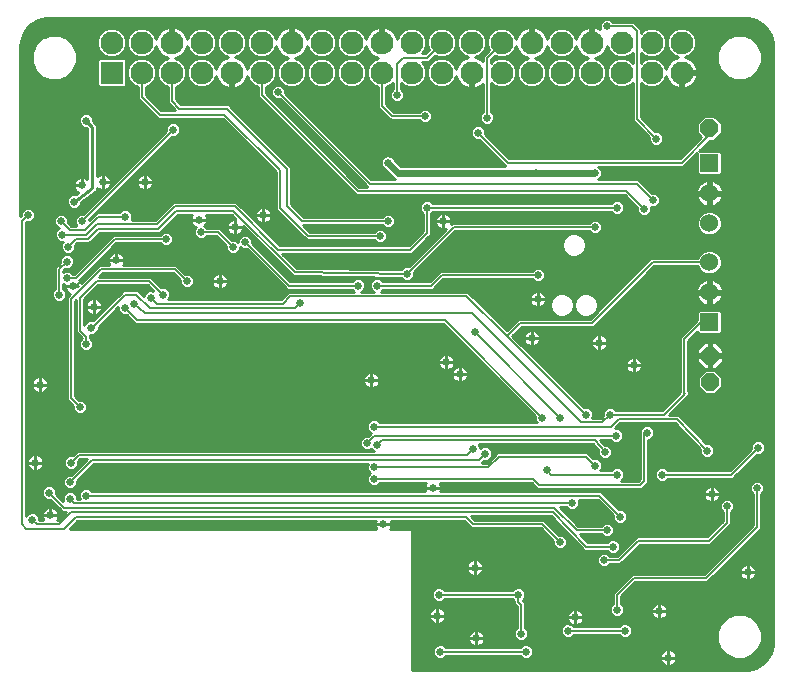
<source format=gbl>
G75*
%MOIN*%
%OFA0B0*%
%FSLAX25Y25*%
%IPPOS*%
%LPD*%
%AMOC8*
5,1,8,0,0,1.08239X$1,22.5*
%
%ADD10R,0.07600X0.07600*%
%ADD11C,0.07600*%
%ADD12OC8,0.05937*%
%ADD13R,0.06000X0.06000*%
%ADD14C,0.06000*%
%ADD15C,0.01000*%
%ADD16C,0.02600*%
%ADD17C,0.00600*%
%ADD18C,0.02400*%
D10*
X0111500Y0208886D03*
D11*
X0121500Y0208886D03*
X0131500Y0208886D03*
X0141500Y0208886D03*
X0151500Y0208886D03*
X0161500Y0208886D03*
X0171500Y0208886D03*
X0181500Y0208886D03*
X0191500Y0208886D03*
X0201500Y0208886D03*
X0211500Y0208886D03*
X0221500Y0208886D03*
X0231500Y0208886D03*
X0241500Y0208886D03*
X0251500Y0208886D03*
X0261500Y0208886D03*
X0271500Y0208886D03*
X0281500Y0208886D03*
X0291500Y0208886D03*
X0301500Y0208886D03*
X0301500Y0218886D03*
X0291500Y0218886D03*
X0281500Y0218886D03*
X0271500Y0218886D03*
X0261500Y0218886D03*
X0251500Y0218886D03*
X0241500Y0218886D03*
X0231500Y0218886D03*
X0221500Y0218886D03*
X0211500Y0218886D03*
X0201500Y0218886D03*
X0191500Y0218886D03*
X0181500Y0218886D03*
X0171500Y0218886D03*
X0161500Y0218886D03*
X0151500Y0218886D03*
X0141500Y0218886D03*
X0131500Y0218886D03*
X0121500Y0218886D03*
X0111500Y0218886D03*
D12*
X0310700Y0190286D03*
X0310900Y0114486D03*
X0310900Y0105686D03*
D13*
X0310700Y0125686D03*
X0310700Y0178686D03*
D14*
X0310700Y0168686D03*
X0310700Y0158686D03*
X0310700Y0145686D03*
X0310700Y0135686D03*
D15*
X0311200Y0135995D02*
X0331953Y0135995D01*
X0331953Y0134996D02*
X0315147Y0134996D01*
X0315177Y0135186D02*
X0311200Y0135186D01*
X0311200Y0131209D01*
X0311754Y0131297D01*
X0312427Y0131516D01*
X0313059Y0131838D01*
X0313632Y0132254D01*
X0314132Y0132755D01*
X0314549Y0133328D01*
X0314870Y0133959D01*
X0315089Y0134633D01*
X0315177Y0135186D01*
X0315177Y0136186D02*
X0315089Y0136740D01*
X0314870Y0137414D01*
X0314549Y0138045D01*
X0314132Y0138618D01*
X0313632Y0139119D01*
X0313059Y0139535D01*
X0312427Y0139857D01*
X0311754Y0140076D01*
X0311200Y0140163D01*
X0311200Y0136186D01*
X0315177Y0136186D01*
X0315007Y0136994D02*
X0331953Y0136994D01*
X0331953Y0137992D02*
X0314576Y0137992D01*
X0313760Y0138991D02*
X0331953Y0138991D01*
X0331953Y0139989D02*
X0312020Y0139989D01*
X0311200Y0139989D02*
X0310200Y0139989D01*
X0310200Y0140163D02*
X0309646Y0140076D01*
X0308973Y0139857D01*
X0308341Y0139535D01*
X0307768Y0139119D01*
X0307268Y0138618D01*
X0306851Y0138045D01*
X0306530Y0137414D01*
X0306311Y0136740D01*
X0306223Y0136186D01*
X0310200Y0136186D01*
X0310200Y0135186D01*
X0311200Y0135186D01*
X0311200Y0136186D01*
X0310200Y0136186D01*
X0310200Y0140163D01*
X0309380Y0139989D02*
X0288083Y0139989D01*
X0289081Y0140988D02*
X0331953Y0140988D01*
X0331953Y0141986D02*
X0312481Y0141986D01*
X0313022Y0142211D02*
X0314176Y0143364D01*
X0314800Y0144871D01*
X0314800Y0146502D01*
X0314176Y0148009D01*
X0313022Y0149162D01*
X0311516Y0149786D01*
X0309884Y0149786D01*
X0308378Y0149162D01*
X0307224Y0148009D01*
X0306842Y0147086D01*
X0291220Y0147086D01*
X0290400Y0146266D01*
X0270920Y0126786D01*
X0246938Y0126786D01*
X0243086Y0122934D01*
X0230487Y0135379D01*
X0230080Y0135786D01*
X0230075Y0135786D01*
X0230071Y0135790D01*
X0229495Y0135786D01*
X0201202Y0135786D01*
X0201359Y0135852D01*
X0201994Y0136486D01*
X0218580Y0136486D01*
X0219400Y0137306D01*
X0222080Y0139986D01*
X0251506Y0139986D01*
X0252141Y0139352D01*
X0253023Y0138986D01*
X0253977Y0138986D01*
X0254859Y0139352D01*
X0255535Y0140027D01*
X0255900Y0140909D01*
X0255900Y0141864D01*
X0255535Y0142746D01*
X0254859Y0143421D01*
X0253977Y0143786D01*
X0253023Y0143786D01*
X0252141Y0143421D01*
X0251506Y0142786D01*
X0220920Y0142786D01*
X0217420Y0139286D01*
X0201994Y0139286D01*
X0201359Y0139921D01*
X0200477Y0140286D01*
X0199523Y0140286D01*
X0198641Y0139921D01*
X0197965Y0139246D01*
X0197600Y0138364D01*
X0197600Y0137409D01*
X0197965Y0136527D01*
X0198641Y0135852D01*
X0198798Y0135786D01*
X0194702Y0135786D01*
X0194859Y0135852D01*
X0195535Y0136527D01*
X0195900Y0137409D01*
X0195900Y0138364D01*
X0195535Y0139246D01*
X0194859Y0139921D01*
X0193977Y0140286D01*
X0193023Y0140286D01*
X0192141Y0139921D01*
X0191506Y0139286D01*
X0171080Y0139286D01*
X0158400Y0151966D01*
X0158400Y0152864D01*
X0158035Y0153746D01*
X0157359Y0154421D01*
X0156477Y0154786D01*
X0155523Y0154786D01*
X0154641Y0154421D01*
X0153965Y0153746D01*
X0153600Y0152864D01*
X0153600Y0152380D01*
X0153259Y0152721D01*
X0152377Y0153086D01*
X0151480Y0153086D01*
X0147480Y0157086D01*
X0143294Y0157086D01*
X0142659Y0157721D01*
X0142401Y0157828D01*
X0142675Y0158101D01*
X0142981Y0158560D01*
X0143192Y0159070D01*
X0143300Y0159611D01*
X0143300Y0159886D01*
X0140500Y0159886D01*
X0140500Y0159886D01*
X0137700Y0159886D01*
X0137700Y0159611D01*
X0137808Y0159070D01*
X0138019Y0158560D01*
X0138325Y0158101D01*
X0138715Y0157711D01*
X0139174Y0157405D01*
X0139493Y0157273D01*
X0139265Y0157046D01*
X0138900Y0156164D01*
X0138900Y0155209D01*
X0139265Y0154327D01*
X0139941Y0153652D01*
X0140823Y0153286D01*
X0141777Y0153286D01*
X0142659Y0153652D01*
X0143294Y0154286D01*
X0146320Y0154286D01*
X0149500Y0151106D01*
X0149500Y0150209D01*
X0149865Y0149327D01*
X0150541Y0148652D01*
X0151423Y0148286D01*
X0152377Y0148286D01*
X0153259Y0148652D01*
X0153935Y0149327D01*
X0154300Y0150209D01*
X0154300Y0150692D01*
X0154641Y0150352D01*
X0155523Y0149986D01*
X0156420Y0149986D01*
X0169100Y0137306D01*
X0169920Y0136486D01*
X0191506Y0136486D01*
X0192141Y0135852D01*
X0192298Y0135786D01*
X0170420Y0135786D01*
X0169600Y0134966D01*
X0167920Y0133286D01*
X0130294Y0133286D01*
X0130535Y0133527D01*
X0130900Y0134409D01*
X0130900Y0135364D01*
X0130535Y0136246D01*
X0129859Y0136921D01*
X0128977Y0137286D01*
X0128080Y0137286D01*
X0125400Y0139966D01*
X0125400Y0139966D01*
X0124580Y0140786D01*
X0107380Y0140786D01*
X0108580Y0141986D01*
X0131920Y0141986D01*
X0134100Y0139806D01*
X0134100Y0138909D01*
X0134465Y0138027D01*
X0135141Y0137352D01*
X0136023Y0136986D01*
X0136977Y0136986D01*
X0137859Y0137352D01*
X0138535Y0138027D01*
X0138900Y0138909D01*
X0138900Y0139864D01*
X0138535Y0140746D01*
X0137859Y0141421D01*
X0136977Y0141786D01*
X0136080Y0141786D01*
X0133080Y0144786D01*
X0115298Y0144786D01*
X0115481Y0145060D01*
X0115692Y0145570D01*
X0115800Y0146111D01*
X0115800Y0146386D01*
X0113000Y0146386D01*
X0110200Y0146386D01*
X0110200Y0146111D01*
X0110308Y0145570D01*
X0110519Y0145060D01*
X0110702Y0144786D01*
X0107420Y0144786D01*
X0106600Y0143966D01*
X0101318Y0138684D01*
X0101181Y0139013D01*
X0100875Y0139471D01*
X0100720Y0139626D01*
X0100900Y0139806D01*
X0113080Y0151986D01*
X0127506Y0151986D01*
X0128141Y0151352D01*
X0129023Y0150986D01*
X0129977Y0150986D01*
X0130859Y0151352D01*
X0131535Y0152027D01*
X0131900Y0152909D01*
X0131900Y0153864D01*
X0131535Y0154746D01*
X0130859Y0155421D01*
X0129977Y0155786D01*
X0129023Y0155786D01*
X0128141Y0155421D01*
X0127506Y0154786D01*
X0111920Y0154786D01*
X0098920Y0141786D01*
X0098494Y0141786D01*
X0097859Y0142421D01*
X0096977Y0142786D01*
X0096023Y0142786D01*
X0095400Y0142528D01*
X0095400Y0142806D01*
X0096080Y0143486D01*
X0096977Y0143486D01*
X0097859Y0143852D01*
X0098535Y0144527D01*
X0098900Y0145409D01*
X0098900Y0146364D01*
X0098535Y0147246D01*
X0097859Y0147921D01*
X0096977Y0148286D01*
X0096023Y0148286D01*
X0095141Y0147921D01*
X0094465Y0147246D01*
X0094100Y0146364D01*
X0094100Y0145466D01*
X0093420Y0144786D01*
X0092600Y0143966D01*
X0092600Y0136880D01*
X0091965Y0136246D01*
X0091600Y0135364D01*
X0091600Y0134409D01*
X0091965Y0133527D01*
X0092641Y0132852D01*
X0093523Y0132486D01*
X0094477Y0132486D01*
X0095359Y0132852D01*
X0096035Y0133527D01*
X0096400Y0134409D01*
X0096400Y0135364D01*
X0096035Y0136246D01*
X0095400Y0136880D01*
X0095400Y0138244D01*
X0095914Y0138031D01*
X0095900Y0137962D01*
X0095900Y0137686D01*
X0095900Y0137411D01*
X0096008Y0136870D01*
X0096219Y0136360D01*
X0096525Y0135901D01*
X0096915Y0135511D01*
X0097374Y0135205D01*
X0097703Y0135069D01*
X0096600Y0133966D01*
X0096600Y0099806D01*
X0098600Y0097806D01*
X0098600Y0096909D01*
X0098965Y0096027D01*
X0099641Y0095352D01*
X0100523Y0094986D01*
X0101477Y0094986D01*
X0102359Y0095352D01*
X0103035Y0096027D01*
X0103400Y0096909D01*
X0103400Y0097864D01*
X0103035Y0098746D01*
X0102359Y0099421D01*
X0101477Y0099786D01*
X0100580Y0099786D01*
X0099400Y0100966D01*
X0099400Y0132806D01*
X0099600Y0133006D01*
X0099600Y0122306D01*
X0100420Y0121486D01*
X0101563Y0120343D01*
X0100965Y0119746D01*
X0100600Y0118864D01*
X0100600Y0117909D01*
X0100965Y0117027D01*
X0101641Y0116352D01*
X0102523Y0115986D01*
X0103477Y0115986D01*
X0104359Y0116352D01*
X0105035Y0117027D01*
X0105400Y0117909D01*
X0105400Y0118864D01*
X0105035Y0119746D01*
X0104400Y0120380D01*
X0104400Y0121466D01*
X0104380Y0121486D01*
X0105177Y0121486D01*
X0106059Y0121852D01*
X0106735Y0122527D01*
X0107100Y0123409D01*
X0107100Y0124106D01*
X0113600Y0130606D01*
X0113600Y0129909D01*
X0113965Y0129027D01*
X0114641Y0128352D01*
X0115523Y0127986D01*
X0116420Y0127986D01*
X0118600Y0125806D01*
X0119420Y0124986D01*
X0221920Y0124986D01*
X0252600Y0094306D01*
X0252600Y0093409D01*
X0252965Y0092527D01*
X0253206Y0092286D01*
X0200994Y0092286D01*
X0200359Y0092921D01*
X0199477Y0093286D01*
X0198523Y0093286D01*
X0197641Y0092921D01*
X0196965Y0092246D01*
X0196600Y0091364D01*
X0196600Y0090409D01*
X0196965Y0089527D01*
X0197641Y0088852D01*
X0197884Y0088751D01*
X0196920Y0087786D01*
X0196023Y0087786D01*
X0195141Y0087421D01*
X0194465Y0086746D01*
X0194100Y0085864D01*
X0194100Y0084909D01*
X0194465Y0084027D01*
X0195141Y0083352D01*
X0196023Y0082986D01*
X0196977Y0082986D01*
X0197859Y0083352D01*
X0198000Y0083492D01*
X0198641Y0082852D01*
X0198798Y0082786D01*
X0099920Y0082786D01*
X0099100Y0081966D01*
X0098420Y0081286D01*
X0097523Y0081286D01*
X0096641Y0080921D01*
X0095965Y0080246D01*
X0095600Y0079364D01*
X0095600Y0078409D01*
X0095965Y0077527D01*
X0096641Y0076852D01*
X0097523Y0076486D01*
X0098477Y0076486D01*
X0099359Y0076852D01*
X0100035Y0077527D01*
X0100400Y0078409D01*
X0100400Y0079306D01*
X0101080Y0079986D01*
X0103120Y0079986D01*
X0097920Y0074786D01*
X0097023Y0074786D01*
X0096141Y0074421D01*
X0095465Y0073746D01*
X0095100Y0072864D01*
X0095100Y0071909D01*
X0095465Y0071027D01*
X0096141Y0070352D01*
X0097023Y0069986D01*
X0097977Y0069986D01*
X0098859Y0070352D01*
X0099535Y0071027D01*
X0099900Y0071909D01*
X0099900Y0072806D01*
X0105580Y0078486D01*
X0196858Y0078486D01*
X0196600Y0077864D01*
X0196600Y0076909D01*
X0196965Y0076027D01*
X0197606Y0075386D01*
X0196965Y0074746D01*
X0196600Y0073864D01*
X0196600Y0072909D01*
X0196965Y0072027D01*
X0197641Y0071352D01*
X0198523Y0070986D01*
X0199477Y0070986D01*
X0200359Y0071352D01*
X0200994Y0071986D01*
X0216202Y0071986D01*
X0216019Y0071713D01*
X0215808Y0071203D01*
X0215700Y0070662D01*
X0215700Y0070386D01*
X0215700Y0070111D01*
X0215808Y0069570D01*
X0215925Y0069286D01*
X0104994Y0069286D01*
X0104359Y0069921D01*
X0103477Y0070286D01*
X0102523Y0070286D01*
X0101641Y0069921D01*
X0100965Y0069246D01*
X0100600Y0068364D01*
X0100600Y0067409D01*
X0100858Y0066786D01*
X0099900Y0066786D01*
X0099900Y0067364D01*
X0099535Y0068246D01*
X0098859Y0068921D01*
X0097977Y0069286D01*
X0097023Y0069286D01*
X0096141Y0068921D01*
X0095465Y0068246D01*
X0095100Y0067364D01*
X0095100Y0066409D01*
X0095201Y0066165D01*
X0092900Y0068466D01*
X0092900Y0069364D01*
X0092535Y0070246D01*
X0091859Y0070921D01*
X0090977Y0071286D01*
X0090023Y0071286D01*
X0089141Y0070921D01*
X0088465Y0070246D01*
X0088100Y0069364D01*
X0088100Y0068409D01*
X0088465Y0067527D01*
X0089141Y0066852D01*
X0090023Y0066486D01*
X0090920Y0066486D01*
X0094100Y0063306D01*
X0094920Y0062486D01*
X0096120Y0062486D01*
X0093420Y0059786D01*
X0093298Y0059786D01*
X0093481Y0060060D01*
X0093692Y0060570D01*
X0093800Y0061111D01*
X0093800Y0061386D01*
X0091000Y0061386D01*
X0088200Y0061386D01*
X0088200Y0061111D01*
X0088308Y0060570D01*
X0088519Y0060060D01*
X0088702Y0059786D01*
X0087400Y0059786D01*
X0087400Y0060364D01*
X0087035Y0061246D01*
X0086359Y0061921D01*
X0085477Y0062286D01*
X0084523Y0062286D01*
X0083641Y0061921D01*
X0082965Y0061246D01*
X0082900Y0061088D01*
X0082900Y0158806D01*
X0083080Y0158986D01*
X0083977Y0158986D01*
X0084859Y0159352D01*
X0085535Y0160027D01*
X0085900Y0160909D01*
X0085900Y0161864D01*
X0085535Y0162746D01*
X0084859Y0163421D01*
X0083977Y0163786D01*
X0083023Y0163786D01*
X0082141Y0163421D01*
X0081465Y0162746D01*
X0081100Y0161864D01*
X0081100Y0160966D01*
X0081047Y0160913D01*
X0081047Y0217823D01*
X0081127Y0219039D01*
X0081756Y0221387D01*
X0082971Y0223492D01*
X0084690Y0225210D01*
X0086795Y0226426D01*
X0089143Y0227055D01*
X0090358Y0227134D01*
X0322642Y0227134D01*
X0323857Y0227055D01*
X0326205Y0226426D01*
X0328310Y0225210D01*
X0330029Y0223492D01*
X0331244Y0221387D01*
X0331873Y0219039D01*
X0331953Y0217823D01*
X0331953Y0019004D01*
X0331873Y0017789D01*
X0331244Y0015441D01*
X0330029Y0013336D01*
X0328310Y0011617D01*
X0326205Y0010402D01*
X0323857Y0009773D01*
X0322642Y0009693D01*
X0211500Y0009693D01*
X0211500Y0056886D01*
X0204365Y0056886D01*
X0204481Y0057060D01*
X0204692Y0057570D01*
X0204800Y0058111D01*
X0230295Y0058111D01*
X0229297Y0059110D02*
X0204711Y0059110D01*
X0204692Y0059203D02*
X0204575Y0059486D01*
X0228920Y0059486D01*
X0231420Y0056986D01*
X0254420Y0056986D01*
X0258600Y0052806D01*
X0258600Y0051909D01*
X0258965Y0051027D01*
X0259641Y0050352D01*
X0260523Y0049986D01*
X0261477Y0049986D01*
X0262359Y0050352D01*
X0263035Y0051027D01*
X0263400Y0051909D01*
X0263400Y0052864D01*
X0263035Y0053746D01*
X0262359Y0054421D01*
X0261477Y0054786D01*
X0260580Y0054786D01*
X0256400Y0058966D01*
X0255580Y0059786D01*
X0232580Y0059786D01*
X0231380Y0060986D01*
X0257902Y0060986D01*
X0268100Y0050325D01*
X0268100Y0050306D01*
X0268499Y0049907D01*
X0268889Y0049500D01*
X0268907Y0049499D01*
X0268920Y0049486D01*
X0269484Y0049486D01*
X0270049Y0049474D01*
X0270062Y0049486D01*
X0276506Y0049486D01*
X0277141Y0048852D01*
X0278023Y0048486D01*
X0278977Y0048486D01*
X0279859Y0048852D01*
X0280535Y0049527D01*
X0280900Y0050409D01*
X0280900Y0051364D01*
X0280535Y0052246D01*
X0279859Y0052921D01*
X0278977Y0053286D01*
X0278023Y0053286D01*
X0277141Y0052921D01*
X0276506Y0052286D01*
X0270098Y0052286D01*
X0267516Y0054986D01*
X0274506Y0054986D01*
X0275141Y0054352D01*
X0276023Y0053986D01*
X0276977Y0053986D01*
X0277859Y0054352D01*
X0278535Y0055027D01*
X0278900Y0055909D01*
X0278900Y0056864D01*
X0278535Y0057746D01*
X0277859Y0058421D01*
X0276977Y0058786D01*
X0276023Y0058786D01*
X0275141Y0058421D01*
X0274506Y0057786D01*
X0267080Y0057786D01*
X0260880Y0063986D01*
X0263006Y0063986D01*
X0263641Y0063352D01*
X0264523Y0062986D01*
X0265477Y0062986D01*
X0266359Y0063352D01*
X0267035Y0064027D01*
X0267400Y0064909D01*
X0267400Y0065864D01*
X0267142Y0066486D01*
X0273420Y0066486D01*
X0278600Y0061306D01*
X0278600Y0060409D01*
X0278965Y0059527D01*
X0279641Y0058852D01*
X0280523Y0058486D01*
X0281477Y0058486D01*
X0282359Y0058852D01*
X0283035Y0059527D01*
X0283400Y0060409D01*
X0283400Y0061364D01*
X0283035Y0062246D01*
X0282359Y0062921D01*
X0281477Y0063286D01*
X0280580Y0063286D01*
X0274580Y0069286D01*
X0221075Y0069286D01*
X0221192Y0069570D01*
X0221300Y0070111D01*
X0221300Y0070386D01*
X0218500Y0070386D01*
X0218500Y0070386D01*
X0215700Y0070386D01*
X0218500Y0070386D01*
X0218500Y0070386D01*
X0221300Y0070386D01*
X0221300Y0070662D01*
X0221192Y0071203D01*
X0220981Y0071713D01*
X0220798Y0071986D01*
X0251420Y0071986D01*
X0252600Y0070806D01*
X0253420Y0069986D01*
X0288080Y0069986D01*
X0289580Y0071486D01*
X0290400Y0072306D01*
X0290400Y0086486D01*
X0290477Y0086486D01*
X0291359Y0086852D01*
X0292035Y0087527D01*
X0292400Y0088409D01*
X0292400Y0089364D01*
X0292035Y0090246D01*
X0291359Y0090921D01*
X0290477Y0091286D01*
X0289523Y0091286D01*
X0288641Y0090921D01*
X0287965Y0090246D01*
X0287600Y0089364D01*
X0287600Y0088614D01*
X0287488Y0088279D01*
X0287600Y0088056D01*
X0287600Y0073466D01*
X0286920Y0072786D01*
X0281202Y0072786D01*
X0281359Y0072852D01*
X0282035Y0073527D01*
X0282400Y0074409D01*
X0282400Y0075364D01*
X0282035Y0076246D01*
X0281359Y0076921D01*
X0280477Y0077286D01*
X0279523Y0077286D01*
X0278641Y0076921D01*
X0278006Y0076286D01*
X0274294Y0076286D01*
X0274535Y0076527D01*
X0274900Y0077409D01*
X0274900Y0078364D01*
X0274535Y0079246D01*
X0273859Y0079921D01*
X0272977Y0080286D01*
X0272080Y0080286D01*
X0270080Y0082286D01*
X0239920Y0082286D01*
X0239100Y0081466D01*
X0236420Y0078786D01*
X0234880Y0078786D01*
X0235400Y0079306D01*
X0235580Y0079486D01*
X0236477Y0079486D01*
X0237359Y0079852D01*
X0238035Y0080527D01*
X0238400Y0081409D01*
X0238400Y0082364D01*
X0238035Y0083246D01*
X0237359Y0083921D01*
X0236477Y0084286D01*
X0235523Y0084286D01*
X0234641Y0083921D01*
X0234400Y0083680D01*
X0234400Y0083864D01*
X0234035Y0084746D01*
X0233794Y0084986D01*
X0271865Y0084986D01*
X0273639Y0082958D01*
X0273600Y0082864D01*
X0273600Y0081909D01*
X0273965Y0081027D01*
X0274641Y0080352D01*
X0275523Y0079986D01*
X0276477Y0079986D01*
X0277359Y0080352D01*
X0278035Y0081027D01*
X0278400Y0081909D01*
X0278400Y0082864D01*
X0278035Y0083746D01*
X0277359Y0084421D01*
X0276477Y0084786D01*
X0275760Y0084786D01*
X0274273Y0086486D01*
X0277506Y0086486D01*
X0278141Y0085852D01*
X0279023Y0085486D01*
X0279977Y0085486D01*
X0280859Y0085852D01*
X0281535Y0086527D01*
X0281900Y0087409D01*
X0281900Y0088364D01*
X0281535Y0089246D01*
X0280859Y0089921D01*
X0279977Y0090286D01*
X0279380Y0090286D01*
X0281080Y0091986D01*
X0299400Y0091986D01*
X0307604Y0083373D01*
X0307600Y0083364D01*
X0307600Y0082409D01*
X0307965Y0081527D01*
X0308641Y0080852D01*
X0309523Y0080486D01*
X0310477Y0080486D01*
X0311359Y0080852D01*
X0312035Y0081527D01*
X0312400Y0082409D01*
X0312400Y0083364D01*
X0312035Y0084246D01*
X0311359Y0084921D01*
X0310477Y0085286D01*
X0309648Y0085286D01*
X0301400Y0093946D01*
X0301400Y0093966D01*
X0301002Y0094364D01*
X0300614Y0094772D01*
X0300594Y0094772D01*
X0300580Y0094786D01*
X0300017Y0094786D01*
X0299454Y0094800D01*
X0299440Y0094786D01*
X0297380Y0094786D01*
X0303080Y0100486D01*
X0303900Y0101306D01*
X0303900Y0102466D01*
X0303700Y0102666D01*
X0303700Y0119506D01*
X0306600Y0122406D01*
X0306600Y0122231D01*
X0307244Y0121586D01*
X0314156Y0121586D01*
X0314800Y0122231D01*
X0314800Y0129142D01*
X0314156Y0129786D01*
X0307244Y0129786D01*
X0306600Y0129142D01*
X0306600Y0126366D01*
X0306500Y0126266D01*
X0300900Y0120666D01*
X0300900Y0102266D01*
X0294920Y0096286D01*
X0279494Y0096286D01*
X0278859Y0096921D01*
X0277977Y0097286D01*
X0277023Y0097286D01*
X0276141Y0096921D01*
X0275465Y0096246D01*
X0275100Y0095364D01*
X0275100Y0094466D01*
X0274420Y0093786D01*
X0271642Y0093786D01*
X0271900Y0094409D01*
X0271900Y0095364D01*
X0271535Y0096246D01*
X0270859Y0096921D01*
X0269977Y0097286D01*
X0269062Y0097286D01*
X0245078Y0120966D01*
X0248098Y0123986D01*
X0272080Y0123986D01*
X0272900Y0124806D01*
X0292380Y0144286D01*
X0306842Y0144286D01*
X0307224Y0143364D01*
X0308378Y0142211D01*
X0309884Y0141586D01*
X0311516Y0141586D01*
X0313022Y0142211D01*
X0313797Y0142985D02*
X0331953Y0142985D01*
X0331953Y0143983D02*
X0314432Y0143983D01*
X0314800Y0144982D02*
X0331953Y0144982D01*
X0331953Y0145980D02*
X0314800Y0145980D01*
X0314603Y0146979D02*
X0331953Y0146979D01*
X0331953Y0147977D02*
X0314189Y0147977D01*
X0313209Y0148976D02*
X0331953Y0148976D01*
X0331953Y0149974D02*
X0269190Y0149974D01*
X0269450Y0150601D02*
X0268849Y0149149D01*
X0267737Y0148038D01*
X0266286Y0147436D01*
X0264714Y0147436D01*
X0263263Y0148038D01*
X0262151Y0149149D01*
X0261550Y0150601D01*
X0261550Y0152172D01*
X0262151Y0153624D01*
X0263263Y0154735D01*
X0264714Y0155336D01*
X0266286Y0155336D01*
X0267737Y0154735D01*
X0268849Y0153624D01*
X0269450Y0152172D01*
X0269450Y0150601D01*
X0269450Y0150973D02*
X0331953Y0150973D01*
X0331953Y0151971D02*
X0269450Y0151971D01*
X0269120Y0152970D02*
X0331953Y0152970D01*
X0331953Y0153968D02*
X0268504Y0153968D01*
X0267178Y0154967D02*
X0308966Y0154967D01*
X0308378Y0155211D02*
X0309884Y0154586D01*
X0311516Y0154586D01*
X0313022Y0155211D01*
X0314176Y0156364D01*
X0314800Y0157871D01*
X0314800Y0159502D01*
X0314176Y0161009D01*
X0313022Y0162162D01*
X0311516Y0162786D01*
X0309884Y0162786D01*
X0308378Y0162162D01*
X0307224Y0161009D01*
X0306600Y0159502D01*
X0306600Y0157871D01*
X0307224Y0156364D01*
X0308378Y0155211D01*
X0307623Y0155965D02*
X0274473Y0155965D01*
X0274535Y0156027D02*
X0274900Y0156909D01*
X0274900Y0157864D01*
X0274535Y0158746D01*
X0273859Y0159421D01*
X0272977Y0159786D01*
X0272023Y0159786D01*
X0271141Y0159421D01*
X0270506Y0158786D01*
X0224920Y0158786D01*
X0224685Y0158551D01*
X0224692Y0158570D01*
X0224800Y0159111D01*
X0224800Y0159386D01*
X0222000Y0159386D01*
X0222000Y0156586D01*
X0222276Y0156586D01*
X0222817Y0156694D01*
X0222835Y0156702D01*
X0210420Y0144286D01*
X0209523Y0144286D01*
X0208641Y0143921D01*
X0208032Y0143313D01*
X0173088Y0143779D01*
X0168380Y0148486D01*
X0211580Y0148486D01*
X0217080Y0153986D01*
X0217900Y0154806D01*
X0217900Y0161892D01*
X0218494Y0162486D01*
X0278006Y0162486D01*
X0278641Y0161852D01*
X0279523Y0161486D01*
X0280477Y0161486D01*
X0281359Y0161852D01*
X0282035Y0162527D01*
X0282400Y0163409D01*
X0282400Y0164364D01*
X0282035Y0165246D01*
X0281359Y0165921D01*
X0280477Y0166286D01*
X0279523Y0166286D01*
X0278641Y0165921D01*
X0278006Y0165286D01*
X0218494Y0165286D01*
X0217859Y0165921D01*
X0216977Y0166286D01*
X0216023Y0166286D01*
X0215141Y0165921D01*
X0214465Y0165246D01*
X0214100Y0164364D01*
X0214100Y0163409D01*
X0214465Y0162527D01*
X0215100Y0161892D01*
X0215100Y0155966D01*
X0210420Y0151286D01*
X0167580Y0151286D01*
X0153080Y0165786D01*
X0131920Y0165786D01*
X0131100Y0164966D01*
X0125920Y0159786D01*
X0118142Y0159786D01*
X0118400Y0160409D01*
X0118400Y0161364D01*
X0118035Y0162246D01*
X0117359Y0162921D01*
X0116477Y0163286D01*
X0115523Y0163286D01*
X0114641Y0162921D01*
X0114006Y0162286D01*
X0106420Y0162286D01*
X0105600Y0161466D01*
X0103900Y0159766D01*
X0103900Y0159806D01*
X0131580Y0187486D01*
X0132477Y0187486D01*
X0133359Y0187852D01*
X0134035Y0188527D01*
X0134400Y0189409D01*
X0134400Y0190364D01*
X0134035Y0191246D01*
X0133359Y0191921D01*
X0132477Y0192286D01*
X0131523Y0192286D01*
X0130641Y0191921D01*
X0129965Y0191246D01*
X0129600Y0190364D01*
X0129600Y0189466D01*
X0101920Y0161786D01*
X0101023Y0161786D01*
X0100141Y0161421D01*
X0099465Y0160746D01*
X0099100Y0159864D01*
X0099100Y0158909D01*
X0099465Y0158027D01*
X0099706Y0157786D01*
X0098080Y0157786D01*
X0096900Y0158966D01*
X0096900Y0159864D01*
X0096535Y0160746D01*
X0095859Y0161421D01*
X0094977Y0161786D01*
X0094023Y0161786D01*
X0093141Y0161421D01*
X0092465Y0160746D01*
X0092100Y0159864D01*
X0092100Y0158909D01*
X0092465Y0158027D01*
X0093141Y0157352D01*
X0093911Y0157033D01*
X0093641Y0156921D01*
X0092965Y0156246D01*
X0092600Y0155364D01*
X0092600Y0154409D01*
X0092965Y0153527D01*
X0093641Y0152852D01*
X0094523Y0152486D01*
X0095206Y0152486D01*
X0094965Y0152246D01*
X0094600Y0151364D01*
X0094600Y0150409D01*
X0094965Y0149527D01*
X0095641Y0148852D01*
X0096523Y0148486D01*
X0097477Y0148486D01*
X0098359Y0148852D01*
X0099035Y0149527D01*
X0099400Y0150409D01*
X0099400Y0151306D01*
X0100080Y0151986D01*
X0104080Y0151986D01*
X0107580Y0155486D01*
X0127580Y0155486D01*
X0133580Y0161486D01*
X0138202Y0161486D01*
X0138019Y0161213D01*
X0137808Y0160703D01*
X0137700Y0160162D01*
X0137700Y0159886D01*
X0140500Y0159886D01*
X0140500Y0159886D01*
X0143300Y0159886D01*
X0143300Y0160162D01*
X0143192Y0160703D01*
X0142981Y0161213D01*
X0142798Y0161486D01*
X0151420Y0161486D01*
X0152720Y0160186D01*
X0152500Y0160186D01*
X0152224Y0160186D01*
X0151683Y0160079D01*
X0151174Y0159868D01*
X0150715Y0159561D01*
X0150325Y0159171D01*
X0150019Y0158713D01*
X0149808Y0158203D01*
X0149700Y0157662D01*
X0149700Y0157386D01*
X0149700Y0157111D01*
X0149808Y0156570D01*
X0150019Y0156060D01*
X0150325Y0155601D01*
X0150715Y0155211D01*
X0151174Y0154905D01*
X0151683Y0154694D01*
X0152224Y0154586D01*
X0152500Y0154586D01*
X0152776Y0154586D01*
X0153317Y0154694D01*
X0153826Y0154905D01*
X0154285Y0155211D01*
X0154675Y0155601D01*
X0154981Y0156060D01*
X0155192Y0156570D01*
X0155300Y0157111D01*
X0155300Y0157386D01*
X0152500Y0157386D01*
X0152500Y0154586D01*
X0152500Y0157386D01*
X0152500Y0157386D01*
X0152500Y0157386D01*
X0149700Y0157386D01*
X0152500Y0157386D01*
X0152500Y0157386D01*
X0155300Y0157386D01*
X0155300Y0157606D01*
X0171504Y0141403D01*
X0171901Y0140994D01*
X0171912Y0140994D01*
X0171920Y0140986D01*
X0172491Y0140986D01*
X0207979Y0140513D01*
X0208641Y0139852D01*
X0209523Y0139486D01*
X0210477Y0139486D01*
X0211359Y0139852D01*
X0212035Y0140527D01*
X0212400Y0141409D01*
X0212400Y0142306D01*
X0226080Y0155986D01*
X0270506Y0155986D01*
X0271141Y0155352D01*
X0272023Y0154986D01*
X0272977Y0154986D01*
X0273859Y0155352D01*
X0274535Y0156027D01*
X0274900Y0156964D02*
X0306976Y0156964D01*
X0306600Y0157962D02*
X0274859Y0157962D01*
X0274320Y0158961D02*
X0306600Y0158961D01*
X0306789Y0159959D02*
X0224741Y0159959D01*
X0224692Y0160203D02*
X0224481Y0160713D01*
X0224175Y0161171D01*
X0223785Y0161561D01*
X0223326Y0161868D01*
X0222817Y0162079D01*
X0222276Y0162186D01*
X0222000Y0162186D01*
X0221724Y0162186D01*
X0221183Y0162079D01*
X0220674Y0161868D01*
X0220215Y0161561D01*
X0219825Y0161171D01*
X0219519Y0160713D01*
X0219308Y0160203D01*
X0219200Y0159662D01*
X0219200Y0159386D01*
X0219200Y0159111D01*
X0219308Y0158570D01*
X0219519Y0158060D01*
X0219825Y0157601D01*
X0220215Y0157211D01*
X0220674Y0156905D01*
X0221183Y0156694D01*
X0221724Y0156586D01*
X0222000Y0156586D01*
X0222000Y0159386D01*
X0222000Y0159386D01*
X0219200Y0159386D01*
X0222000Y0159386D01*
X0222000Y0159386D01*
X0222000Y0159386D01*
X0224800Y0159386D01*
X0224800Y0159662D01*
X0224692Y0160203D01*
X0224318Y0160958D02*
X0307203Y0160958D01*
X0308172Y0161956D02*
X0290964Y0161956D01*
X0291035Y0162027D02*
X0291400Y0162909D01*
X0291400Y0163864D01*
X0291313Y0164073D01*
X0291523Y0163986D01*
X0292477Y0163986D01*
X0293359Y0164352D01*
X0294035Y0165027D01*
X0294400Y0165909D01*
X0294400Y0166864D01*
X0294035Y0167746D01*
X0293359Y0168421D01*
X0292477Y0168786D01*
X0291580Y0168786D01*
X0287900Y0172466D01*
X0287080Y0173286D01*
X0273702Y0173286D01*
X0273859Y0173352D01*
X0274535Y0174027D01*
X0274900Y0174909D01*
X0274900Y0175864D01*
X0274535Y0176746D01*
X0273859Y0177421D01*
X0273702Y0177486D01*
X0302080Y0177486D01*
X0306600Y0182006D01*
X0306600Y0175231D01*
X0307244Y0174586D01*
X0314156Y0174586D01*
X0314800Y0175231D01*
X0314800Y0182142D01*
X0314156Y0182786D01*
X0307380Y0182786D01*
X0310811Y0186218D01*
X0312385Y0186218D01*
X0314768Y0188601D01*
X0314768Y0191972D01*
X0312385Y0194355D01*
X0309015Y0194355D01*
X0306631Y0191972D01*
X0306631Y0188601D01*
X0307933Y0187299D01*
X0300920Y0180286D01*
X0244080Y0180286D01*
X0235900Y0188466D01*
X0235900Y0189364D01*
X0235535Y0190246D01*
X0234859Y0190921D01*
X0233977Y0191286D01*
X0233023Y0191286D01*
X0232141Y0190921D01*
X0231465Y0190246D01*
X0231100Y0189364D01*
X0231100Y0188409D01*
X0231465Y0187527D01*
X0232141Y0186852D01*
X0233023Y0186486D01*
X0233920Y0186486D01*
X0242720Y0177686D01*
X0207953Y0177686D01*
X0205635Y0180004D01*
X0205535Y0180246D01*
X0204859Y0180921D01*
X0204618Y0181021D01*
X0204453Y0181186D01*
X0204219Y0181186D01*
X0203977Y0181286D01*
X0203023Y0181286D01*
X0202781Y0181186D01*
X0202547Y0181186D01*
X0202382Y0181021D01*
X0202141Y0180921D01*
X0201465Y0180246D01*
X0201365Y0180004D01*
X0201200Y0179839D01*
X0201200Y0179605D01*
X0201100Y0179364D01*
X0201100Y0178409D01*
X0201200Y0178168D01*
X0201200Y0177934D01*
X0201365Y0177768D01*
X0201465Y0177527D01*
X0202141Y0176852D01*
X0202382Y0176752D01*
X0204700Y0174434D01*
X0205847Y0173286D01*
X0198080Y0173286D01*
X0169400Y0201966D01*
X0169400Y0202864D01*
X0169035Y0203746D01*
X0168359Y0204421D01*
X0167477Y0204786D01*
X0166523Y0204786D01*
X0165641Y0204421D01*
X0164965Y0203746D01*
X0164600Y0202864D01*
X0164600Y0201909D01*
X0164965Y0201027D01*
X0165641Y0200352D01*
X0166523Y0199986D01*
X0167420Y0199986D01*
X0196100Y0171306D01*
X0196620Y0170786D01*
X0194080Y0170786D01*
X0162900Y0201966D01*
X0162900Y0204163D01*
X0164276Y0204732D01*
X0165654Y0206111D01*
X0166400Y0207912D01*
X0166400Y0209861D01*
X0165654Y0211662D01*
X0164276Y0213040D01*
X0162475Y0213786D01*
X0160525Y0213786D01*
X0158724Y0213040D01*
X0157346Y0211662D01*
X0156681Y0210056D01*
X0156669Y0210127D01*
X0156412Y0210921D01*
X0156033Y0211664D01*
X0155543Y0212339D01*
X0154953Y0212929D01*
X0154278Y0213419D01*
X0153534Y0213798D01*
X0152741Y0214056D01*
X0152670Y0214067D01*
X0154276Y0214732D01*
X0155654Y0216111D01*
X0156400Y0217912D01*
X0156400Y0219861D01*
X0155654Y0221662D01*
X0154276Y0223040D01*
X0152475Y0223786D01*
X0150525Y0223786D01*
X0148724Y0223040D01*
X0147346Y0221662D01*
X0146600Y0219861D01*
X0146600Y0217912D01*
X0147346Y0216111D01*
X0148724Y0214732D01*
X0150330Y0214067D01*
X0150259Y0214056D01*
X0149466Y0213798D01*
X0148722Y0213419D01*
X0148047Y0212929D01*
X0147457Y0212339D01*
X0146967Y0211664D01*
X0146588Y0210921D01*
X0146330Y0210127D01*
X0146319Y0210056D01*
X0145654Y0211662D01*
X0144276Y0213040D01*
X0142475Y0213786D01*
X0140525Y0213786D01*
X0138724Y0213040D01*
X0137346Y0211662D01*
X0136600Y0209861D01*
X0136600Y0207912D01*
X0137346Y0206111D01*
X0138724Y0204732D01*
X0140525Y0203986D01*
X0142475Y0203986D01*
X0144276Y0204732D01*
X0145654Y0206111D01*
X0146319Y0207717D01*
X0146330Y0207645D01*
X0146588Y0206852D01*
X0146967Y0206109D01*
X0147457Y0205434D01*
X0148047Y0204844D01*
X0148722Y0204353D01*
X0149466Y0203975D01*
X0150259Y0203717D01*
X0151016Y0203597D01*
X0151016Y0208402D01*
X0151984Y0208402D01*
X0151984Y0203597D01*
X0152741Y0203717D01*
X0153534Y0203975D01*
X0154278Y0204353D01*
X0154953Y0204844D01*
X0155543Y0205434D01*
X0156033Y0206109D01*
X0156412Y0206852D01*
X0156669Y0207645D01*
X0156681Y0207717D01*
X0157346Y0206111D01*
X0158724Y0204732D01*
X0160100Y0204163D01*
X0160100Y0200806D01*
X0160920Y0199986D01*
X0192920Y0167986D01*
X0282420Y0167986D01*
X0286600Y0163806D01*
X0286600Y0162909D01*
X0286965Y0162027D01*
X0287641Y0161352D01*
X0288523Y0160986D01*
X0289477Y0160986D01*
X0290359Y0161352D01*
X0291035Y0162027D01*
X0291400Y0162955D02*
X0331953Y0162955D01*
X0331953Y0163953D02*
X0291363Y0163953D01*
X0293960Y0164952D02*
X0308184Y0164952D01*
X0308341Y0164838D02*
X0308973Y0164516D01*
X0309646Y0164297D01*
X0310200Y0164209D01*
X0310200Y0168186D01*
X0311200Y0168186D01*
X0311200Y0164209D01*
X0311754Y0164297D01*
X0312427Y0164516D01*
X0313059Y0164838D01*
X0313632Y0165254D01*
X0314132Y0165755D01*
X0314549Y0166328D01*
X0314870Y0166959D01*
X0315089Y0167633D01*
X0315177Y0168186D01*
X0311200Y0168186D01*
X0311200Y0169186D01*
X0315177Y0169186D01*
X0315089Y0169740D01*
X0314870Y0170414D01*
X0314549Y0171045D01*
X0314132Y0171618D01*
X0313632Y0172119D01*
X0313059Y0172535D01*
X0312427Y0172857D01*
X0311754Y0173076D01*
X0311200Y0173163D01*
X0311200Y0169186D01*
X0310200Y0169186D01*
X0310200Y0168186D01*
X0306223Y0168186D01*
X0306311Y0167633D01*
X0306530Y0166959D01*
X0306851Y0166328D01*
X0307268Y0165755D01*
X0307768Y0165254D01*
X0308341Y0164838D01*
X0307125Y0165950D02*
X0294400Y0165950D01*
X0294365Y0166949D02*
X0306535Y0166949D01*
X0306261Y0167947D02*
X0293833Y0167947D01*
X0291420Y0168946D02*
X0310200Y0168946D01*
X0310200Y0169186D02*
X0306223Y0169186D01*
X0306311Y0169740D01*
X0306530Y0170414D01*
X0306851Y0171045D01*
X0307268Y0171618D01*
X0307768Y0172119D01*
X0308341Y0172535D01*
X0308973Y0172857D01*
X0309646Y0173076D01*
X0310200Y0173163D01*
X0310200Y0169186D01*
X0310200Y0169944D02*
X0311200Y0169944D01*
X0311200Y0168946D02*
X0331953Y0168946D01*
X0331953Y0169944D02*
X0315023Y0169944D01*
X0314601Y0170943D02*
X0331953Y0170943D01*
X0331953Y0171941D02*
X0313809Y0171941D01*
X0312171Y0172940D02*
X0331953Y0172940D01*
X0331953Y0173938D02*
X0274446Y0173938D01*
X0274900Y0174937D02*
X0306894Y0174937D01*
X0306600Y0175935D02*
X0274870Y0175935D01*
X0274346Y0176934D02*
X0306600Y0176934D01*
X0306600Y0177932D02*
X0302526Y0177932D01*
X0303525Y0178931D02*
X0306600Y0178931D01*
X0306600Y0179930D02*
X0304523Y0179930D01*
X0305522Y0180928D02*
X0306600Y0180928D01*
X0306600Y0181927D02*
X0306520Y0181927D01*
X0307519Y0182925D02*
X0331953Y0182925D01*
X0331953Y0181927D02*
X0314800Y0181927D01*
X0314800Y0180928D02*
X0331953Y0180928D01*
X0331953Y0179930D02*
X0314800Y0179930D01*
X0314800Y0178931D02*
X0331953Y0178931D01*
X0331953Y0177932D02*
X0314800Y0177932D01*
X0314800Y0176934D02*
X0331953Y0176934D01*
X0331953Y0175935D02*
X0314800Y0175935D01*
X0314506Y0174937D02*
X0331953Y0174937D01*
X0331953Y0167947D02*
X0315139Y0167947D01*
X0314865Y0166949D02*
X0331953Y0166949D01*
X0331953Y0165950D02*
X0314274Y0165950D01*
X0313216Y0164952D02*
X0331953Y0164952D01*
X0331953Y0161956D02*
X0313228Y0161956D01*
X0314197Y0160958D02*
X0331953Y0160958D01*
X0331953Y0159959D02*
X0314611Y0159959D01*
X0314800Y0158961D02*
X0331953Y0158961D01*
X0331953Y0157962D02*
X0314800Y0157962D01*
X0314424Y0156964D02*
X0331953Y0156964D01*
X0331953Y0155965D02*
X0313777Y0155965D01*
X0312434Y0154967D02*
X0331953Y0154967D01*
X0311200Y0164952D02*
X0310200Y0164952D01*
X0310200Y0165950D02*
X0311200Y0165950D01*
X0311200Y0166949D02*
X0310200Y0166949D01*
X0310200Y0167947D02*
X0311200Y0167947D01*
X0311200Y0170943D02*
X0310200Y0170943D01*
X0310200Y0171941D02*
X0311200Y0171941D01*
X0311200Y0172940D02*
X0310200Y0172940D01*
X0309229Y0172940D02*
X0287426Y0172940D01*
X0288425Y0171941D02*
X0307591Y0171941D01*
X0306799Y0170943D02*
X0289423Y0170943D01*
X0290422Y0169944D02*
X0306377Y0169944D01*
X0301562Y0180928D02*
X0243438Y0180928D01*
X0242440Y0181927D02*
X0302560Y0181927D01*
X0303559Y0182925D02*
X0241441Y0182925D01*
X0240443Y0183924D02*
X0304557Y0183924D01*
X0305556Y0184922D02*
X0294430Y0184922D01*
X0294359Y0184852D02*
X0295035Y0185527D01*
X0295400Y0186409D01*
X0295400Y0187364D01*
X0295035Y0188246D01*
X0294359Y0188921D01*
X0293477Y0189286D01*
X0292580Y0189286D01*
X0287900Y0193966D01*
X0287900Y0205557D01*
X0288724Y0204732D01*
X0290525Y0203986D01*
X0292475Y0203986D01*
X0294276Y0204732D01*
X0295654Y0206111D01*
X0296319Y0207717D01*
X0296330Y0207645D01*
X0296588Y0206852D01*
X0296967Y0206109D01*
X0297457Y0205434D01*
X0298047Y0204844D01*
X0298722Y0204353D01*
X0299466Y0203975D01*
X0300259Y0203717D01*
X0301016Y0203597D01*
X0301016Y0208402D01*
X0301984Y0208402D01*
X0301984Y0203597D01*
X0302741Y0203717D01*
X0303534Y0203975D01*
X0304278Y0204353D01*
X0304953Y0204844D01*
X0305543Y0205434D01*
X0306033Y0206109D01*
X0306412Y0206852D01*
X0306669Y0207645D01*
X0306789Y0208402D01*
X0301984Y0208402D01*
X0301984Y0209371D01*
X0306789Y0209371D01*
X0306669Y0210127D01*
X0306412Y0210921D01*
X0306033Y0211664D01*
X0305543Y0212339D01*
X0304953Y0212929D01*
X0304278Y0213419D01*
X0303534Y0213798D01*
X0302741Y0214056D01*
X0302670Y0214067D01*
X0304276Y0214732D01*
X0305654Y0216111D01*
X0306400Y0217912D01*
X0306400Y0219861D01*
X0305654Y0221662D01*
X0304276Y0223040D01*
X0302475Y0223786D01*
X0300525Y0223786D01*
X0298724Y0223040D01*
X0297346Y0221662D01*
X0296600Y0219861D01*
X0296600Y0217912D01*
X0297346Y0216111D01*
X0298724Y0214732D01*
X0300330Y0214067D01*
X0300259Y0214056D01*
X0299466Y0213798D01*
X0298722Y0213419D01*
X0298047Y0212929D01*
X0297457Y0212339D01*
X0296967Y0211664D01*
X0296588Y0210921D01*
X0296330Y0210127D01*
X0296319Y0210056D01*
X0295654Y0211662D01*
X0294276Y0213040D01*
X0292475Y0213786D01*
X0290525Y0213786D01*
X0288724Y0213040D01*
X0287900Y0212216D01*
X0287900Y0215557D01*
X0288724Y0214732D01*
X0290525Y0213986D01*
X0292475Y0213986D01*
X0294276Y0214732D01*
X0295654Y0216111D01*
X0296400Y0217912D01*
X0296400Y0219861D01*
X0295654Y0221662D01*
X0294276Y0223040D01*
X0292475Y0223786D01*
X0290525Y0223786D01*
X0288724Y0223040D01*
X0287900Y0222216D01*
X0287900Y0223466D01*
X0287080Y0224286D01*
X0286400Y0224966D01*
X0285580Y0225786D01*
X0278494Y0225786D01*
X0277859Y0226421D01*
X0276977Y0226786D01*
X0276023Y0226786D01*
X0275141Y0226421D01*
X0274465Y0225746D01*
X0274100Y0224864D01*
X0274100Y0223909D01*
X0274314Y0223393D01*
X0274278Y0223419D01*
X0273534Y0223798D01*
X0272741Y0224056D01*
X0271984Y0224176D01*
X0271984Y0219371D01*
X0271016Y0219371D01*
X0271016Y0224176D01*
X0270259Y0224056D01*
X0269466Y0223798D01*
X0268722Y0223419D01*
X0268047Y0222929D01*
X0267457Y0222339D01*
X0266967Y0221664D01*
X0266588Y0220921D01*
X0266330Y0220127D01*
X0266319Y0220056D01*
X0265654Y0221662D01*
X0264276Y0223040D01*
X0262475Y0223786D01*
X0260525Y0223786D01*
X0258724Y0223040D01*
X0257346Y0221662D01*
X0256681Y0220056D01*
X0256669Y0220127D01*
X0256412Y0220921D01*
X0256033Y0221664D01*
X0255543Y0222339D01*
X0254953Y0222929D01*
X0254278Y0223419D01*
X0253534Y0223798D01*
X0252741Y0224056D01*
X0251984Y0224176D01*
X0251984Y0219371D01*
X0251016Y0219371D01*
X0251016Y0224176D01*
X0250259Y0224056D01*
X0249466Y0223798D01*
X0248722Y0223419D01*
X0248047Y0222929D01*
X0247457Y0222339D01*
X0246967Y0221664D01*
X0246588Y0220921D01*
X0246330Y0220127D01*
X0246319Y0220056D01*
X0245654Y0221662D01*
X0244276Y0223040D01*
X0242475Y0223786D01*
X0240525Y0223786D01*
X0238724Y0223040D01*
X0237346Y0221662D01*
X0236600Y0219861D01*
X0236600Y0217912D01*
X0237170Y0216536D01*
X0235100Y0214466D01*
X0235100Y0212782D01*
X0234953Y0212929D01*
X0234278Y0213419D01*
X0233534Y0213798D01*
X0232741Y0214056D01*
X0232670Y0214067D01*
X0234276Y0214732D01*
X0235654Y0216111D01*
X0236400Y0217912D01*
X0236400Y0219861D01*
X0235654Y0221662D01*
X0234276Y0223040D01*
X0232475Y0223786D01*
X0230525Y0223786D01*
X0228724Y0223040D01*
X0227346Y0221662D01*
X0226600Y0219861D01*
X0226600Y0217912D01*
X0227346Y0216111D01*
X0228724Y0214732D01*
X0230330Y0214067D01*
X0230259Y0214056D01*
X0229466Y0213798D01*
X0228722Y0213419D01*
X0228047Y0212929D01*
X0227457Y0212339D01*
X0226967Y0211664D01*
X0226588Y0210921D01*
X0226330Y0210127D01*
X0226319Y0210056D01*
X0225654Y0211662D01*
X0224276Y0213040D01*
X0222475Y0213786D01*
X0220525Y0213786D01*
X0218724Y0213040D01*
X0217346Y0211662D01*
X0216600Y0209861D01*
X0216600Y0207912D01*
X0217346Y0206111D01*
X0218724Y0204732D01*
X0220525Y0203986D01*
X0222475Y0203986D01*
X0224276Y0204732D01*
X0225654Y0206111D01*
X0226319Y0207717D01*
X0226330Y0207645D01*
X0226588Y0206852D01*
X0226967Y0206109D01*
X0227457Y0205434D01*
X0228047Y0204844D01*
X0228722Y0204353D01*
X0229466Y0203975D01*
X0230259Y0203717D01*
X0231016Y0203597D01*
X0231016Y0208402D01*
X0231984Y0208402D01*
X0231984Y0203597D01*
X0232741Y0203717D01*
X0233534Y0203975D01*
X0234278Y0204353D01*
X0234953Y0204844D01*
X0235100Y0204991D01*
X0235100Y0195880D01*
X0234465Y0195246D01*
X0234100Y0194364D01*
X0234100Y0193409D01*
X0234465Y0192527D01*
X0235141Y0191852D01*
X0236023Y0191486D01*
X0236977Y0191486D01*
X0237859Y0191852D01*
X0238535Y0192527D01*
X0238900Y0193409D01*
X0238900Y0194364D01*
X0238535Y0195246D01*
X0237900Y0195880D01*
X0237900Y0205557D01*
X0238724Y0204732D01*
X0240525Y0203986D01*
X0242475Y0203986D01*
X0244276Y0204732D01*
X0245654Y0206111D01*
X0246400Y0207912D01*
X0246400Y0209861D01*
X0245654Y0211662D01*
X0244276Y0213040D01*
X0242475Y0213786D01*
X0240525Y0213786D01*
X0238724Y0213040D01*
X0237900Y0212216D01*
X0237900Y0213306D01*
X0239150Y0214556D01*
X0240525Y0213986D01*
X0242475Y0213986D01*
X0244276Y0214732D01*
X0245654Y0216111D01*
X0246319Y0217717D01*
X0246330Y0217645D01*
X0246588Y0216852D01*
X0246967Y0216109D01*
X0247457Y0215434D01*
X0248047Y0214844D01*
X0248722Y0214353D01*
X0249466Y0213975D01*
X0250259Y0213717D01*
X0250330Y0213706D01*
X0248724Y0213040D01*
X0247346Y0211662D01*
X0246600Y0209861D01*
X0246600Y0207912D01*
X0247346Y0206111D01*
X0248724Y0204732D01*
X0250525Y0203986D01*
X0252475Y0203986D01*
X0254276Y0204732D01*
X0255654Y0206111D01*
X0256400Y0207912D01*
X0256400Y0209861D01*
X0255654Y0211662D01*
X0254276Y0213040D01*
X0252670Y0213706D01*
X0252741Y0213717D01*
X0253534Y0213975D01*
X0254278Y0214353D01*
X0254953Y0214844D01*
X0255543Y0215434D01*
X0256033Y0216109D01*
X0256412Y0216852D01*
X0256669Y0217645D01*
X0256681Y0217717D01*
X0257346Y0216111D01*
X0258724Y0214732D01*
X0260525Y0213986D01*
X0262475Y0213986D01*
X0264276Y0214732D01*
X0265654Y0216111D01*
X0266319Y0217717D01*
X0266330Y0217645D01*
X0266588Y0216852D01*
X0266967Y0216109D01*
X0267457Y0215434D01*
X0268047Y0214844D01*
X0268722Y0214353D01*
X0269466Y0213975D01*
X0270259Y0213717D01*
X0270330Y0213706D01*
X0268724Y0213040D01*
X0267346Y0211662D01*
X0266600Y0209861D01*
X0266600Y0207912D01*
X0267346Y0206111D01*
X0268724Y0204732D01*
X0270525Y0203986D01*
X0272475Y0203986D01*
X0274276Y0204732D01*
X0275654Y0206111D01*
X0276400Y0207912D01*
X0276400Y0209861D01*
X0275654Y0211662D01*
X0274276Y0213040D01*
X0272670Y0213706D01*
X0272741Y0213717D01*
X0273534Y0213975D01*
X0274278Y0214353D01*
X0274953Y0214844D01*
X0275543Y0215434D01*
X0276033Y0216109D01*
X0276412Y0216852D01*
X0276669Y0217645D01*
X0276681Y0217717D01*
X0277346Y0216111D01*
X0278724Y0214732D01*
X0280525Y0213986D01*
X0282475Y0213986D01*
X0284276Y0214732D01*
X0285100Y0215557D01*
X0285100Y0212216D01*
X0284276Y0213040D01*
X0282475Y0213786D01*
X0280525Y0213786D01*
X0278724Y0213040D01*
X0277346Y0211662D01*
X0276600Y0209861D01*
X0276600Y0207912D01*
X0277346Y0206111D01*
X0278724Y0204732D01*
X0280525Y0203986D01*
X0282475Y0203986D01*
X0284276Y0204732D01*
X0285100Y0205557D01*
X0285100Y0192806D01*
X0290600Y0187306D01*
X0290600Y0186409D01*
X0290965Y0185527D01*
X0291641Y0184852D01*
X0292523Y0184486D01*
X0293477Y0184486D01*
X0294359Y0184852D01*
X0295198Y0185921D02*
X0306554Y0185921D01*
X0307553Y0186919D02*
X0295400Y0186919D01*
X0295171Y0187918D02*
X0307315Y0187918D01*
X0306631Y0188916D02*
X0294364Y0188916D01*
X0291952Y0189915D02*
X0306631Y0189915D01*
X0306631Y0190913D02*
X0290953Y0190913D01*
X0289955Y0191912D02*
X0306631Y0191912D01*
X0307570Y0192910D02*
X0288956Y0192910D01*
X0287958Y0193909D02*
X0308569Y0193909D01*
X0312831Y0193909D02*
X0331953Y0193909D01*
X0331953Y0194907D02*
X0287900Y0194907D01*
X0287900Y0195906D02*
X0331953Y0195906D01*
X0331953Y0196904D02*
X0287900Y0196904D01*
X0287900Y0197903D02*
X0331953Y0197903D01*
X0331953Y0198901D02*
X0287900Y0198901D01*
X0287900Y0199900D02*
X0331953Y0199900D01*
X0331953Y0200898D02*
X0287900Y0200898D01*
X0287900Y0201897D02*
X0331953Y0201897D01*
X0331953Y0202895D02*
X0287900Y0202895D01*
X0287900Y0203894D02*
X0299714Y0203894D01*
X0301016Y0203894D02*
X0301984Y0203894D01*
X0301984Y0204892D02*
X0301016Y0204892D01*
X0301016Y0205891D02*
X0301984Y0205891D01*
X0301984Y0206889D02*
X0301016Y0206889D01*
X0301016Y0207888D02*
X0301984Y0207888D01*
X0301984Y0208886D02*
X0315050Y0208886D01*
X0314305Y0209631D02*
X0316418Y0207518D01*
X0319179Y0206375D01*
X0322167Y0206375D01*
X0324928Y0207518D01*
X0327041Y0209631D01*
X0328185Y0212392D01*
X0328185Y0215381D01*
X0327041Y0218141D01*
X0324928Y0220255D01*
X0322167Y0221398D01*
X0319179Y0221398D01*
X0316418Y0220255D01*
X0314305Y0218141D01*
X0313161Y0215381D01*
X0313161Y0212392D01*
X0314305Y0209631D01*
X0314200Y0209885D02*
X0306708Y0209885D01*
X0306424Y0210883D02*
X0313786Y0210883D01*
X0313373Y0211882D02*
X0305875Y0211882D01*
X0305001Y0212880D02*
X0313161Y0212880D01*
X0313161Y0213879D02*
X0303286Y0213879D01*
X0304421Y0214877D02*
X0313161Y0214877D01*
X0313367Y0215876D02*
X0305419Y0215876D01*
X0305970Y0216874D02*
X0313780Y0216874D01*
X0314194Y0217873D02*
X0306384Y0217873D01*
X0306400Y0218871D02*
X0315035Y0218871D01*
X0316034Y0219870D02*
X0306396Y0219870D01*
X0305983Y0220868D02*
X0317900Y0220868D01*
X0323446Y0220868D02*
X0331383Y0220868D01*
X0331650Y0219870D02*
X0325313Y0219870D01*
X0326311Y0218871D02*
X0331884Y0218871D01*
X0331949Y0217873D02*
X0327153Y0217873D01*
X0327566Y0216874D02*
X0331953Y0216874D01*
X0331953Y0215876D02*
X0327980Y0215876D01*
X0328185Y0214877D02*
X0331953Y0214877D01*
X0331953Y0213879D02*
X0328185Y0213879D01*
X0328185Y0212880D02*
X0331953Y0212880D01*
X0331953Y0211882D02*
X0327974Y0211882D01*
X0327560Y0210883D02*
X0331953Y0210883D01*
X0331953Y0209885D02*
X0327146Y0209885D01*
X0326297Y0208886D02*
X0331953Y0208886D01*
X0331953Y0207888D02*
X0325298Y0207888D01*
X0323410Y0206889D02*
X0331953Y0206889D01*
X0331953Y0205891D02*
X0305875Y0205891D01*
X0306424Y0206889D02*
X0317936Y0206889D01*
X0316048Y0207888D02*
X0306708Y0207888D01*
X0305001Y0204892D02*
X0331953Y0204892D01*
X0331953Y0203894D02*
X0303286Y0203894D01*
X0297999Y0204892D02*
X0294436Y0204892D01*
X0295434Y0205891D02*
X0297125Y0205891D01*
X0296576Y0206889D02*
X0295977Y0206889D01*
X0295977Y0210883D02*
X0296576Y0210883D01*
X0297125Y0211882D02*
X0295434Y0211882D01*
X0294436Y0212880D02*
X0297999Y0212880D01*
X0299714Y0213879D02*
X0287900Y0213879D01*
X0287900Y0214877D02*
X0288579Y0214877D01*
X0288564Y0212880D02*
X0287900Y0212880D01*
X0285100Y0212880D02*
X0284436Y0212880D01*
X0285100Y0213879D02*
X0273240Y0213879D01*
X0274436Y0212880D02*
X0278564Y0212880D01*
X0277566Y0211882D02*
X0275434Y0211882D01*
X0275977Y0210883D02*
X0277023Y0210883D01*
X0276610Y0209885D02*
X0276390Y0209885D01*
X0276400Y0208886D02*
X0276600Y0208886D01*
X0276610Y0207888D02*
X0276390Y0207888D01*
X0275977Y0206889D02*
X0277023Y0206889D01*
X0277566Y0205891D02*
X0275434Y0205891D01*
X0274436Y0204892D02*
X0278564Y0204892D01*
X0284436Y0204892D02*
X0285100Y0204892D01*
X0285100Y0203894D02*
X0237900Y0203894D01*
X0237900Y0204892D02*
X0238564Y0204892D01*
X0237900Y0202895D02*
X0285100Y0202895D01*
X0285100Y0201897D02*
X0237900Y0201897D01*
X0237900Y0200898D02*
X0285100Y0200898D01*
X0285100Y0199900D02*
X0237900Y0199900D01*
X0237900Y0198901D02*
X0285100Y0198901D01*
X0285100Y0197903D02*
X0237900Y0197903D01*
X0237900Y0196904D02*
X0285100Y0196904D01*
X0285100Y0195906D02*
X0237900Y0195906D01*
X0238675Y0194907D02*
X0285100Y0194907D01*
X0285100Y0193909D02*
X0238900Y0193909D01*
X0238693Y0192910D02*
X0285100Y0192910D01*
X0285995Y0191912D02*
X0237919Y0191912D01*
X0235081Y0191912D02*
X0179455Y0191912D01*
X0180453Y0190913D02*
X0232133Y0190913D01*
X0231328Y0189915D02*
X0181452Y0189915D01*
X0182450Y0188916D02*
X0231100Y0188916D01*
X0231304Y0187918D02*
X0183449Y0187918D01*
X0184447Y0186919D02*
X0232073Y0186919D01*
X0234486Y0185921D02*
X0185446Y0185921D01*
X0186444Y0184922D02*
X0235484Y0184922D01*
X0236483Y0183924D02*
X0187443Y0183924D01*
X0188441Y0182925D02*
X0237481Y0182925D01*
X0238480Y0181927D02*
X0189440Y0181927D01*
X0190438Y0180928D02*
X0202158Y0180928D01*
X0201291Y0179930D02*
X0191437Y0179930D01*
X0192435Y0178931D02*
X0201100Y0178931D01*
X0201201Y0177932D02*
X0193434Y0177932D01*
X0194432Y0176934D02*
X0202058Y0176934D01*
X0203198Y0175935D02*
X0195431Y0175935D01*
X0196429Y0174937D02*
X0204197Y0174937D01*
X0205195Y0173938D02*
X0197428Y0173938D01*
X0195465Y0171941D02*
X0192925Y0171941D01*
X0193923Y0170943D02*
X0196464Y0170943D01*
X0196100Y0171306D02*
X0196100Y0171306D01*
X0194467Y0172940D02*
X0191926Y0172940D01*
X0190928Y0173938D02*
X0193468Y0173938D01*
X0192469Y0174937D02*
X0189929Y0174937D01*
X0188931Y0175935D02*
X0191471Y0175935D01*
X0190472Y0176934D02*
X0187932Y0176934D01*
X0186934Y0177932D02*
X0189474Y0177932D01*
X0188475Y0178931D02*
X0185935Y0178931D01*
X0184937Y0179930D02*
X0187477Y0179930D01*
X0186478Y0180928D02*
X0183938Y0180928D01*
X0182940Y0181927D02*
X0185480Y0181927D01*
X0184481Y0182925D02*
X0181941Y0182925D01*
X0180943Y0183924D02*
X0183483Y0183924D01*
X0182484Y0184922D02*
X0179944Y0184922D01*
X0178946Y0185921D02*
X0181486Y0185921D01*
X0180487Y0186919D02*
X0177947Y0186919D01*
X0176949Y0187918D02*
X0179489Y0187918D01*
X0178490Y0188916D02*
X0175950Y0188916D01*
X0174952Y0189915D02*
X0177492Y0189915D01*
X0176493Y0190913D02*
X0173953Y0190913D01*
X0172955Y0191912D02*
X0175495Y0191912D01*
X0174496Y0192910D02*
X0171956Y0192910D01*
X0170958Y0193909D02*
X0173498Y0193909D01*
X0172499Y0194907D02*
X0169959Y0194907D01*
X0168961Y0195906D02*
X0171501Y0195906D01*
X0170502Y0196904D02*
X0167962Y0196904D01*
X0166964Y0197903D02*
X0169504Y0197903D01*
X0168505Y0198901D02*
X0165965Y0198901D01*
X0164966Y0199900D02*
X0167507Y0199900D01*
X0165094Y0200898D02*
X0163968Y0200898D01*
X0164605Y0201897D02*
X0162969Y0201897D01*
X0162900Y0202895D02*
X0164613Y0202895D01*
X0165113Y0203894D02*
X0162900Y0203894D01*
X0164436Y0204892D02*
X0168564Y0204892D01*
X0168724Y0204732D02*
X0170525Y0203986D01*
X0172475Y0203986D01*
X0174276Y0204732D01*
X0175654Y0206111D01*
X0176400Y0207912D01*
X0176400Y0209861D01*
X0175654Y0211662D01*
X0174276Y0213040D01*
X0172670Y0213706D01*
X0172741Y0213717D01*
X0173534Y0213975D01*
X0174278Y0214353D01*
X0174953Y0214844D01*
X0175543Y0215434D01*
X0176033Y0216109D01*
X0176412Y0216852D01*
X0176669Y0217645D01*
X0176681Y0217717D01*
X0177346Y0216111D01*
X0178724Y0214732D01*
X0180525Y0213986D01*
X0182475Y0213986D01*
X0184276Y0214732D01*
X0185654Y0216111D01*
X0186400Y0217912D01*
X0186400Y0219861D01*
X0185654Y0221662D01*
X0184276Y0223040D01*
X0182475Y0223786D01*
X0180525Y0223786D01*
X0178724Y0223040D01*
X0177346Y0221662D01*
X0176681Y0220056D01*
X0176669Y0220127D01*
X0176412Y0220921D01*
X0176033Y0221664D01*
X0175543Y0222339D01*
X0174953Y0222929D01*
X0174278Y0223419D01*
X0173534Y0223798D01*
X0172741Y0224056D01*
X0171984Y0224176D01*
X0171984Y0219371D01*
X0171016Y0219371D01*
X0171016Y0224176D01*
X0170259Y0224056D01*
X0169466Y0223798D01*
X0168722Y0223419D01*
X0168047Y0222929D01*
X0167457Y0222339D01*
X0166967Y0221664D01*
X0166588Y0220921D01*
X0166330Y0220127D01*
X0166319Y0220056D01*
X0165654Y0221662D01*
X0164276Y0223040D01*
X0162475Y0223786D01*
X0160525Y0223786D01*
X0158724Y0223040D01*
X0157346Y0221662D01*
X0156600Y0219861D01*
X0156600Y0217912D01*
X0157346Y0216111D01*
X0158724Y0214732D01*
X0160525Y0213986D01*
X0162475Y0213986D01*
X0164276Y0214732D01*
X0165654Y0216111D01*
X0166319Y0217717D01*
X0166330Y0217645D01*
X0166588Y0216852D01*
X0166967Y0216109D01*
X0167457Y0215434D01*
X0168047Y0214844D01*
X0168722Y0214353D01*
X0169466Y0213975D01*
X0170259Y0213717D01*
X0170330Y0213706D01*
X0168724Y0213040D01*
X0167346Y0211662D01*
X0166600Y0209861D01*
X0166600Y0207912D01*
X0167346Y0206111D01*
X0168724Y0204732D01*
X0168887Y0203894D02*
X0200100Y0203894D01*
X0200100Y0204163D02*
X0200100Y0197306D01*
X0200920Y0196486D01*
X0204420Y0192986D01*
X0214006Y0192986D01*
X0214641Y0192352D01*
X0215523Y0191986D01*
X0216477Y0191986D01*
X0217359Y0192352D01*
X0218035Y0193027D01*
X0218400Y0193909D01*
X0218400Y0194864D01*
X0218035Y0195746D01*
X0217359Y0196421D01*
X0216477Y0196786D01*
X0215523Y0196786D01*
X0214641Y0196421D01*
X0214006Y0195786D01*
X0205580Y0195786D01*
X0202900Y0198466D01*
X0202900Y0204163D01*
X0204276Y0204732D01*
X0205100Y0205557D01*
X0205100Y0203380D01*
X0204465Y0202746D01*
X0204100Y0201864D01*
X0204100Y0200909D01*
X0204465Y0200027D01*
X0205141Y0199352D01*
X0206023Y0198986D01*
X0206977Y0198986D01*
X0207859Y0199352D01*
X0208535Y0200027D01*
X0208900Y0200909D01*
X0208900Y0201864D01*
X0208535Y0202746D01*
X0207900Y0203380D01*
X0207900Y0205557D01*
X0208724Y0204732D01*
X0210525Y0203986D01*
X0212475Y0203986D01*
X0214276Y0204732D01*
X0215654Y0206111D01*
X0216400Y0207912D01*
X0216400Y0209861D01*
X0215654Y0211662D01*
X0214830Y0212486D01*
X0217080Y0212486D01*
X0219150Y0214556D01*
X0220525Y0213986D01*
X0222475Y0213986D01*
X0224276Y0214732D01*
X0225654Y0216111D01*
X0226400Y0217912D01*
X0226400Y0219861D01*
X0225654Y0221662D01*
X0224276Y0223040D01*
X0222475Y0223786D01*
X0220525Y0223786D01*
X0218724Y0223040D01*
X0217346Y0221662D01*
X0216600Y0219861D01*
X0216600Y0217912D01*
X0217170Y0216536D01*
X0215920Y0215286D01*
X0214830Y0215286D01*
X0215654Y0216111D01*
X0216400Y0217912D01*
X0216400Y0219861D01*
X0215654Y0221662D01*
X0214276Y0223040D01*
X0212475Y0223786D01*
X0210525Y0223786D01*
X0208724Y0223040D01*
X0207346Y0221662D01*
X0206681Y0220056D01*
X0206669Y0220127D01*
X0206412Y0220921D01*
X0206033Y0221664D01*
X0205543Y0222339D01*
X0204953Y0222929D01*
X0204278Y0223419D01*
X0203534Y0223798D01*
X0202741Y0224056D01*
X0201984Y0224176D01*
X0201984Y0219371D01*
X0201016Y0219371D01*
X0201016Y0224176D01*
X0200259Y0224056D01*
X0199466Y0223798D01*
X0198722Y0223419D01*
X0198047Y0222929D01*
X0197457Y0222339D01*
X0196967Y0221664D01*
X0196588Y0220921D01*
X0196330Y0220127D01*
X0196319Y0220056D01*
X0195654Y0221662D01*
X0194276Y0223040D01*
X0192475Y0223786D01*
X0190525Y0223786D01*
X0188724Y0223040D01*
X0187346Y0221662D01*
X0186600Y0219861D01*
X0186600Y0217912D01*
X0187346Y0216111D01*
X0188724Y0214732D01*
X0190525Y0213986D01*
X0192475Y0213986D01*
X0194276Y0214732D01*
X0195654Y0216111D01*
X0196319Y0217717D01*
X0196330Y0217645D01*
X0196588Y0216852D01*
X0196967Y0216109D01*
X0197457Y0215434D01*
X0198047Y0214844D01*
X0198722Y0214353D01*
X0199466Y0213975D01*
X0200259Y0213717D01*
X0200330Y0213706D01*
X0198724Y0213040D01*
X0197346Y0211662D01*
X0196600Y0209861D01*
X0196600Y0207912D01*
X0197346Y0206111D01*
X0198724Y0204732D01*
X0200100Y0204163D01*
X0200100Y0202895D02*
X0169387Y0202895D01*
X0169469Y0201897D02*
X0200100Y0201897D01*
X0200100Y0200898D02*
X0170468Y0200898D01*
X0171466Y0199900D02*
X0200100Y0199900D01*
X0200100Y0198901D02*
X0172465Y0198901D01*
X0173463Y0197903D02*
X0200100Y0197903D01*
X0200502Y0196904D02*
X0174462Y0196904D01*
X0175461Y0195906D02*
X0201501Y0195906D01*
X0202499Y0194907D02*
X0176459Y0194907D01*
X0177458Y0193909D02*
X0203498Y0193909D01*
X0205461Y0195906D02*
X0214125Y0195906D01*
X0214082Y0192910D02*
X0178456Y0192910D01*
X0172989Y0187918D02*
X0160949Y0187918D01*
X0159950Y0188916D02*
X0171990Y0188916D01*
X0170992Y0189915D02*
X0158952Y0189915D01*
X0157953Y0190913D02*
X0169993Y0190913D01*
X0168995Y0191912D02*
X0156955Y0191912D01*
X0155956Y0192910D02*
X0167996Y0192910D01*
X0166998Y0193909D02*
X0154958Y0193909D01*
X0153959Y0194907D02*
X0165999Y0194907D01*
X0165001Y0195906D02*
X0152961Y0195906D01*
X0151962Y0196904D02*
X0164002Y0196904D01*
X0163004Y0197903D02*
X0150964Y0197903D01*
X0150580Y0198286D02*
X0134580Y0198286D01*
X0132900Y0199966D01*
X0132900Y0204163D01*
X0134276Y0204732D01*
X0135654Y0206111D01*
X0136400Y0207912D01*
X0136400Y0209861D01*
X0135654Y0211662D01*
X0134276Y0213040D01*
X0132670Y0213706D01*
X0132741Y0213717D01*
X0133534Y0213975D01*
X0134278Y0214353D01*
X0134953Y0214844D01*
X0135543Y0215434D01*
X0136033Y0216109D01*
X0136412Y0216852D01*
X0136669Y0217645D01*
X0136681Y0217717D01*
X0137346Y0216111D01*
X0138724Y0214732D01*
X0140525Y0213986D01*
X0142475Y0213986D01*
X0144276Y0214732D01*
X0145654Y0216111D01*
X0146400Y0217912D01*
X0146400Y0219861D01*
X0145654Y0221662D01*
X0144276Y0223040D01*
X0142475Y0223786D01*
X0140525Y0223786D01*
X0138724Y0223040D01*
X0137346Y0221662D01*
X0136681Y0220056D01*
X0136669Y0220127D01*
X0136412Y0220921D01*
X0136033Y0221664D01*
X0135543Y0222339D01*
X0134953Y0222929D01*
X0134278Y0223419D01*
X0133534Y0223798D01*
X0132741Y0224056D01*
X0131984Y0224176D01*
X0131984Y0219371D01*
X0131016Y0219371D01*
X0131016Y0224176D01*
X0130259Y0224056D01*
X0129466Y0223798D01*
X0128722Y0223419D01*
X0128047Y0222929D01*
X0127457Y0222339D01*
X0126967Y0221664D01*
X0126588Y0220921D01*
X0126330Y0220127D01*
X0126319Y0220056D01*
X0125654Y0221662D01*
X0124276Y0223040D01*
X0122475Y0223786D01*
X0120525Y0223786D01*
X0118724Y0223040D01*
X0117346Y0221662D01*
X0116600Y0219861D01*
X0116600Y0217912D01*
X0117346Y0216111D01*
X0118724Y0214732D01*
X0120525Y0213986D01*
X0122475Y0213986D01*
X0124276Y0214732D01*
X0125654Y0216111D01*
X0126319Y0217717D01*
X0126330Y0217645D01*
X0126588Y0216852D01*
X0126967Y0216109D01*
X0127457Y0215434D01*
X0128047Y0214844D01*
X0128722Y0214353D01*
X0129466Y0213975D01*
X0130259Y0213717D01*
X0130330Y0213706D01*
X0128724Y0213040D01*
X0127346Y0211662D01*
X0126600Y0209861D01*
X0126600Y0207912D01*
X0127346Y0206111D01*
X0128724Y0204732D01*
X0130100Y0204163D01*
X0130100Y0198806D01*
X0130920Y0197986D01*
X0132620Y0196286D01*
X0128080Y0196286D01*
X0122900Y0201466D01*
X0122900Y0204163D01*
X0124276Y0204732D01*
X0125654Y0206111D01*
X0126400Y0207912D01*
X0126400Y0209861D01*
X0125654Y0211662D01*
X0124276Y0213040D01*
X0122475Y0213786D01*
X0120525Y0213786D01*
X0118724Y0213040D01*
X0117346Y0211662D01*
X0116600Y0209861D01*
X0116600Y0207912D01*
X0117346Y0206111D01*
X0118724Y0204732D01*
X0120100Y0204163D01*
X0120100Y0200306D01*
X0120920Y0199486D01*
X0126920Y0193486D01*
X0148420Y0193486D01*
X0166100Y0175806D01*
X0166100Y0163306D01*
X0166920Y0162486D01*
X0176420Y0152986D01*
X0199006Y0152986D01*
X0199641Y0152352D01*
X0200523Y0151986D01*
X0201477Y0151986D01*
X0202359Y0152352D01*
X0203035Y0153027D01*
X0203400Y0153909D01*
X0203400Y0154864D01*
X0203035Y0155746D01*
X0202359Y0156421D01*
X0201477Y0156786D01*
X0200523Y0156786D01*
X0199641Y0156421D01*
X0199006Y0155786D01*
X0177580Y0155786D01*
X0175380Y0157986D01*
X0201506Y0157986D01*
X0202141Y0157352D01*
X0203023Y0156986D01*
X0203977Y0156986D01*
X0204859Y0157352D01*
X0205535Y0158027D01*
X0205900Y0158909D01*
X0205900Y0159864D01*
X0205535Y0160746D01*
X0204859Y0161421D01*
X0203977Y0161786D01*
X0203023Y0161786D01*
X0202141Y0161421D01*
X0201506Y0160786D01*
X0175580Y0160786D01*
X0171400Y0164966D01*
X0171400Y0177466D01*
X0151400Y0197466D01*
X0150580Y0198286D01*
X0148996Y0192910D02*
X0105400Y0192910D01*
X0105400Y0192749D02*
X0105400Y0193364D01*
X0105035Y0194246D01*
X0104359Y0194921D01*
X0103477Y0195286D01*
X0102523Y0195286D01*
X0101641Y0194921D01*
X0100965Y0194246D01*
X0100600Y0193364D01*
X0100600Y0192409D01*
X0100965Y0191527D01*
X0101641Y0190852D01*
X0102523Y0190486D01*
X0103137Y0190486D01*
X0103400Y0190224D01*
X0103400Y0173446D01*
X0103285Y0173561D01*
X0102826Y0173868D01*
X0102317Y0174079D01*
X0101776Y0174186D01*
X0101500Y0174186D01*
X0101224Y0174186D01*
X0100683Y0174079D01*
X0100174Y0173868D01*
X0099715Y0173561D01*
X0099325Y0173171D01*
X0099019Y0172713D01*
X0098808Y0172203D01*
X0098700Y0171662D01*
X0098700Y0171386D01*
X0098700Y0171111D01*
X0098808Y0170570D01*
X0099019Y0170060D01*
X0099325Y0169601D01*
X0099715Y0169211D01*
X0100174Y0168905D01*
X0100293Y0168856D01*
X0099513Y0168271D01*
X0099477Y0168286D01*
X0098523Y0168286D01*
X0097641Y0167921D01*
X0096965Y0167246D01*
X0096600Y0166364D01*
X0096600Y0165409D01*
X0096965Y0164527D01*
X0097641Y0163852D01*
X0098523Y0163486D01*
X0099477Y0163486D01*
X0100359Y0163852D01*
X0101035Y0164527D01*
X0101400Y0165409D01*
X0101400Y0165686D01*
X0105533Y0168786D01*
X0105663Y0168786D01*
X0106051Y0169175D01*
X0106490Y0169504D01*
X0106508Y0169632D01*
X0106600Y0169724D01*
X0106600Y0170273D01*
X0106607Y0170320D01*
X0106715Y0170211D01*
X0107174Y0169905D01*
X0107683Y0169694D01*
X0108224Y0169586D01*
X0108500Y0169586D01*
X0108776Y0169586D01*
X0109317Y0169694D01*
X0109826Y0169905D01*
X0110285Y0170211D01*
X0110675Y0170601D01*
X0110981Y0171060D01*
X0111192Y0171570D01*
X0111300Y0172111D01*
X0111300Y0172386D01*
X0108500Y0172386D01*
X0108500Y0169586D01*
X0108500Y0172386D01*
X0108500Y0172386D01*
X0108500Y0172386D01*
X0111300Y0172386D01*
X0111300Y0172662D01*
X0111192Y0173203D01*
X0110981Y0173713D01*
X0110675Y0174171D01*
X0110285Y0174561D01*
X0109826Y0174868D01*
X0109317Y0175079D01*
X0108776Y0175186D01*
X0108500Y0175186D01*
X0108224Y0175186D01*
X0107683Y0175079D01*
X0107174Y0174868D01*
X0106715Y0174561D01*
X0106600Y0174446D01*
X0106600Y0191549D01*
X0105663Y0192486D01*
X0105400Y0192749D01*
X0105174Y0193909D02*
X0126498Y0193909D01*
X0125499Y0194907D02*
X0104373Y0194907D01*
X0103000Y0192886D02*
X0105000Y0190886D01*
X0105000Y0170386D01*
X0099000Y0165886D01*
X0101211Y0164952D02*
X0105086Y0164952D01*
X0106084Y0165950D02*
X0101752Y0165950D01*
X0103083Y0166949D02*
X0107083Y0166949D01*
X0108081Y0167947D02*
X0104415Y0167947D01*
X0105822Y0168946D02*
X0109080Y0168946D01*
X0108500Y0169944D02*
X0108500Y0169944D01*
X0108500Y0170943D02*
X0108500Y0170943D01*
X0108500Y0171941D02*
X0108500Y0171941D01*
X0108500Y0172386D02*
X0108500Y0175186D01*
X0108500Y0172386D01*
X0108500Y0172386D01*
X0108500Y0172940D02*
X0108500Y0172940D01*
X0108500Y0173938D02*
X0108500Y0173938D01*
X0108500Y0174937D02*
X0108500Y0174937D01*
X0109659Y0174937D02*
X0115071Y0174937D01*
X0116069Y0175935D02*
X0106600Y0175935D01*
X0106600Y0174937D02*
X0107341Y0174937D01*
X0106600Y0176934D02*
X0117068Y0176934D01*
X0118066Y0177932D02*
X0106600Y0177932D01*
X0106600Y0178931D02*
X0119065Y0178931D01*
X0120063Y0179930D02*
X0106600Y0179930D01*
X0106600Y0180928D02*
X0121062Y0180928D01*
X0122060Y0181927D02*
X0106600Y0181927D01*
X0106600Y0182925D02*
X0123059Y0182925D01*
X0124057Y0183924D02*
X0106600Y0183924D01*
X0106600Y0184922D02*
X0125056Y0184922D01*
X0126054Y0185921D02*
X0106600Y0185921D01*
X0106600Y0186919D02*
X0127053Y0186919D01*
X0128051Y0187918D02*
X0106600Y0187918D01*
X0106600Y0188916D02*
X0129050Y0188916D01*
X0129600Y0189915D02*
X0106600Y0189915D01*
X0106600Y0190913D02*
X0129828Y0190913D01*
X0130631Y0191912D02*
X0106237Y0191912D01*
X0103400Y0189915D02*
X0081047Y0189915D01*
X0081047Y0190913D02*
X0101579Y0190913D01*
X0100806Y0191912D02*
X0081047Y0191912D01*
X0081047Y0192910D02*
X0100600Y0192910D01*
X0100826Y0193909D02*
X0081047Y0193909D01*
X0081047Y0194907D02*
X0101627Y0194907D01*
X0103400Y0188916D02*
X0081047Y0188916D01*
X0081047Y0187918D02*
X0103400Y0187918D01*
X0103400Y0186919D02*
X0081047Y0186919D01*
X0081047Y0185921D02*
X0103400Y0185921D01*
X0103400Y0184922D02*
X0081047Y0184922D01*
X0081047Y0183924D02*
X0103400Y0183924D01*
X0103400Y0182925D02*
X0081047Y0182925D01*
X0081047Y0181927D02*
X0103400Y0181927D01*
X0103400Y0180928D02*
X0081047Y0180928D01*
X0081047Y0179930D02*
X0103400Y0179930D01*
X0103400Y0178931D02*
X0081047Y0178931D01*
X0081047Y0177932D02*
X0103400Y0177932D01*
X0103400Y0176934D02*
X0081047Y0176934D01*
X0081047Y0175935D02*
X0103400Y0175935D01*
X0103400Y0174937D02*
X0081047Y0174937D01*
X0081047Y0173938D02*
X0100345Y0173938D01*
X0101500Y0173938D02*
X0101500Y0173938D01*
X0101500Y0174186D02*
X0101500Y0171386D01*
X0098700Y0171386D01*
X0101500Y0171386D01*
X0101500Y0171386D01*
X0101500Y0171386D01*
X0101500Y0174186D01*
X0102655Y0173938D02*
X0103400Y0173938D01*
X0101500Y0172940D02*
X0101500Y0172940D01*
X0101500Y0171941D02*
X0101500Y0171941D01*
X0099171Y0172940D02*
X0081047Y0172940D01*
X0081047Y0171941D02*
X0098756Y0171941D01*
X0098733Y0170943D02*
X0081047Y0170943D01*
X0081047Y0169944D02*
X0099096Y0169944D01*
X0100113Y0168946D02*
X0081047Y0168946D01*
X0081047Y0167947D02*
X0097704Y0167947D01*
X0096842Y0166949D02*
X0081047Y0166949D01*
X0081047Y0165950D02*
X0096600Y0165950D01*
X0096789Y0164952D02*
X0081047Y0164952D01*
X0081047Y0163953D02*
X0097539Y0163953D01*
X0100461Y0163953D02*
X0104087Y0163953D01*
X0103089Y0162955D02*
X0085326Y0162955D01*
X0085862Y0161956D02*
X0102090Y0161956D01*
X0099677Y0160958D02*
X0096323Y0160958D01*
X0096860Y0159959D02*
X0099140Y0159959D01*
X0099100Y0158961D02*
X0096905Y0158961D01*
X0097904Y0157962D02*
X0099530Y0157962D01*
X0104053Y0159959D02*
X0104093Y0159959D01*
X0105051Y0160958D02*
X0105092Y0160958D01*
X0106050Y0161956D02*
X0106090Y0161956D01*
X0107048Y0162955D02*
X0114722Y0162955D01*
X0117278Y0162955D02*
X0129089Y0162955D01*
X0130087Y0163953D02*
X0108047Y0163953D01*
X0109045Y0164952D02*
X0131086Y0164952D01*
X0131100Y0164966D02*
X0131100Y0164966D01*
X0128090Y0161956D02*
X0118155Y0161956D01*
X0118400Y0160958D02*
X0127092Y0160958D01*
X0126093Y0159959D02*
X0118214Y0159959D01*
X0111042Y0166949D02*
X0166100Y0166949D01*
X0166100Y0167947D02*
X0112041Y0167947D01*
X0113039Y0168946D02*
X0166100Y0168946D01*
X0166100Y0169944D02*
X0123885Y0169944D01*
X0123826Y0169905D02*
X0124285Y0170211D01*
X0124675Y0170601D01*
X0124981Y0171060D01*
X0125192Y0171570D01*
X0125300Y0172111D01*
X0125300Y0172386D01*
X0122500Y0172386D01*
X0122500Y0169586D01*
X0122776Y0169586D01*
X0123317Y0169694D01*
X0123826Y0169905D01*
X0122500Y0169944D02*
X0122500Y0169944D01*
X0122500Y0169586D02*
X0122500Y0172386D01*
X0122500Y0172386D01*
X0122500Y0172386D01*
X0119700Y0172386D01*
X0119700Y0172111D01*
X0119808Y0171570D01*
X0120019Y0171060D01*
X0120325Y0170601D01*
X0120715Y0170211D01*
X0121174Y0169905D01*
X0121683Y0169694D01*
X0122224Y0169586D01*
X0122500Y0169586D01*
X0122500Y0170943D02*
X0122500Y0170943D01*
X0122500Y0171941D02*
X0122500Y0171941D01*
X0122500Y0172386D02*
X0122500Y0172386D01*
X0125300Y0172386D01*
X0125300Y0172662D01*
X0125192Y0173203D01*
X0124981Y0173713D01*
X0124675Y0174171D01*
X0124285Y0174561D01*
X0123826Y0174868D01*
X0123317Y0175079D01*
X0122776Y0175186D01*
X0122500Y0175186D01*
X0122224Y0175186D01*
X0121683Y0175079D01*
X0121174Y0174868D01*
X0120715Y0174561D01*
X0120325Y0174171D01*
X0120019Y0173713D01*
X0119808Y0173203D01*
X0119700Y0172662D01*
X0119700Y0172386D01*
X0122500Y0172386D01*
X0122500Y0175186D01*
X0122500Y0172386D01*
X0122500Y0172386D01*
X0122500Y0172940D02*
X0122500Y0172940D01*
X0122500Y0173938D02*
X0122500Y0173938D01*
X0122500Y0174937D02*
X0122500Y0174937D01*
X0123659Y0174937D02*
X0166100Y0174937D01*
X0166100Y0173938D02*
X0124830Y0173938D01*
X0125245Y0172940D02*
X0166100Y0172940D01*
X0166100Y0171941D02*
X0125266Y0171941D01*
X0124903Y0170943D02*
X0166100Y0170943D01*
X0166100Y0165950D02*
X0110044Y0165950D01*
X0110078Y0169944D02*
X0109885Y0169944D01*
X0110903Y0170943D02*
X0111077Y0170943D01*
X0111266Y0171941D02*
X0112075Y0171941D01*
X0111245Y0172940D02*
X0113074Y0172940D01*
X0114072Y0173938D02*
X0110830Y0173938D01*
X0114038Y0169944D02*
X0121115Y0169944D01*
X0120097Y0170943D02*
X0115036Y0170943D01*
X0116035Y0171941D02*
X0119734Y0171941D01*
X0119755Y0172940D02*
X0117033Y0172940D01*
X0118032Y0173938D02*
X0120170Y0173938D01*
X0119031Y0174937D02*
X0121341Y0174937D01*
X0120029Y0175935D02*
X0165971Y0175935D01*
X0164972Y0176934D02*
X0121028Y0176934D01*
X0122026Y0177932D02*
X0163974Y0177932D01*
X0162975Y0178931D02*
X0123025Y0178931D01*
X0124023Y0179930D02*
X0161977Y0179930D01*
X0160978Y0180928D02*
X0125022Y0180928D01*
X0126020Y0181927D02*
X0159980Y0181927D01*
X0158981Y0182925D02*
X0127019Y0182925D01*
X0128017Y0183924D02*
X0157983Y0183924D01*
X0156984Y0184922D02*
X0129016Y0184922D01*
X0130014Y0185921D02*
X0155986Y0185921D01*
X0154987Y0186919D02*
X0131013Y0186919D01*
X0133425Y0187918D02*
X0153989Y0187918D01*
X0152990Y0188916D02*
X0134196Y0188916D01*
X0134400Y0189915D02*
X0151992Y0189915D01*
X0150993Y0190913D02*
X0134172Y0190913D01*
X0133369Y0191912D02*
X0149995Y0191912D01*
X0160100Y0200898D02*
X0132900Y0200898D01*
X0132900Y0201897D02*
X0160100Y0201897D01*
X0160100Y0202895D02*
X0132900Y0202895D01*
X0132900Y0203894D02*
X0149714Y0203894D01*
X0151016Y0203894D02*
X0151984Y0203894D01*
X0151984Y0204892D02*
X0151016Y0204892D01*
X0151016Y0205891D02*
X0151984Y0205891D01*
X0151984Y0206889D02*
X0151016Y0206889D01*
X0151016Y0207888D02*
X0151984Y0207888D01*
X0155001Y0204892D02*
X0158564Y0204892D01*
X0157566Y0205891D02*
X0155875Y0205891D01*
X0156424Y0206889D02*
X0157023Y0206889D01*
X0160100Y0203894D02*
X0153286Y0203894D01*
X0147999Y0204892D02*
X0144436Y0204892D01*
X0145434Y0205891D02*
X0147125Y0205891D01*
X0146576Y0206889D02*
X0145977Y0206889D01*
X0145977Y0210883D02*
X0146576Y0210883D01*
X0147125Y0211882D02*
X0145434Y0211882D01*
X0144436Y0212880D02*
X0147999Y0212880D01*
X0149714Y0213879D02*
X0133240Y0213879D01*
X0134436Y0212880D02*
X0138564Y0212880D01*
X0137566Y0211882D02*
X0135434Y0211882D01*
X0135977Y0210883D02*
X0137023Y0210883D01*
X0136610Y0209885D02*
X0136390Y0209885D01*
X0136400Y0208886D02*
X0136600Y0208886D01*
X0136610Y0207888D02*
X0136390Y0207888D01*
X0135977Y0206889D02*
X0137023Y0206889D01*
X0137566Y0205891D02*
X0135434Y0205891D01*
X0134436Y0204892D02*
X0138564Y0204892D01*
X0132966Y0199900D02*
X0161007Y0199900D01*
X0162005Y0198901D02*
X0133965Y0198901D01*
X0132002Y0196904D02*
X0127462Y0196904D01*
X0126464Y0197903D02*
X0131004Y0197903D01*
X0130100Y0198901D02*
X0125465Y0198901D01*
X0124466Y0199900D02*
X0130100Y0199900D01*
X0130100Y0200898D02*
X0123468Y0200898D01*
X0122900Y0201897D02*
X0130100Y0201897D01*
X0130100Y0202895D02*
X0122900Y0202895D01*
X0122900Y0203894D02*
X0130100Y0203894D01*
X0128564Y0204892D02*
X0124436Y0204892D01*
X0125434Y0205891D02*
X0127566Y0205891D01*
X0127023Y0206889D02*
X0125977Y0206889D01*
X0126390Y0207888D02*
X0126610Y0207888D01*
X0126600Y0208886D02*
X0126400Y0208886D01*
X0126390Y0209885D02*
X0126610Y0209885D01*
X0127023Y0210883D02*
X0125977Y0210883D01*
X0125434Y0211882D02*
X0127566Y0211882D01*
X0128564Y0212880D02*
X0124436Y0212880D01*
X0124421Y0214877D02*
X0128014Y0214877D01*
X0127136Y0215876D02*
X0125419Y0215876D01*
X0125970Y0216874D02*
X0126581Y0216874D01*
X0129760Y0213879D02*
X0099839Y0213879D01*
X0099839Y0214877D02*
X0108579Y0214877D01*
X0108724Y0214732D02*
X0110525Y0213986D01*
X0112475Y0213986D01*
X0114276Y0214732D01*
X0115654Y0216111D01*
X0116400Y0217912D01*
X0116400Y0219861D01*
X0115654Y0221662D01*
X0114276Y0223040D01*
X0112475Y0223786D01*
X0110525Y0223786D01*
X0108724Y0223040D01*
X0107346Y0221662D01*
X0106600Y0219861D01*
X0106600Y0217912D01*
X0107346Y0216111D01*
X0108724Y0214732D01*
X0107581Y0215876D02*
X0099633Y0215876D01*
X0099839Y0215381D02*
X0098695Y0218141D01*
X0096582Y0220255D01*
X0093821Y0221398D01*
X0090833Y0221398D01*
X0088072Y0220255D01*
X0085959Y0218141D01*
X0084815Y0215381D01*
X0084815Y0212392D01*
X0085959Y0209631D01*
X0088072Y0207518D01*
X0090833Y0206375D01*
X0093821Y0206375D01*
X0096582Y0207518D01*
X0098695Y0209631D01*
X0099839Y0212392D01*
X0099839Y0215381D01*
X0099220Y0216874D02*
X0107030Y0216874D01*
X0106616Y0217873D02*
X0098806Y0217873D01*
X0097965Y0218871D02*
X0106600Y0218871D01*
X0106604Y0219870D02*
X0096966Y0219870D01*
X0095100Y0220868D02*
X0107017Y0220868D01*
X0107551Y0221867D02*
X0082033Y0221867D01*
X0081617Y0220868D02*
X0089554Y0220868D01*
X0087687Y0219870D02*
X0081350Y0219870D01*
X0081116Y0218871D02*
X0086689Y0218871D01*
X0085847Y0217873D02*
X0081050Y0217873D01*
X0081047Y0216874D02*
X0085434Y0216874D01*
X0085020Y0215876D02*
X0081047Y0215876D01*
X0081047Y0214877D02*
X0084815Y0214877D01*
X0084815Y0213879D02*
X0081047Y0213879D01*
X0081047Y0212880D02*
X0084815Y0212880D01*
X0085026Y0211882D02*
X0081047Y0211882D01*
X0081047Y0210883D02*
X0085440Y0210883D01*
X0085854Y0209885D02*
X0081047Y0209885D01*
X0081047Y0208886D02*
X0086703Y0208886D01*
X0087702Y0207888D02*
X0081047Y0207888D01*
X0081047Y0206889D02*
X0089590Y0206889D01*
X0095064Y0206889D02*
X0106600Y0206889D01*
X0106600Y0205891D02*
X0081047Y0205891D01*
X0081047Y0204892D02*
X0106600Y0204892D01*
X0106600Y0204631D02*
X0107244Y0203986D01*
X0115756Y0203986D01*
X0116400Y0204631D01*
X0116400Y0213142D01*
X0115756Y0213786D01*
X0107244Y0213786D01*
X0106600Y0213142D01*
X0106600Y0204631D01*
X0106600Y0207888D02*
X0096952Y0207888D01*
X0097950Y0208886D02*
X0106600Y0208886D01*
X0106600Y0209885D02*
X0098800Y0209885D01*
X0099214Y0210883D02*
X0106600Y0210883D01*
X0106600Y0211882D02*
X0099627Y0211882D01*
X0099839Y0212880D02*
X0106600Y0212880D01*
X0114421Y0214877D02*
X0118579Y0214877D01*
X0117581Y0215876D02*
X0115419Y0215876D01*
X0115970Y0216874D02*
X0117030Y0216874D01*
X0116616Y0217873D02*
X0116384Y0217873D01*
X0116400Y0218871D02*
X0116600Y0218871D01*
X0116604Y0219870D02*
X0116396Y0219870D01*
X0115983Y0220868D02*
X0117017Y0220868D01*
X0117551Y0221867D02*
X0115449Y0221867D01*
X0114450Y0222865D02*
X0118550Y0222865D01*
X0124450Y0222865D02*
X0127984Y0222865D01*
X0127114Y0221867D02*
X0125449Y0221867D01*
X0125983Y0220868D02*
X0126571Y0220868D01*
X0129669Y0223864D02*
X0083344Y0223864D01*
X0082610Y0222865D02*
X0108550Y0222865D01*
X0116400Y0212880D02*
X0118564Y0212880D01*
X0117566Y0211882D02*
X0116400Y0211882D01*
X0116400Y0210883D02*
X0117023Y0210883D01*
X0116610Y0209885D02*
X0116400Y0209885D01*
X0116400Y0208886D02*
X0116600Y0208886D01*
X0116610Y0207888D02*
X0116400Y0207888D01*
X0116400Y0206889D02*
X0117023Y0206889D01*
X0117566Y0205891D02*
X0116400Y0205891D01*
X0116400Y0204892D02*
X0118564Y0204892D01*
X0120100Y0203894D02*
X0081047Y0203894D01*
X0081047Y0202895D02*
X0120100Y0202895D01*
X0120100Y0201897D02*
X0081047Y0201897D01*
X0081047Y0200898D02*
X0120100Y0200898D01*
X0120507Y0199900D02*
X0081047Y0199900D01*
X0081047Y0198901D02*
X0121505Y0198901D01*
X0122504Y0197903D02*
X0081047Y0197903D01*
X0081047Y0196904D02*
X0123502Y0196904D01*
X0124501Y0195906D02*
X0081047Y0195906D01*
X0106600Y0169944D02*
X0107115Y0169944D01*
X0092677Y0160958D02*
X0085900Y0160958D01*
X0085467Y0159959D02*
X0092140Y0159959D01*
X0092100Y0158961D02*
X0083054Y0158961D01*
X0082900Y0157962D02*
X0092530Y0157962D01*
X0093744Y0156964D02*
X0082900Y0156964D01*
X0082900Y0155965D02*
X0092849Y0155965D01*
X0092600Y0154967D02*
X0082900Y0154967D01*
X0082900Y0153968D02*
X0092783Y0153968D01*
X0093523Y0152970D02*
X0082900Y0152970D01*
X0082900Y0151971D02*
X0094852Y0151971D01*
X0094600Y0150973D02*
X0082900Y0150973D01*
X0082900Y0149974D02*
X0094780Y0149974D01*
X0095517Y0148976D02*
X0082900Y0148976D01*
X0082900Y0147977D02*
X0095276Y0147977D01*
X0094355Y0146979D02*
X0082900Y0146979D01*
X0082900Y0145980D02*
X0094100Y0145980D01*
X0093615Y0144982D02*
X0082900Y0144982D01*
X0082900Y0143983D02*
X0092617Y0143983D01*
X0092600Y0142985D02*
X0082900Y0142985D01*
X0082900Y0141986D02*
X0092600Y0141986D01*
X0092600Y0140988D02*
X0082900Y0140988D01*
X0082900Y0139989D02*
X0092600Y0139989D01*
X0092600Y0138991D02*
X0082900Y0138991D01*
X0082900Y0137992D02*
X0092600Y0137992D01*
X0092600Y0136994D02*
X0082900Y0136994D01*
X0082900Y0135995D02*
X0091861Y0135995D01*
X0091600Y0134996D02*
X0082900Y0134996D01*
X0082900Y0133998D02*
X0091770Y0133998D01*
X0092493Y0132999D02*
X0082900Y0132999D01*
X0082900Y0132001D02*
X0096600Y0132001D01*
X0096600Y0132999D02*
X0095507Y0132999D01*
X0096230Y0133998D02*
X0096632Y0133998D01*
X0096400Y0134996D02*
X0097630Y0134996D01*
X0096463Y0135995D02*
X0096139Y0135995D01*
X0095983Y0136994D02*
X0095400Y0136994D01*
X0095900Y0137686D02*
X0098700Y0137686D01*
X0098700Y0137686D01*
X0100320Y0137686D01*
X0100320Y0137686D01*
X0098700Y0137686D01*
X0098700Y0137686D01*
X0095900Y0137686D01*
X0095906Y0137992D02*
X0095400Y0137992D01*
X0098294Y0141986D02*
X0099120Y0141986D01*
X0100118Y0142985D02*
X0095578Y0142985D01*
X0097991Y0143983D02*
X0101117Y0143983D01*
X0102115Y0144982D02*
X0098723Y0144982D01*
X0098900Y0145980D02*
X0103114Y0145980D01*
X0104112Y0146979D02*
X0098645Y0146979D01*
X0097724Y0147977D02*
X0105111Y0147977D01*
X0106109Y0148976D02*
X0098483Y0148976D01*
X0099220Y0149974D02*
X0107108Y0149974D01*
X0108106Y0150973D02*
X0099400Y0150973D01*
X0100065Y0151971D02*
X0109105Y0151971D01*
X0110103Y0152970D02*
X0105063Y0152970D01*
X0106062Y0153968D02*
X0111102Y0153968D01*
X0113065Y0151971D02*
X0127521Y0151971D01*
X0127686Y0154967D02*
X0107060Y0154967D01*
X0111068Y0149974D02*
X0149597Y0149974D01*
X0149500Y0150973D02*
X0112066Y0150973D01*
X0112183Y0149079D02*
X0111674Y0148868D01*
X0111215Y0148561D01*
X0110825Y0148171D01*
X0110519Y0147713D01*
X0110308Y0147203D01*
X0110200Y0146662D01*
X0110200Y0146386D01*
X0113000Y0146386D01*
X0113000Y0146386D01*
X0113000Y0146386D01*
X0115800Y0146386D01*
X0115800Y0146662D01*
X0115692Y0147203D01*
X0115481Y0147713D01*
X0115175Y0148171D01*
X0114785Y0148561D01*
X0114326Y0148868D01*
X0113817Y0149079D01*
X0113276Y0149186D01*
X0113000Y0149186D01*
X0112724Y0149186D01*
X0112183Y0149079D01*
X0111934Y0148976D02*
X0110069Y0148976D01*
X0110695Y0147977D02*
X0109071Y0147977D01*
X0108072Y0146979D02*
X0110263Y0146979D01*
X0110226Y0145980D02*
X0107074Y0145980D01*
X0106075Y0144982D02*
X0110571Y0144982D01*
X0113000Y0146386D02*
X0113000Y0149186D01*
X0113000Y0146386D01*
X0113000Y0146386D01*
X0113000Y0146979D02*
X0113000Y0146979D01*
X0113000Y0147977D02*
X0113000Y0147977D01*
X0113000Y0148976D02*
X0113000Y0148976D01*
X0114066Y0148976D02*
X0150217Y0148976D01*
X0153583Y0148976D02*
X0157431Y0148976D01*
X0156432Y0149974D02*
X0154203Y0149974D01*
X0153644Y0152970D02*
X0152659Y0152970D01*
X0154188Y0153968D02*
X0150598Y0153968D01*
X0151081Y0154967D02*
X0149599Y0154967D01*
X0150082Y0155965D02*
X0148601Y0155965D01*
X0147602Y0156964D02*
X0149729Y0156964D01*
X0149760Y0157962D02*
X0142536Y0157962D01*
X0143147Y0158961D02*
X0150184Y0158961D01*
X0151395Y0159959D02*
X0143300Y0159959D01*
X0143087Y0160958D02*
X0151949Y0160958D01*
X0152500Y0160186D02*
X0152500Y0157386D01*
X0152500Y0157386D01*
X0152500Y0160186D01*
X0152500Y0159959D02*
X0152500Y0159959D01*
X0152500Y0158961D02*
X0152500Y0158961D01*
X0152500Y0157962D02*
X0152500Y0157962D01*
X0152500Y0156964D02*
X0152500Y0156964D01*
X0152500Y0155965D02*
X0152500Y0155965D01*
X0152500Y0154967D02*
X0152500Y0154967D01*
X0153919Y0154967D02*
X0157940Y0154967D01*
X0157812Y0153968D02*
X0158938Y0153968D01*
X0158356Y0152970D02*
X0159937Y0152970D01*
X0160935Y0151971D02*
X0158400Y0151971D01*
X0159394Y0150973D02*
X0161934Y0150973D01*
X0162932Y0149974D02*
X0160392Y0149974D01*
X0161391Y0148976D02*
X0163931Y0148976D01*
X0164929Y0147977D02*
X0162389Y0147977D01*
X0163388Y0146979D02*
X0165928Y0146979D01*
X0166926Y0145980D02*
X0164386Y0145980D01*
X0165385Y0144982D02*
X0167925Y0144982D01*
X0168923Y0143983D02*
X0166383Y0143983D01*
X0167382Y0142985D02*
X0169922Y0142985D01*
X0170920Y0141986D02*
X0168380Y0141986D01*
X0169379Y0140988D02*
X0171919Y0140988D01*
X0170377Y0139989D02*
X0192305Y0139989D01*
X0194695Y0139989D02*
X0198805Y0139989D01*
X0197860Y0138991D02*
X0195640Y0138991D01*
X0195900Y0137992D02*
X0197600Y0137992D01*
X0197772Y0136994D02*
X0195728Y0136994D01*
X0195003Y0135995D02*
X0198497Y0135995D01*
X0201503Y0135995D02*
X0252481Y0135995D01*
X0252683Y0136079D02*
X0252174Y0135868D01*
X0251715Y0135561D01*
X0251325Y0135171D01*
X0251019Y0134713D01*
X0250808Y0134203D01*
X0250700Y0133662D01*
X0250700Y0133386D01*
X0250700Y0133111D01*
X0250808Y0132570D01*
X0251019Y0132060D01*
X0251325Y0131601D01*
X0251715Y0131211D01*
X0252174Y0130905D01*
X0252683Y0130694D01*
X0253224Y0130586D01*
X0253500Y0130586D01*
X0253776Y0130586D01*
X0254317Y0130694D01*
X0254826Y0130905D01*
X0255285Y0131211D01*
X0255675Y0131601D01*
X0255981Y0132060D01*
X0256192Y0132570D01*
X0256300Y0133111D01*
X0256300Y0133386D01*
X0253500Y0133386D01*
X0253500Y0130586D01*
X0253500Y0133386D01*
X0253500Y0133386D01*
X0253500Y0133386D01*
X0250700Y0133386D01*
X0253500Y0133386D01*
X0253500Y0133386D01*
X0256300Y0133386D01*
X0256300Y0133662D01*
X0256192Y0134203D01*
X0255981Y0134713D01*
X0255675Y0135171D01*
X0255285Y0135561D01*
X0254826Y0135868D01*
X0254317Y0136079D01*
X0253776Y0136186D01*
X0253500Y0136186D01*
X0253224Y0136186D01*
X0252683Y0136079D01*
X0253500Y0135995D02*
X0253500Y0135995D01*
X0253500Y0136186D02*
X0253500Y0133386D01*
X0253500Y0133386D01*
X0253500Y0136186D01*
X0254519Y0135995D02*
X0280129Y0135995D01*
X0281127Y0136994D02*
X0219087Y0136994D01*
X0220086Y0137992D02*
X0282126Y0137992D01*
X0283124Y0138991D02*
X0253988Y0138991D01*
X0253012Y0138991D02*
X0221084Y0138991D01*
X0219121Y0140988D02*
X0212225Y0140988D01*
X0212400Y0141986D02*
X0220120Y0141986D01*
X0218123Y0139989D02*
X0211497Y0139989D01*
X0208503Y0139989D02*
X0201195Y0139989D01*
X0191997Y0135995D02*
X0130639Y0135995D01*
X0130900Y0134996D02*
X0169630Y0134996D01*
X0168632Y0133998D02*
X0130730Y0133998D01*
X0129684Y0136994D02*
X0136005Y0136994D01*
X0136995Y0136994D02*
X0146041Y0136994D01*
X0146174Y0136905D02*
X0146683Y0136694D01*
X0147224Y0136586D01*
X0147500Y0136586D01*
X0147776Y0136586D01*
X0148317Y0136694D01*
X0148826Y0136905D01*
X0149285Y0137211D01*
X0149675Y0137601D01*
X0149981Y0138060D01*
X0150192Y0138570D01*
X0150300Y0139111D01*
X0150300Y0139386D01*
X0147500Y0139386D01*
X0147500Y0136586D01*
X0147500Y0139386D01*
X0147500Y0139386D01*
X0147500Y0139386D01*
X0144700Y0139386D01*
X0144700Y0139111D01*
X0144808Y0138570D01*
X0145019Y0138060D01*
X0145325Y0137601D01*
X0145715Y0137211D01*
X0146174Y0136905D01*
X0147500Y0136994D02*
X0147500Y0136994D01*
X0147500Y0137992D02*
X0147500Y0137992D01*
X0147500Y0138991D02*
X0147500Y0138991D01*
X0147500Y0139386D02*
X0147500Y0139386D01*
X0150300Y0139386D01*
X0150300Y0139662D01*
X0150192Y0140203D01*
X0149981Y0140713D01*
X0149675Y0141171D01*
X0149285Y0141561D01*
X0148826Y0141868D01*
X0148317Y0142079D01*
X0147776Y0142186D01*
X0147500Y0142186D01*
X0147224Y0142186D01*
X0146683Y0142079D01*
X0146174Y0141868D01*
X0145715Y0141561D01*
X0145325Y0141171D01*
X0145019Y0140713D01*
X0144808Y0140203D01*
X0144700Y0139662D01*
X0144700Y0139386D01*
X0147500Y0139386D01*
X0147500Y0142186D01*
X0147500Y0139386D01*
X0147500Y0139386D01*
X0147500Y0139989D02*
X0147500Y0139989D01*
X0147500Y0140988D02*
X0147500Y0140988D01*
X0147500Y0141986D02*
X0147500Y0141986D01*
X0146460Y0141986D02*
X0135880Y0141986D01*
X0134882Y0142985D02*
X0163422Y0142985D01*
X0162423Y0143983D02*
X0133883Y0143983D01*
X0131920Y0141986D02*
X0108580Y0141986D01*
X0107581Y0140988D02*
X0132919Y0140988D01*
X0133917Y0139989D02*
X0125377Y0139989D01*
X0126376Y0138991D02*
X0134100Y0138991D01*
X0134500Y0137992D02*
X0127374Y0137992D01*
X0125221Y0136185D02*
X0124977Y0136286D01*
X0124023Y0136286D01*
X0123141Y0135921D01*
X0122465Y0135246D01*
X0122130Y0134436D01*
X0120280Y0136286D01*
X0115320Y0136286D01*
X0114500Y0135466D01*
X0105278Y0126245D01*
X0105177Y0126286D01*
X0104223Y0126286D01*
X0103341Y0125921D01*
X0102665Y0125246D01*
X0102400Y0124605D01*
X0102400Y0133306D01*
X0107080Y0137986D01*
X0123420Y0137986D01*
X0125221Y0136185D01*
X0124413Y0136994D02*
X0106087Y0136994D01*
X0105089Y0135995D02*
X0115029Y0135995D01*
X0114030Y0134996D02*
X0104090Y0134996D01*
X0103092Y0133998D02*
X0113032Y0133998D01*
X0112033Y0132999D02*
X0107347Y0132999D01*
X0107285Y0133061D02*
X0106826Y0133368D01*
X0106317Y0133579D01*
X0105776Y0133686D01*
X0105500Y0133686D01*
X0105224Y0133686D01*
X0104683Y0133579D01*
X0104174Y0133368D01*
X0103715Y0133061D01*
X0103325Y0132671D01*
X0103019Y0132213D01*
X0102808Y0131703D01*
X0102700Y0131162D01*
X0102700Y0130886D01*
X0102700Y0130611D01*
X0102808Y0130070D01*
X0103019Y0129560D01*
X0103325Y0129101D01*
X0103715Y0128711D01*
X0104174Y0128405D01*
X0104683Y0128194D01*
X0105224Y0128086D01*
X0105500Y0128086D01*
X0105776Y0128086D01*
X0106317Y0128194D01*
X0106826Y0128405D01*
X0107285Y0128711D01*
X0107675Y0129101D01*
X0107981Y0129560D01*
X0108192Y0130070D01*
X0108300Y0130611D01*
X0108300Y0130886D01*
X0105500Y0130886D01*
X0105500Y0128086D01*
X0105500Y0130886D01*
X0105500Y0130886D01*
X0105500Y0130886D01*
X0102700Y0130886D01*
X0105500Y0130886D01*
X0105500Y0130886D01*
X0108300Y0130886D01*
X0108300Y0131162D01*
X0108192Y0131703D01*
X0107981Y0132213D01*
X0107675Y0132671D01*
X0107285Y0133061D01*
X0108069Y0132001D02*
X0111035Y0132001D01*
X0110036Y0131002D02*
X0108300Y0131002D01*
X0108165Y0130004D02*
X0109038Y0130004D01*
X0108039Y0129005D02*
X0107579Y0129005D01*
X0107041Y0128007D02*
X0102400Y0128007D01*
X0102400Y0129005D02*
X0103421Y0129005D01*
X0102835Y0130004D02*
X0102400Y0130004D01*
X0102400Y0131002D02*
X0102700Y0131002D01*
X0102931Y0132001D02*
X0102400Y0132001D01*
X0102400Y0132999D02*
X0103653Y0132999D01*
X0105500Y0132999D02*
X0105500Y0132999D01*
X0105500Y0133686D02*
X0105500Y0130886D01*
X0105500Y0130886D01*
X0105500Y0133686D01*
X0105500Y0132001D02*
X0105500Y0132001D01*
X0105500Y0131002D02*
X0105500Y0131002D01*
X0105500Y0130004D02*
X0105500Y0130004D01*
X0105500Y0129005D02*
X0105500Y0129005D01*
X0106042Y0127008D02*
X0102400Y0127008D01*
X0102400Y0126010D02*
X0103555Y0126010D01*
X0102568Y0125011D02*
X0102400Y0125011D01*
X0099600Y0125011D02*
X0099400Y0125011D01*
X0099400Y0124013D02*
X0099600Y0124013D01*
X0099600Y0123014D02*
X0099400Y0123014D01*
X0099400Y0122016D02*
X0099891Y0122016D01*
X0099400Y0121017D02*
X0100889Y0121017D01*
X0101238Y0120019D02*
X0099400Y0120019D01*
X0099400Y0119020D02*
X0100665Y0119020D01*
X0100600Y0118022D02*
X0099400Y0118022D01*
X0099400Y0117023D02*
X0100969Y0117023D01*
X0102430Y0116025D02*
X0099400Y0116025D01*
X0099400Y0115026D02*
X0222057Y0115026D01*
X0222183Y0115079D02*
X0221674Y0114868D01*
X0221215Y0114561D01*
X0220825Y0114171D01*
X0220519Y0113713D01*
X0220308Y0113203D01*
X0220200Y0112662D01*
X0220200Y0112386D01*
X0220200Y0112111D01*
X0220308Y0111570D01*
X0220519Y0111060D01*
X0220825Y0110601D01*
X0221215Y0110211D01*
X0221674Y0109905D01*
X0222183Y0109694D01*
X0222724Y0109586D01*
X0223000Y0109586D01*
X0223276Y0109586D01*
X0223817Y0109694D01*
X0224326Y0109905D01*
X0224785Y0110211D01*
X0225175Y0110601D01*
X0225481Y0111060D01*
X0225692Y0111570D01*
X0225800Y0112111D01*
X0225800Y0112386D01*
X0223000Y0112386D01*
X0223000Y0109586D01*
X0223000Y0112386D01*
X0223000Y0112386D01*
X0223000Y0112386D01*
X0220200Y0112386D01*
X0223000Y0112386D01*
X0223000Y0112386D01*
X0225800Y0112386D01*
X0225800Y0112662D01*
X0225692Y0113203D01*
X0225481Y0113713D01*
X0225175Y0114171D01*
X0224785Y0114561D01*
X0224326Y0114868D01*
X0223817Y0115079D01*
X0223276Y0115186D01*
X0223000Y0115186D01*
X0222724Y0115186D01*
X0222183Y0115079D01*
X0223000Y0115026D02*
X0223000Y0115026D01*
X0223000Y0115186D02*
X0223000Y0112386D01*
X0223000Y0112386D01*
X0223000Y0115186D01*
X0223943Y0115026D02*
X0231880Y0115026D01*
X0232879Y0114028D02*
X0225271Y0114028D01*
X0225727Y0113029D02*
X0233877Y0113029D01*
X0234876Y0112031D02*
X0225784Y0112031D01*
X0225463Y0111032D02*
X0226571Y0111032D01*
X0226683Y0111079D02*
X0226174Y0110868D01*
X0225715Y0110561D01*
X0225325Y0110171D01*
X0225019Y0109713D01*
X0224808Y0109203D01*
X0224700Y0108662D01*
X0224700Y0108386D01*
X0224700Y0108111D01*
X0224808Y0107570D01*
X0225019Y0107060D01*
X0225325Y0106601D01*
X0225715Y0106211D01*
X0226174Y0105905D01*
X0226683Y0105694D01*
X0227224Y0105586D01*
X0227500Y0105586D01*
X0227776Y0105586D01*
X0228317Y0105694D01*
X0228826Y0105905D01*
X0229285Y0106211D01*
X0229675Y0106601D01*
X0229981Y0107060D01*
X0230192Y0107570D01*
X0230300Y0108111D01*
X0230300Y0108386D01*
X0227500Y0108386D01*
X0227500Y0105586D01*
X0227500Y0108386D01*
X0227500Y0108386D01*
X0227500Y0108386D01*
X0224700Y0108386D01*
X0227500Y0108386D01*
X0227500Y0108386D01*
X0230300Y0108386D01*
X0230300Y0108662D01*
X0230192Y0109203D01*
X0229981Y0109713D01*
X0229675Y0110171D01*
X0229285Y0110561D01*
X0228826Y0110868D01*
X0228317Y0111079D01*
X0227776Y0111186D01*
X0227500Y0111186D01*
X0227224Y0111186D01*
X0226683Y0111079D01*
X0227500Y0111032D02*
X0227500Y0111032D01*
X0227500Y0111186D02*
X0227500Y0108386D01*
X0227500Y0108386D01*
X0227500Y0111186D01*
X0228429Y0111032D02*
X0235874Y0111032D01*
X0236873Y0110034D02*
X0229767Y0110034D01*
X0230226Y0109035D02*
X0237871Y0109035D01*
X0238870Y0108037D02*
X0230285Y0108037D01*
X0229967Y0107038D02*
X0239868Y0107038D01*
X0240867Y0106040D02*
X0229028Y0106040D01*
X0227500Y0106040D02*
X0227500Y0106040D01*
X0227500Y0107038D02*
X0227500Y0107038D01*
X0227500Y0108037D02*
X0227500Y0108037D01*
X0227500Y0109035D02*
X0227500Y0109035D01*
X0227500Y0110034D02*
X0227500Y0110034D01*
X0225233Y0110034D02*
X0224519Y0110034D01*
X0224774Y0109035D02*
X0198922Y0109035D01*
X0198817Y0109079D02*
X0198276Y0109186D01*
X0198000Y0109186D01*
X0197724Y0109186D01*
X0197183Y0109079D01*
X0196674Y0108868D01*
X0196215Y0108561D01*
X0195825Y0108171D01*
X0195519Y0107713D01*
X0195308Y0107203D01*
X0195200Y0106662D01*
X0195200Y0106386D01*
X0195200Y0106111D01*
X0195308Y0105570D01*
X0195519Y0105060D01*
X0195825Y0104601D01*
X0196215Y0104211D01*
X0196674Y0103905D01*
X0197183Y0103694D01*
X0197724Y0103586D01*
X0198000Y0103586D01*
X0198276Y0103586D01*
X0198817Y0103694D01*
X0199326Y0103905D01*
X0199785Y0104211D01*
X0200175Y0104601D01*
X0200481Y0105060D01*
X0200692Y0105570D01*
X0200800Y0106111D01*
X0200800Y0106386D01*
X0198000Y0106386D01*
X0198000Y0103586D01*
X0198000Y0106386D01*
X0198000Y0106386D01*
X0198000Y0106386D01*
X0195200Y0106386D01*
X0198000Y0106386D01*
X0198000Y0106386D01*
X0200800Y0106386D01*
X0200800Y0106662D01*
X0200692Y0107203D01*
X0200481Y0107713D01*
X0200175Y0108171D01*
X0199785Y0108561D01*
X0199326Y0108868D01*
X0198817Y0109079D01*
X0198000Y0109035D02*
X0198000Y0109035D01*
X0198000Y0109186D02*
X0198000Y0106386D01*
X0198000Y0106386D01*
X0198000Y0109186D01*
X0197078Y0109035D02*
X0099400Y0109035D01*
X0099400Y0108037D02*
X0195735Y0108037D01*
X0195275Y0107038D02*
X0099400Y0107038D01*
X0099400Y0106040D02*
X0195214Y0106040D01*
X0195531Y0105041D02*
X0099400Y0105041D01*
X0099400Y0104043D02*
X0196468Y0104043D01*
X0198000Y0104043D02*
X0198000Y0104043D01*
X0198000Y0105041D02*
X0198000Y0105041D01*
X0198000Y0106040D02*
X0198000Y0106040D01*
X0198000Y0107038D02*
X0198000Y0107038D01*
X0198000Y0108037D02*
X0198000Y0108037D01*
X0200265Y0108037D02*
X0224715Y0108037D01*
X0225033Y0107038D02*
X0200725Y0107038D01*
X0200786Y0106040D02*
X0225972Y0106040D01*
X0223000Y0110034D02*
X0223000Y0110034D01*
X0223000Y0111032D02*
X0223000Y0111032D01*
X0223000Y0112031D02*
X0223000Y0112031D01*
X0223000Y0113029D02*
X0223000Y0113029D01*
X0223000Y0114028D02*
X0223000Y0114028D01*
X0220729Y0114028D02*
X0099400Y0114028D01*
X0099400Y0113029D02*
X0220273Y0113029D01*
X0220216Y0112031D02*
X0099400Y0112031D01*
X0099400Y0111032D02*
X0220537Y0111032D01*
X0221481Y0110034D02*
X0099400Y0110034D01*
X0096600Y0110034D02*
X0082900Y0110034D01*
X0082900Y0111032D02*
X0096600Y0111032D01*
X0096600Y0112031D02*
X0082900Y0112031D01*
X0082900Y0113029D02*
X0096600Y0113029D01*
X0096600Y0114028D02*
X0082900Y0114028D01*
X0082900Y0115026D02*
X0096600Y0115026D01*
X0096600Y0116025D02*
X0082900Y0116025D01*
X0082900Y0117023D02*
X0096600Y0117023D01*
X0096600Y0118022D02*
X0082900Y0118022D01*
X0082900Y0119020D02*
X0096600Y0119020D01*
X0096600Y0120019D02*
X0082900Y0120019D01*
X0082900Y0121017D02*
X0096600Y0121017D01*
X0096600Y0122016D02*
X0082900Y0122016D01*
X0082900Y0123014D02*
X0096600Y0123014D01*
X0096600Y0124013D02*
X0082900Y0124013D01*
X0082900Y0125011D02*
X0096600Y0125011D01*
X0096600Y0126010D02*
X0082900Y0126010D01*
X0082900Y0127008D02*
X0096600Y0127008D01*
X0096600Y0128007D02*
X0082900Y0128007D01*
X0082900Y0129005D02*
X0096600Y0129005D01*
X0096600Y0130004D02*
X0082900Y0130004D01*
X0082900Y0131002D02*
X0096600Y0131002D01*
X0099400Y0131002D02*
X0099600Y0131002D01*
X0099600Y0130004D02*
X0099400Y0130004D01*
X0099400Y0129005D02*
X0099600Y0129005D01*
X0099600Y0128007D02*
X0099400Y0128007D01*
X0099400Y0127008D02*
X0099600Y0127008D01*
X0099600Y0126010D02*
X0099400Y0126010D01*
X0099400Y0132001D02*
X0099600Y0132001D01*
X0099593Y0132999D02*
X0099600Y0132999D01*
X0101190Y0138991D02*
X0101624Y0138991D01*
X0101083Y0139989D02*
X0102623Y0139989D01*
X0102081Y0140988D02*
X0103621Y0140988D01*
X0103080Y0141986D02*
X0104620Y0141986D01*
X0104078Y0142985D02*
X0105618Y0142985D01*
X0105077Y0143983D02*
X0106617Y0143983D01*
X0115429Y0144982D02*
X0161425Y0144982D01*
X0160426Y0145980D02*
X0115774Y0145980D01*
X0115737Y0146979D02*
X0159428Y0146979D01*
X0158429Y0147977D02*
X0115305Y0147977D01*
X0128059Y0155965D02*
X0138900Y0155965D01*
X0139000Y0154967D02*
X0131314Y0154967D01*
X0131857Y0153968D02*
X0139624Y0153968D01*
X0139231Y0156964D02*
X0129057Y0156964D01*
X0130056Y0157962D02*
X0138464Y0157962D01*
X0137853Y0158961D02*
X0131054Y0158961D01*
X0132053Y0159959D02*
X0137700Y0159959D01*
X0137913Y0160958D02*
X0133051Y0160958D01*
X0131900Y0152970D02*
X0147637Y0152970D01*
X0146638Y0153968D02*
X0142976Y0153968D01*
X0148635Y0151971D02*
X0131479Y0151971D01*
X0138293Y0140988D02*
X0145202Y0140988D01*
X0144765Y0139989D02*
X0138848Y0139989D01*
X0138900Y0138991D02*
X0144724Y0138991D01*
X0145064Y0137992D02*
X0138500Y0137992D01*
X0148959Y0136994D02*
X0169413Y0136994D01*
X0169100Y0137306D02*
X0169100Y0137306D01*
X0168414Y0137992D02*
X0149936Y0137992D01*
X0150276Y0138991D02*
X0167416Y0138991D01*
X0166417Y0139989D02*
X0150235Y0139989D01*
X0149798Y0140988D02*
X0165419Y0140988D01*
X0164420Y0141986D02*
X0148540Y0141986D01*
X0154918Y0155965D02*
X0156941Y0155965D01*
X0155943Y0156964D02*
X0155271Y0156964D01*
X0159905Y0158961D02*
X0160590Y0158961D01*
X0160674Y0158905D02*
X0161183Y0158694D01*
X0161724Y0158586D01*
X0162000Y0158586D01*
X0162276Y0158586D01*
X0162817Y0158694D01*
X0163326Y0158905D01*
X0163785Y0159211D01*
X0164175Y0159601D01*
X0164481Y0160060D01*
X0164692Y0160570D01*
X0164800Y0161111D01*
X0164800Y0161386D01*
X0162000Y0161386D01*
X0162000Y0158586D01*
X0162000Y0161386D01*
X0162000Y0161386D01*
X0162000Y0161386D01*
X0159200Y0161386D01*
X0159200Y0161111D01*
X0159308Y0160570D01*
X0159519Y0160060D01*
X0159825Y0159601D01*
X0160215Y0159211D01*
X0160674Y0158905D01*
X0160904Y0157962D02*
X0171444Y0157962D01*
X0172443Y0156964D02*
X0161902Y0156964D01*
X0162901Y0155965D02*
X0173441Y0155965D01*
X0174440Y0154967D02*
X0163899Y0154967D01*
X0164898Y0153968D02*
X0175438Y0153968D01*
X0177401Y0155965D02*
X0199185Y0155965D01*
X0199023Y0152970D02*
X0165897Y0152970D01*
X0166895Y0151971D02*
X0211105Y0151971D01*
X0212103Y0152970D02*
X0202977Y0152970D01*
X0203400Y0153968D02*
X0213102Y0153968D01*
X0214100Y0154967D02*
X0203357Y0154967D01*
X0202815Y0155965D02*
X0215099Y0155965D01*
X0215100Y0156964D02*
X0176402Y0156964D01*
X0175404Y0157962D02*
X0201530Y0157962D01*
X0201677Y0160958D02*
X0175408Y0160958D01*
X0174410Y0161956D02*
X0215036Y0161956D01*
X0215100Y0160958D02*
X0205323Y0160958D01*
X0205860Y0159959D02*
X0215100Y0159959D01*
X0215100Y0158961D02*
X0205900Y0158961D01*
X0205470Y0157962D02*
X0215100Y0157962D01*
X0217900Y0157962D02*
X0219584Y0157962D01*
X0219230Y0158961D02*
X0217900Y0158961D01*
X0217900Y0159959D02*
X0219259Y0159959D01*
X0219682Y0160958D02*
X0217900Y0160958D01*
X0217964Y0161956D02*
X0220888Y0161956D01*
X0222000Y0161956D02*
X0222000Y0161956D01*
X0222000Y0162186D02*
X0222000Y0159386D01*
X0222000Y0159386D01*
X0222000Y0162186D01*
X0223112Y0161956D02*
X0278536Y0161956D01*
X0281464Y0161956D02*
X0287036Y0161956D01*
X0286600Y0162955D02*
X0282212Y0162955D01*
X0282400Y0163953D02*
X0286453Y0163953D01*
X0285455Y0164952D02*
X0282156Y0164952D01*
X0281289Y0165950D02*
X0284456Y0165950D01*
X0283458Y0166949D02*
X0171400Y0166949D01*
X0171400Y0167947D02*
X0282459Y0167947D01*
X0278711Y0165950D02*
X0217789Y0165950D01*
X0215211Y0165950D02*
X0171400Y0165950D01*
X0171414Y0164952D02*
X0214344Y0164952D01*
X0214100Y0163953D02*
X0172413Y0163953D01*
X0173411Y0162955D02*
X0214288Y0162955D01*
X0217900Y0156964D02*
X0220586Y0156964D01*
X0222000Y0156964D02*
X0222000Y0156964D01*
X0222000Y0157962D02*
X0222000Y0157962D01*
X0222000Y0158961D02*
X0222000Y0158961D01*
X0222000Y0159959D02*
X0222000Y0159959D01*
X0222000Y0160958D02*
X0222000Y0160958D01*
X0224770Y0158961D02*
X0270680Y0158961D01*
X0270527Y0155965D02*
X0226059Y0155965D01*
X0225060Y0154967D02*
X0263822Y0154967D01*
X0262496Y0153968D02*
X0224062Y0153968D01*
X0223063Y0152970D02*
X0261880Y0152970D01*
X0261550Y0151971D02*
X0222065Y0151971D01*
X0221066Y0150973D02*
X0261550Y0150973D01*
X0261809Y0149974D02*
X0220068Y0149974D01*
X0219069Y0148976D02*
X0262325Y0148976D01*
X0263409Y0147977D02*
X0218071Y0147977D01*
X0217072Y0146979D02*
X0291112Y0146979D01*
X0290114Y0145980D02*
X0216074Y0145980D01*
X0215075Y0144982D02*
X0289115Y0144982D01*
X0288117Y0143983D02*
X0214077Y0143983D01*
X0213078Y0142985D02*
X0251704Y0142985D01*
X0255296Y0142985D02*
X0287118Y0142985D01*
X0286120Y0141986D02*
X0255849Y0141986D01*
X0255900Y0140988D02*
X0285121Y0140988D01*
X0284123Y0139989D02*
X0255497Y0139989D01*
X0255792Y0134996D02*
X0259894Y0134996D01*
X0259262Y0134735D02*
X0258151Y0133624D01*
X0257550Y0132172D01*
X0257550Y0130601D01*
X0258151Y0129149D01*
X0259262Y0128038D01*
X0260714Y0127436D01*
X0262286Y0127436D01*
X0263737Y0128038D01*
X0264849Y0129149D01*
X0265450Y0130601D01*
X0265450Y0132172D01*
X0264849Y0133624D01*
X0263737Y0134735D01*
X0262286Y0135336D01*
X0260714Y0135336D01*
X0259262Y0134735D01*
X0258526Y0133998D02*
X0256233Y0133998D01*
X0256278Y0132999D02*
X0257893Y0132999D01*
X0257550Y0132001D02*
X0255942Y0132001D01*
X0254972Y0131002D02*
X0257550Y0131002D01*
X0257797Y0130004D02*
X0235929Y0130004D01*
X0236939Y0129005D02*
X0258295Y0129005D01*
X0259337Y0128007D02*
X0237950Y0128007D01*
X0238961Y0127008D02*
X0271142Y0127008D01*
X0270286Y0127436D02*
X0271737Y0128038D01*
X0272849Y0129149D01*
X0273450Y0130601D01*
X0273450Y0132172D01*
X0272849Y0133624D01*
X0271737Y0134735D01*
X0270286Y0135336D01*
X0268714Y0135336D01*
X0267263Y0134735D01*
X0266151Y0133624D01*
X0265550Y0132172D01*
X0265550Y0130601D01*
X0266151Y0129149D01*
X0267263Y0128038D01*
X0268714Y0127436D01*
X0270286Y0127436D01*
X0271663Y0128007D02*
X0272141Y0128007D01*
X0272705Y0129005D02*
X0273139Y0129005D01*
X0273203Y0130004D02*
X0274138Y0130004D01*
X0273450Y0131002D02*
X0275136Y0131002D01*
X0276135Y0132001D02*
X0273450Y0132001D01*
X0273107Y0132999D02*
X0277133Y0132999D01*
X0278132Y0133998D02*
X0272474Y0133998D01*
X0271106Y0134996D02*
X0279130Y0134996D01*
X0281093Y0132999D02*
X0307090Y0132999D01*
X0307268Y0132755D02*
X0307768Y0132254D01*
X0308341Y0131838D01*
X0308973Y0131516D01*
X0309646Y0131297D01*
X0310200Y0131209D01*
X0310200Y0135186D01*
X0306223Y0135186D01*
X0306311Y0134633D01*
X0306530Y0133959D01*
X0306851Y0133328D01*
X0307268Y0132755D01*
X0308117Y0132001D02*
X0280095Y0132001D01*
X0279096Y0131002D02*
X0331953Y0131002D01*
X0331953Y0130004D02*
X0278098Y0130004D01*
X0277099Y0129005D02*
X0306600Y0129005D01*
X0306600Y0128007D02*
X0276100Y0128007D01*
X0275102Y0127008D02*
X0306600Y0127008D01*
X0306244Y0126010D02*
X0274103Y0126010D01*
X0273105Y0125011D02*
X0305245Y0125011D01*
X0304247Y0124013D02*
X0272106Y0124013D01*
X0273183Y0121579D02*
X0272674Y0121368D01*
X0272215Y0121061D01*
X0271825Y0120671D01*
X0271519Y0120213D01*
X0271308Y0119703D01*
X0271200Y0119162D01*
X0271200Y0118886D01*
X0271200Y0118611D01*
X0271308Y0118070D01*
X0271519Y0117560D01*
X0271825Y0117101D01*
X0272215Y0116711D01*
X0272674Y0116405D01*
X0273183Y0116194D01*
X0273724Y0116086D01*
X0274000Y0116086D01*
X0274276Y0116086D01*
X0274817Y0116194D01*
X0275326Y0116405D01*
X0275785Y0116711D01*
X0276175Y0117101D01*
X0276481Y0117560D01*
X0276692Y0118070D01*
X0276800Y0118611D01*
X0276800Y0118886D01*
X0274000Y0118886D01*
X0274000Y0116086D01*
X0274000Y0118886D01*
X0274000Y0118886D01*
X0274000Y0118886D01*
X0271200Y0118886D01*
X0274000Y0118886D01*
X0274000Y0118886D01*
X0276800Y0118886D01*
X0276800Y0119162D01*
X0276692Y0119703D01*
X0276481Y0120213D01*
X0276175Y0120671D01*
X0275785Y0121061D01*
X0275326Y0121368D01*
X0274817Y0121579D01*
X0274276Y0121686D01*
X0274000Y0121686D01*
X0273724Y0121686D01*
X0273183Y0121579D01*
X0274000Y0121686D02*
X0274000Y0118886D01*
X0274000Y0118886D01*
X0274000Y0121686D01*
X0274000Y0121017D02*
X0274000Y0121017D01*
X0274000Y0120019D02*
X0274000Y0120019D01*
X0274000Y0119020D02*
X0274000Y0119020D01*
X0274000Y0118022D02*
X0274000Y0118022D01*
X0274000Y0117023D02*
X0274000Y0117023D01*
X0276097Y0117023D02*
X0300900Y0117023D01*
X0300900Y0116025D02*
X0250083Y0116025D01*
X0249072Y0117023D02*
X0271903Y0117023D01*
X0271327Y0118022D02*
X0253001Y0118022D01*
X0252826Y0117905D02*
X0253285Y0118211D01*
X0253675Y0118601D01*
X0253981Y0119060D01*
X0254192Y0119570D01*
X0254300Y0120111D01*
X0254300Y0120386D01*
X0251500Y0120386D01*
X0251500Y0117586D01*
X0251776Y0117586D01*
X0252317Y0117694D01*
X0252826Y0117905D01*
X0251500Y0118022D02*
X0251500Y0118022D01*
X0251500Y0117586D02*
X0251500Y0120386D01*
X0251500Y0120386D01*
X0251500Y0120386D01*
X0248700Y0120386D01*
X0248700Y0120111D01*
X0248808Y0119570D01*
X0249019Y0119060D01*
X0249325Y0118601D01*
X0249715Y0118211D01*
X0250174Y0117905D01*
X0250683Y0117694D01*
X0251224Y0117586D01*
X0251500Y0117586D01*
X0251500Y0119020D02*
X0251500Y0119020D01*
X0251500Y0120019D02*
X0251500Y0120019D01*
X0251500Y0120386D02*
X0251500Y0120386D01*
X0254300Y0120386D01*
X0254300Y0120662D01*
X0254192Y0121203D01*
X0253981Y0121713D01*
X0253675Y0122171D01*
X0253285Y0122561D01*
X0252826Y0122868D01*
X0252317Y0123079D01*
X0251776Y0123186D01*
X0251500Y0123186D01*
X0251224Y0123186D01*
X0250683Y0123079D01*
X0250174Y0122868D01*
X0249715Y0122561D01*
X0249325Y0122171D01*
X0249019Y0121713D01*
X0248808Y0121203D01*
X0248700Y0120662D01*
X0248700Y0120386D01*
X0251500Y0120386D01*
X0251500Y0123186D01*
X0251500Y0120386D01*
X0251500Y0120386D01*
X0251500Y0121017D02*
X0251500Y0121017D01*
X0251500Y0122016D02*
X0251500Y0122016D01*
X0251500Y0123014D02*
X0251500Y0123014D01*
X0250528Y0123014D02*
X0247126Y0123014D01*
X0246127Y0122016D02*
X0249221Y0122016D01*
X0248771Y0121017D02*
X0245129Y0121017D01*
X0246038Y0120019D02*
X0248718Y0120019D01*
X0249045Y0119020D02*
X0247049Y0119020D01*
X0248061Y0118022D02*
X0249999Y0118022D01*
X0253955Y0119020D02*
X0271200Y0119020D01*
X0271438Y0120019D02*
X0254282Y0120019D01*
X0254229Y0121017D02*
X0272171Y0121017D01*
X0275829Y0121017D02*
X0301251Y0121017D01*
X0300900Y0120019D02*
X0276562Y0120019D01*
X0276800Y0119020D02*
X0300900Y0119020D01*
X0300900Y0118022D02*
X0276673Y0118022D01*
X0283325Y0113171D02*
X0283019Y0112713D01*
X0282808Y0112203D01*
X0282700Y0111662D01*
X0282700Y0111386D01*
X0282700Y0111111D01*
X0282808Y0110570D01*
X0283019Y0110060D01*
X0283325Y0109601D01*
X0283715Y0109211D01*
X0284174Y0108905D01*
X0284683Y0108694D01*
X0285224Y0108586D01*
X0285500Y0108586D01*
X0285776Y0108586D01*
X0286317Y0108694D01*
X0286826Y0108905D01*
X0287285Y0109211D01*
X0287675Y0109601D01*
X0287981Y0110060D01*
X0288192Y0110570D01*
X0288300Y0111111D01*
X0288300Y0111386D01*
X0285500Y0111386D01*
X0285500Y0108586D01*
X0285500Y0111386D01*
X0285500Y0111386D01*
X0285500Y0111386D01*
X0282700Y0111386D01*
X0285500Y0111386D01*
X0285500Y0111386D01*
X0288300Y0111386D01*
X0288300Y0111662D01*
X0288192Y0112203D01*
X0287981Y0112713D01*
X0287675Y0113171D01*
X0287285Y0113561D01*
X0286826Y0113868D01*
X0286317Y0114079D01*
X0285776Y0114186D01*
X0285500Y0114186D01*
X0285224Y0114186D01*
X0284683Y0114079D01*
X0284174Y0113868D01*
X0283715Y0113561D01*
X0283325Y0113171D01*
X0283230Y0113029D02*
X0253117Y0113029D01*
X0254128Y0112031D02*
X0282773Y0112031D01*
X0282716Y0111032D02*
X0255140Y0111032D01*
X0256151Y0110034D02*
X0283036Y0110034D01*
X0283979Y0109035D02*
X0257162Y0109035D01*
X0258174Y0108037D02*
X0300900Y0108037D01*
X0300900Y0109035D02*
X0287021Y0109035D01*
X0287964Y0110034D02*
X0300900Y0110034D01*
X0300900Y0111032D02*
X0288284Y0111032D01*
X0288227Y0112031D02*
X0300900Y0112031D01*
X0300900Y0113029D02*
X0287770Y0113029D01*
X0286440Y0114028D02*
X0300900Y0114028D01*
X0300900Y0115026D02*
X0251094Y0115026D01*
X0252106Y0114028D02*
X0284560Y0114028D01*
X0285500Y0114028D02*
X0285500Y0114028D01*
X0285500Y0114186D02*
X0285500Y0111386D01*
X0285500Y0111386D01*
X0285500Y0114186D01*
X0285500Y0113029D02*
X0285500Y0113029D01*
X0285500Y0112031D02*
X0285500Y0112031D01*
X0285500Y0111032D02*
X0285500Y0111032D01*
X0285500Y0110034D02*
X0285500Y0110034D01*
X0285500Y0109035D02*
X0285500Y0109035D01*
X0278541Y0097053D02*
X0295687Y0097053D01*
X0296685Y0098052D02*
X0268287Y0098052D01*
X0267275Y0099050D02*
X0297684Y0099050D01*
X0298682Y0100049D02*
X0266264Y0100049D01*
X0265253Y0101047D02*
X0299681Y0101047D01*
X0300679Y0102046D02*
X0264242Y0102046D01*
X0263230Y0103044D02*
X0300900Y0103044D01*
X0300900Y0104043D02*
X0262219Y0104043D01*
X0261208Y0105041D02*
X0300900Y0105041D01*
X0300900Y0106040D02*
X0260196Y0106040D01*
X0259185Y0107038D02*
X0300900Y0107038D01*
X0303700Y0107038D02*
X0306831Y0107038D01*
X0306831Y0107372D02*
X0306831Y0104001D01*
X0309215Y0101618D01*
X0312585Y0101618D01*
X0314968Y0104001D01*
X0314968Y0107372D01*
X0312585Y0109755D01*
X0309215Y0109755D01*
X0306831Y0107372D01*
X0307497Y0108037D02*
X0303700Y0108037D01*
X0303700Y0109035D02*
X0308495Y0109035D01*
X0309049Y0110018D02*
X0310416Y0110018D01*
X0310416Y0114002D01*
X0311384Y0114002D01*
X0311384Y0110018D01*
X0312751Y0110018D01*
X0315368Y0112635D01*
X0315368Y0114002D01*
X0311384Y0114002D01*
X0311384Y0114971D01*
X0310416Y0114971D01*
X0310416Y0118955D01*
X0309049Y0118955D01*
X0306431Y0116337D01*
X0306431Y0114971D01*
X0310416Y0114971D01*
X0310416Y0114002D01*
X0306431Y0114002D01*
X0306431Y0112635D01*
X0309049Y0110018D01*
X0309033Y0110034D02*
X0303700Y0110034D01*
X0303700Y0111032D02*
X0308035Y0111032D01*
X0307036Y0112031D02*
X0303700Y0112031D01*
X0303700Y0113029D02*
X0306431Y0113029D01*
X0306431Y0115026D02*
X0303700Y0115026D01*
X0303700Y0114028D02*
X0310416Y0114028D01*
X0311384Y0114028D02*
X0331953Y0114028D01*
X0331953Y0115026D02*
X0315368Y0115026D01*
X0315368Y0114971D02*
X0315368Y0116337D01*
X0312751Y0118955D01*
X0311384Y0118955D01*
X0311384Y0114971D01*
X0315368Y0114971D01*
X0315368Y0116025D02*
X0331953Y0116025D01*
X0331953Y0117023D02*
X0314682Y0117023D01*
X0313684Y0118022D02*
X0331953Y0118022D01*
X0331953Y0119020D02*
X0303700Y0119020D01*
X0303700Y0118022D02*
X0308116Y0118022D01*
X0307118Y0117023D02*
X0303700Y0117023D01*
X0303700Y0116025D02*
X0306431Y0116025D01*
X0310416Y0116025D02*
X0311384Y0116025D01*
X0311384Y0117023D02*
X0310416Y0117023D01*
X0310416Y0118022D02*
X0311384Y0118022D01*
X0314585Y0122016D02*
X0331953Y0122016D01*
X0331953Y0123014D02*
X0314800Y0123014D01*
X0314800Y0124013D02*
X0331953Y0124013D01*
X0331953Y0125011D02*
X0314800Y0125011D01*
X0314800Y0126010D02*
X0331953Y0126010D01*
X0331953Y0127008D02*
X0314800Y0127008D01*
X0314800Y0128007D02*
X0331953Y0128007D01*
X0331953Y0129005D02*
X0314800Y0129005D01*
X0313283Y0132001D02*
X0331953Y0132001D01*
X0331953Y0132999D02*
X0314310Y0132999D01*
X0314883Y0133998D02*
X0331953Y0133998D01*
X0331953Y0121017D02*
X0305211Y0121017D01*
X0304212Y0120019D02*
X0331953Y0120019D01*
X0331953Y0113029D02*
X0315368Y0113029D01*
X0314764Y0112031D02*
X0331953Y0112031D01*
X0331953Y0111032D02*
X0313765Y0111032D01*
X0312767Y0110034D02*
X0331953Y0110034D01*
X0331953Y0109035D02*
X0313305Y0109035D01*
X0314303Y0108037D02*
X0331953Y0108037D01*
X0331953Y0107038D02*
X0314968Y0107038D01*
X0314968Y0106040D02*
X0331953Y0106040D01*
X0331953Y0105041D02*
X0314968Y0105041D01*
X0314968Y0104043D02*
X0331953Y0104043D01*
X0331953Y0103044D02*
X0314012Y0103044D01*
X0313013Y0102046D02*
X0331953Y0102046D01*
X0331953Y0101047D02*
X0303641Y0101047D01*
X0303900Y0102046D02*
X0308787Y0102046D01*
X0307788Y0103044D02*
X0303700Y0103044D01*
X0303700Y0104043D02*
X0306831Y0104043D01*
X0306831Y0105041D02*
X0303700Y0105041D01*
X0303700Y0106040D02*
X0306831Y0106040D01*
X0310416Y0110034D02*
X0311384Y0110034D01*
X0311384Y0111032D02*
X0310416Y0111032D01*
X0310416Y0112031D02*
X0311384Y0112031D01*
X0311384Y0113029D02*
X0310416Y0113029D01*
X0310416Y0115026D02*
X0311384Y0115026D01*
X0306815Y0122016D02*
X0306209Y0122016D01*
X0303248Y0123014D02*
X0252472Y0123014D01*
X0253779Y0122016D02*
X0302250Y0122016D01*
X0310200Y0132001D02*
X0311200Y0132001D01*
X0311200Y0132999D02*
X0310200Y0132999D01*
X0310200Y0133998D02*
X0311200Y0133998D01*
X0311200Y0134996D02*
X0310200Y0134996D01*
X0310200Y0135995D02*
X0284089Y0135995D01*
X0285087Y0136994D02*
X0306393Y0136994D01*
X0306824Y0137992D02*
X0286086Y0137992D01*
X0287084Y0138991D02*
X0307640Y0138991D01*
X0310200Y0138991D02*
X0311200Y0138991D01*
X0311200Y0137992D02*
X0310200Y0137992D01*
X0310200Y0136994D02*
X0311200Y0136994D01*
X0306253Y0134996D02*
X0283090Y0134996D01*
X0282092Y0133998D02*
X0306517Y0133998D01*
X0308919Y0141986D02*
X0290080Y0141986D01*
X0291078Y0142985D02*
X0307603Y0142985D01*
X0306968Y0143983D02*
X0292077Y0143983D01*
X0307211Y0147977D02*
X0267591Y0147977D01*
X0268675Y0148976D02*
X0308191Y0148976D01*
X0267894Y0134996D02*
X0263106Y0134996D01*
X0264474Y0133998D02*
X0266526Y0133998D01*
X0265893Y0132999D02*
X0265107Y0132999D01*
X0265450Y0132001D02*
X0265550Y0132001D01*
X0265550Y0131002D02*
X0265450Y0131002D01*
X0265203Y0130004D02*
X0265797Y0130004D01*
X0266295Y0129005D02*
X0264705Y0129005D01*
X0263663Y0128007D02*
X0267337Y0128007D01*
X0253500Y0131002D02*
X0253500Y0131002D01*
X0253500Y0132001D02*
X0253500Y0132001D01*
X0253500Y0132999D02*
X0253500Y0132999D01*
X0253500Y0133998D02*
X0253500Y0133998D01*
X0253500Y0134996D02*
X0253500Y0134996D01*
X0251208Y0134996D02*
X0230874Y0134996D01*
X0231885Y0133998D02*
X0250767Y0133998D01*
X0250722Y0132999D02*
X0232896Y0132999D01*
X0233907Y0132001D02*
X0251058Y0132001D01*
X0252028Y0131002D02*
X0234918Y0131002D01*
X0239972Y0126010D02*
X0246162Y0126010D01*
X0245163Y0125011D02*
X0240983Y0125011D01*
X0241994Y0124013D02*
X0244165Y0124013D01*
X0243166Y0123014D02*
X0243004Y0123014D01*
X0230882Y0116025D02*
X0103570Y0116025D01*
X0105031Y0117023D02*
X0229883Y0117023D01*
X0228885Y0118022D02*
X0105400Y0118022D01*
X0105335Y0119020D02*
X0227886Y0119020D01*
X0226888Y0120019D02*
X0104762Y0120019D01*
X0104400Y0121017D02*
X0225889Y0121017D01*
X0224891Y0122016D02*
X0106224Y0122016D01*
X0106937Y0123014D02*
X0223892Y0123014D01*
X0222894Y0124013D02*
X0107100Y0124013D01*
X0108005Y0125011D02*
X0119395Y0125011D01*
X0118397Y0126010D02*
X0109003Y0126010D01*
X0110002Y0127008D02*
X0117398Y0127008D01*
X0115473Y0128007D02*
X0111000Y0128007D01*
X0111999Y0129005D02*
X0113987Y0129005D01*
X0113600Y0130004D02*
X0112997Y0130004D01*
X0120571Y0135995D02*
X0123319Y0135995D01*
X0122362Y0134996D02*
X0121570Y0134996D01*
X0096600Y0109035D02*
X0082900Y0109035D01*
X0082900Y0108037D02*
X0096600Y0108037D01*
X0096600Y0107038D02*
X0089308Y0107038D01*
X0089285Y0107061D02*
X0088826Y0107368D01*
X0088317Y0107579D01*
X0087776Y0107686D01*
X0087500Y0107686D01*
X0087224Y0107686D01*
X0086683Y0107579D01*
X0086174Y0107368D01*
X0085715Y0107061D01*
X0085325Y0106671D01*
X0085019Y0106213D01*
X0084808Y0105703D01*
X0084700Y0105162D01*
X0084700Y0104886D01*
X0084700Y0104611D01*
X0084808Y0104070D01*
X0085019Y0103560D01*
X0085325Y0103101D01*
X0085715Y0102711D01*
X0086174Y0102405D01*
X0086683Y0102194D01*
X0087224Y0102086D01*
X0087500Y0102086D01*
X0087776Y0102086D01*
X0088317Y0102194D01*
X0088826Y0102405D01*
X0089285Y0102711D01*
X0089675Y0103101D01*
X0089981Y0103560D01*
X0090192Y0104070D01*
X0090300Y0104611D01*
X0090300Y0104886D01*
X0087500Y0104886D01*
X0087500Y0102086D01*
X0087500Y0104886D01*
X0087500Y0104886D01*
X0087500Y0104886D01*
X0084700Y0104886D01*
X0087500Y0104886D01*
X0087500Y0104886D01*
X0090300Y0104886D01*
X0090300Y0105162D01*
X0090192Y0105703D01*
X0089981Y0106213D01*
X0089675Y0106671D01*
X0089285Y0107061D01*
X0090053Y0106040D02*
X0096600Y0106040D01*
X0096600Y0105041D02*
X0090300Y0105041D01*
X0090181Y0104043D02*
X0096600Y0104043D01*
X0096600Y0103044D02*
X0089618Y0103044D01*
X0087500Y0103044D02*
X0087500Y0103044D01*
X0087500Y0104043D02*
X0087500Y0104043D01*
X0087500Y0104886D02*
X0087500Y0107686D01*
X0087500Y0104886D01*
X0087500Y0104886D01*
X0087500Y0105041D02*
X0087500Y0105041D01*
X0087500Y0106040D02*
X0087500Y0106040D01*
X0087500Y0107038D02*
X0087500Y0107038D01*
X0085692Y0107038D02*
X0082900Y0107038D01*
X0082900Y0106040D02*
X0084947Y0106040D01*
X0084700Y0105041D02*
X0082900Y0105041D01*
X0082900Y0104043D02*
X0084819Y0104043D01*
X0085382Y0103044D02*
X0082900Y0103044D01*
X0082900Y0102046D02*
X0096600Y0102046D01*
X0096600Y0101047D02*
X0082900Y0101047D01*
X0082900Y0100049D02*
X0096600Y0100049D01*
X0097356Y0099050D02*
X0082900Y0099050D01*
X0082900Y0098052D02*
X0098355Y0098052D01*
X0098600Y0097053D02*
X0082900Y0097053D01*
X0082900Y0096055D02*
X0098954Y0096055D01*
X0100354Y0095056D02*
X0082900Y0095056D01*
X0082900Y0094058D02*
X0252600Y0094058D01*
X0252745Y0093059D02*
X0200026Y0093059D01*
X0197974Y0093059D02*
X0082900Y0093059D01*
X0082900Y0092061D02*
X0196889Y0092061D01*
X0196600Y0091062D02*
X0082900Y0091062D01*
X0082900Y0090063D02*
X0196743Y0090063D01*
X0197427Y0089065D02*
X0082900Y0089065D01*
X0082900Y0088066D02*
X0197200Y0088066D01*
X0194788Y0087068D02*
X0082900Y0087068D01*
X0082900Y0086069D02*
X0194185Y0086069D01*
X0194100Y0085071D02*
X0082900Y0085071D01*
X0082900Y0084072D02*
X0194446Y0084072D01*
X0195811Y0083074D02*
X0082900Y0083074D01*
X0082900Y0082075D02*
X0099209Y0082075D01*
X0097017Y0081077D02*
X0087761Y0081077D01*
X0087785Y0081061D02*
X0087326Y0081368D01*
X0086817Y0081579D01*
X0086276Y0081686D01*
X0086000Y0081686D01*
X0085724Y0081686D01*
X0085183Y0081579D01*
X0084674Y0081368D01*
X0084215Y0081061D01*
X0083825Y0080671D01*
X0083519Y0080213D01*
X0083308Y0079703D01*
X0083200Y0079162D01*
X0083200Y0078886D01*
X0083200Y0078611D01*
X0083308Y0078070D01*
X0083519Y0077560D01*
X0083825Y0077101D01*
X0084215Y0076711D01*
X0084674Y0076405D01*
X0085183Y0076194D01*
X0085724Y0076086D01*
X0086000Y0076086D01*
X0086276Y0076086D01*
X0086817Y0076194D01*
X0087326Y0076405D01*
X0087785Y0076711D01*
X0088175Y0077101D01*
X0088481Y0077560D01*
X0088692Y0078070D01*
X0088800Y0078611D01*
X0088800Y0078886D01*
X0086000Y0078886D01*
X0086000Y0076086D01*
X0086000Y0078886D01*
X0086000Y0078886D01*
X0086000Y0078886D01*
X0083200Y0078886D01*
X0086000Y0078886D01*
X0086000Y0078886D01*
X0088800Y0078886D01*
X0088800Y0079162D01*
X0088692Y0079703D01*
X0088481Y0080213D01*
X0088175Y0080671D01*
X0087785Y0081061D01*
X0088537Y0080078D02*
X0095896Y0080078D01*
X0095600Y0079080D02*
X0088800Y0079080D01*
X0088695Y0078081D02*
X0095736Y0078081D01*
X0096409Y0077083D02*
X0088156Y0077083D01*
X0086000Y0077083D02*
X0086000Y0077083D01*
X0086000Y0078081D02*
X0086000Y0078081D01*
X0086000Y0078886D02*
X0086000Y0081686D01*
X0086000Y0078886D01*
X0086000Y0078886D01*
X0086000Y0079080D02*
X0086000Y0079080D01*
X0086000Y0080078D02*
X0086000Y0080078D01*
X0086000Y0081077D02*
X0086000Y0081077D01*
X0084239Y0081077D02*
X0082900Y0081077D01*
X0082900Y0080078D02*
X0083463Y0080078D01*
X0083200Y0079080D02*
X0082900Y0079080D01*
X0082900Y0078081D02*
X0083305Y0078081D01*
X0082900Y0077083D02*
X0083844Y0077083D01*
X0082900Y0076084D02*
X0099218Y0076084D01*
X0099591Y0077083D02*
X0100217Y0077083D01*
X0100264Y0078081D02*
X0101215Y0078081D01*
X0100400Y0079080D02*
X0102214Y0079080D01*
X0104176Y0077083D02*
X0196600Y0077083D01*
X0196690Y0078081D02*
X0105175Y0078081D01*
X0103178Y0076084D02*
X0196942Y0076084D01*
X0197305Y0075086D02*
X0102179Y0075086D01*
X0101181Y0074087D02*
X0196693Y0074087D01*
X0196600Y0073089D02*
X0100182Y0073089D01*
X0099900Y0072090D02*
X0196939Y0072090D01*
X0198268Y0071092D02*
X0099562Y0071092D01*
X0098236Y0070093D02*
X0102057Y0070093D01*
X0100903Y0069095D02*
X0098440Y0069095D01*
X0099597Y0068096D02*
X0100600Y0068096D01*
X0100729Y0067098D02*
X0099900Y0067098D01*
X0096560Y0069095D02*
X0092900Y0069095D01*
X0092598Y0070093D02*
X0096764Y0070093D01*
X0095438Y0071092D02*
X0091447Y0071092D01*
X0089553Y0071092D02*
X0082900Y0071092D01*
X0082900Y0072090D02*
X0095100Y0072090D01*
X0095193Y0073089D02*
X0082900Y0073089D01*
X0082900Y0074087D02*
X0095807Y0074087D01*
X0098220Y0075086D02*
X0082900Y0075086D01*
X0082900Y0070093D02*
X0088402Y0070093D01*
X0088100Y0069095D02*
X0082900Y0069095D01*
X0082900Y0068096D02*
X0088230Y0068096D01*
X0088894Y0067098D02*
X0082900Y0067098D01*
X0082900Y0066099D02*
X0091307Y0066099D01*
X0092306Y0065101D02*
X0082900Y0065101D01*
X0082900Y0064102D02*
X0090301Y0064102D01*
X0090183Y0064079D02*
X0089674Y0063868D01*
X0089215Y0063561D01*
X0088825Y0063171D01*
X0088519Y0062713D01*
X0088308Y0062203D01*
X0088200Y0061662D01*
X0088200Y0061386D01*
X0091000Y0061386D01*
X0091000Y0061386D01*
X0091000Y0061386D01*
X0093800Y0061386D01*
X0093800Y0061662D01*
X0093692Y0062203D01*
X0093481Y0062713D01*
X0093175Y0063171D01*
X0092785Y0063561D01*
X0092326Y0063868D01*
X0091817Y0064079D01*
X0091276Y0064186D01*
X0091000Y0064186D01*
X0090724Y0064186D01*
X0090183Y0064079D01*
X0091000Y0064102D02*
X0091000Y0064102D01*
X0091000Y0064186D02*
X0091000Y0061386D01*
X0091000Y0061386D01*
X0091000Y0064186D01*
X0091699Y0064102D02*
X0093304Y0064102D01*
X0093220Y0063104D02*
X0094303Y0063104D01*
X0093712Y0062105D02*
X0095739Y0062105D01*
X0094740Y0061107D02*
X0093799Y0061107D01*
X0093742Y0060108D02*
X0093501Y0060108D01*
X0091000Y0062105D02*
X0091000Y0062105D01*
X0091000Y0063104D02*
X0091000Y0063104D01*
X0088780Y0063104D02*
X0082900Y0063104D01*
X0082900Y0062105D02*
X0084085Y0062105D01*
X0082908Y0061107D02*
X0082900Y0061107D01*
X0085915Y0062105D02*
X0088288Y0062105D01*
X0088201Y0061107D02*
X0087092Y0061107D01*
X0087400Y0060108D02*
X0088499Y0060108D01*
X0094268Y0067098D02*
X0095100Y0067098D01*
X0095403Y0068096D02*
X0093270Y0068096D01*
X0103943Y0070093D02*
X0215703Y0070093D01*
X0215785Y0071092D02*
X0199732Y0071092D01*
X0198418Y0083074D02*
X0197189Y0083074D01*
X0221215Y0071092D02*
X0252315Y0071092D01*
X0253313Y0070093D02*
X0221297Y0070093D01*
X0232258Y0060108D02*
X0258742Y0060108D01*
X0259697Y0059110D02*
X0256257Y0059110D01*
X0257255Y0058111D02*
X0260652Y0058111D01*
X0261607Y0057113D02*
X0258254Y0057113D01*
X0259252Y0056114D02*
X0262562Y0056114D01*
X0263517Y0055116D02*
X0260251Y0055116D01*
X0262663Y0054117D02*
X0264472Y0054117D01*
X0265427Y0053119D02*
X0263294Y0053119D01*
X0263400Y0052120D02*
X0266383Y0052120D01*
X0267338Y0051122D02*
X0263074Y0051122D01*
X0261807Y0050123D02*
X0268283Y0050123D01*
X0269302Y0053119D02*
X0277618Y0053119D01*
X0277293Y0054117D02*
X0286251Y0054117D01*
X0286420Y0054286D02*
X0285600Y0053466D01*
X0279920Y0047786D01*
X0277494Y0047786D01*
X0276859Y0048421D01*
X0275977Y0048786D01*
X0275023Y0048786D01*
X0274141Y0048421D01*
X0273465Y0047746D01*
X0273100Y0046864D01*
X0273100Y0045909D01*
X0273465Y0045027D01*
X0274141Y0044352D01*
X0275023Y0043986D01*
X0275977Y0043986D01*
X0276859Y0044352D01*
X0277494Y0044986D01*
X0281080Y0044986D01*
X0287580Y0051486D01*
X0311080Y0051486D01*
X0317080Y0057486D01*
X0317900Y0058306D01*
X0317900Y0062392D01*
X0318535Y0063027D01*
X0318900Y0063909D01*
X0318900Y0064864D01*
X0318535Y0065746D01*
X0317859Y0066421D01*
X0316977Y0066786D01*
X0316023Y0066786D01*
X0315141Y0066421D01*
X0314465Y0065746D01*
X0314100Y0064864D01*
X0314100Y0063909D01*
X0314465Y0063027D01*
X0315100Y0062392D01*
X0315100Y0059466D01*
X0309920Y0054286D01*
X0286420Y0054286D01*
X0285252Y0053119D02*
X0279382Y0053119D01*
X0280587Y0052120D02*
X0284254Y0052120D01*
X0283255Y0051122D02*
X0280900Y0051122D01*
X0280782Y0050123D02*
X0282257Y0050123D01*
X0281258Y0049125D02*
X0280132Y0049125D01*
X0280260Y0048126D02*
X0277154Y0048126D01*
X0276868Y0049125D02*
X0211500Y0049125D01*
X0211500Y0050123D02*
X0260193Y0050123D01*
X0258926Y0051122D02*
X0211500Y0051122D01*
X0211500Y0052120D02*
X0258600Y0052120D01*
X0258288Y0053119D02*
X0211500Y0053119D01*
X0211500Y0054117D02*
X0257289Y0054117D01*
X0256291Y0055116D02*
X0211500Y0055116D01*
X0211500Y0056114D02*
X0255292Y0056114D01*
X0261763Y0063104D02*
X0264239Y0063104D01*
X0265761Y0063104D02*
X0276803Y0063104D01*
X0275804Y0064102D02*
X0267066Y0064102D01*
X0267400Y0065101D02*
X0274806Y0065101D01*
X0273807Y0066099D02*
X0267302Y0066099D01*
X0262761Y0062105D02*
X0277801Y0062105D01*
X0278600Y0061107D02*
X0263760Y0061107D01*
X0264758Y0060108D02*
X0278725Y0060108D01*
X0279383Y0059110D02*
X0265757Y0059110D01*
X0266755Y0058111D02*
X0274831Y0058111D01*
X0278169Y0058111D02*
X0313745Y0058111D01*
X0312746Y0057113D02*
X0278797Y0057113D01*
X0278900Y0056114D02*
X0311748Y0056114D01*
X0310749Y0055116D02*
X0278571Y0055116D01*
X0275707Y0054117D02*
X0268347Y0054117D01*
X0273846Y0048126D02*
X0211500Y0048126D01*
X0211500Y0047127D02*
X0273209Y0047127D01*
X0273100Y0046129D02*
X0234183Y0046129D01*
X0234285Y0046061D02*
X0233826Y0046368D01*
X0233317Y0046579D01*
X0232776Y0046686D01*
X0232500Y0046686D01*
X0232224Y0046686D01*
X0231683Y0046579D01*
X0231174Y0046368D01*
X0230715Y0046061D01*
X0230325Y0045671D01*
X0230019Y0045213D01*
X0229808Y0044703D01*
X0229700Y0044162D01*
X0229700Y0043886D01*
X0229700Y0043611D01*
X0229808Y0043070D01*
X0230019Y0042560D01*
X0230325Y0042101D01*
X0230715Y0041711D01*
X0231174Y0041405D01*
X0231683Y0041194D01*
X0232224Y0041086D01*
X0232500Y0041086D01*
X0232776Y0041086D01*
X0233317Y0041194D01*
X0233826Y0041405D01*
X0234285Y0041711D01*
X0234675Y0042101D01*
X0234981Y0042560D01*
X0235192Y0043070D01*
X0235300Y0043611D01*
X0235300Y0043886D01*
X0232500Y0043886D01*
X0232500Y0041086D01*
X0232500Y0043886D01*
X0232500Y0043886D01*
X0232500Y0043886D01*
X0229700Y0043886D01*
X0232500Y0043886D01*
X0232500Y0043886D01*
X0235300Y0043886D01*
X0235300Y0044162D01*
X0235192Y0044703D01*
X0234981Y0045213D01*
X0234675Y0045671D01*
X0234285Y0046061D01*
X0235015Y0045130D02*
X0273422Y0045130D01*
X0274671Y0044132D02*
X0235300Y0044132D01*
X0235205Y0043133D02*
X0310267Y0043133D01*
X0309269Y0042135D02*
X0234697Y0042135D01*
X0233028Y0041136D02*
X0284270Y0041136D01*
X0284100Y0040966D02*
X0278600Y0035466D01*
X0278600Y0031880D01*
X0277965Y0031246D01*
X0277600Y0030364D01*
X0277600Y0029409D01*
X0277965Y0028527D01*
X0278641Y0027852D01*
X0279523Y0027486D01*
X0280477Y0027486D01*
X0281359Y0027852D01*
X0282035Y0028527D01*
X0282400Y0029409D01*
X0282400Y0030364D01*
X0282035Y0031246D01*
X0281400Y0031880D01*
X0281400Y0034306D01*
X0286080Y0038986D01*
X0310080Y0038986D01*
X0327900Y0056806D01*
X0327900Y0068392D01*
X0328535Y0069027D01*
X0328900Y0069909D01*
X0328900Y0070864D01*
X0328535Y0071746D01*
X0327859Y0072421D01*
X0326977Y0072786D01*
X0326023Y0072786D01*
X0325141Y0072421D01*
X0324465Y0071746D01*
X0324100Y0070864D01*
X0324100Y0069909D01*
X0324465Y0069027D01*
X0325100Y0068392D01*
X0325100Y0057966D01*
X0308920Y0041786D01*
X0284920Y0041786D01*
X0284100Y0040966D01*
X0283272Y0040138D02*
X0211500Y0040138D01*
X0211500Y0041136D02*
X0231972Y0041136D01*
X0232500Y0041136D02*
X0232500Y0041136D01*
X0232500Y0042135D02*
X0232500Y0042135D01*
X0232500Y0043133D02*
X0232500Y0043133D01*
X0232500Y0043886D02*
X0232500Y0046686D01*
X0232500Y0043886D01*
X0232500Y0043886D01*
X0232500Y0044132D02*
X0232500Y0044132D01*
X0232500Y0045130D02*
X0232500Y0045130D01*
X0232500Y0046129D02*
X0232500Y0046129D01*
X0230817Y0046129D02*
X0211500Y0046129D01*
X0211500Y0045130D02*
X0229985Y0045130D01*
X0229700Y0044132D02*
X0211500Y0044132D01*
X0211500Y0043133D02*
X0229795Y0043133D01*
X0230303Y0042135D02*
X0211500Y0042135D01*
X0211500Y0039139D02*
X0282273Y0039139D01*
X0281275Y0038141D02*
X0211500Y0038141D01*
X0211500Y0037142D02*
X0219675Y0037142D01*
X0220023Y0037286D02*
X0219141Y0036921D01*
X0218465Y0036246D01*
X0218100Y0035364D01*
X0218100Y0034409D01*
X0218465Y0033527D01*
X0219141Y0032852D01*
X0220023Y0032486D01*
X0220977Y0032486D01*
X0221859Y0032852D01*
X0222494Y0033486D01*
X0245006Y0033486D01*
X0245600Y0032892D01*
X0245600Y0031806D01*
X0246420Y0030986D01*
X0246600Y0030806D01*
X0246600Y0023880D01*
X0245965Y0023246D01*
X0245600Y0022364D01*
X0245600Y0021409D01*
X0245965Y0020527D01*
X0246641Y0019852D01*
X0247523Y0019486D01*
X0248477Y0019486D01*
X0249359Y0019852D01*
X0250035Y0020527D01*
X0250400Y0021409D01*
X0250400Y0022364D01*
X0250035Y0023246D01*
X0249400Y0023880D01*
X0249400Y0031966D01*
X0248437Y0032929D01*
X0249035Y0033527D01*
X0249400Y0034409D01*
X0249400Y0035364D01*
X0249035Y0036246D01*
X0248359Y0036921D01*
X0247477Y0037286D01*
X0246523Y0037286D01*
X0245641Y0036921D01*
X0245006Y0036286D01*
X0222494Y0036286D01*
X0221859Y0036921D01*
X0220977Y0037286D01*
X0220023Y0037286D01*
X0221325Y0037142D02*
X0246175Y0037142D01*
X0247825Y0037142D02*
X0280276Y0037142D01*
X0279278Y0036144D02*
X0249077Y0036144D01*
X0249400Y0035145D02*
X0278600Y0035145D01*
X0278600Y0034147D02*
X0249291Y0034147D01*
X0248656Y0033148D02*
X0278600Y0033148D01*
X0278600Y0032150D02*
X0249216Y0032150D01*
X0249400Y0031151D02*
X0277926Y0031151D01*
X0277600Y0030153D02*
X0266444Y0030153D01*
X0266276Y0030186D02*
X0266000Y0030186D01*
X0265724Y0030186D01*
X0265183Y0030079D01*
X0264674Y0029868D01*
X0264215Y0029561D01*
X0263825Y0029171D01*
X0263519Y0028713D01*
X0263308Y0028203D01*
X0263200Y0027662D01*
X0263200Y0027386D01*
X0263200Y0027111D01*
X0263308Y0026570D01*
X0263519Y0026060D01*
X0263825Y0025601D01*
X0264215Y0025211D01*
X0264308Y0025149D01*
X0263977Y0025286D01*
X0263023Y0025286D01*
X0262141Y0024921D01*
X0261465Y0024246D01*
X0261100Y0023364D01*
X0261100Y0022409D01*
X0261465Y0021527D01*
X0262141Y0020852D01*
X0263023Y0020486D01*
X0263977Y0020486D01*
X0264859Y0020852D01*
X0265494Y0021486D01*
X0280506Y0021486D01*
X0281141Y0020852D01*
X0282023Y0020486D01*
X0282977Y0020486D01*
X0283859Y0020852D01*
X0284535Y0021527D01*
X0284900Y0022409D01*
X0284900Y0023364D01*
X0284535Y0024246D01*
X0283859Y0024921D01*
X0282977Y0025286D01*
X0282023Y0025286D01*
X0281141Y0024921D01*
X0280506Y0024286D01*
X0265494Y0024286D01*
X0265018Y0024762D01*
X0265183Y0024694D01*
X0265724Y0024586D01*
X0266000Y0024586D01*
X0266276Y0024586D01*
X0266817Y0024694D01*
X0267326Y0024905D01*
X0267785Y0025211D01*
X0268175Y0025601D01*
X0268481Y0026060D01*
X0268692Y0026570D01*
X0268800Y0027111D01*
X0268800Y0027386D01*
X0266000Y0027386D01*
X0266000Y0024586D01*
X0266000Y0027386D01*
X0266000Y0027386D01*
X0266000Y0027386D01*
X0263200Y0027386D01*
X0266000Y0027386D01*
X0266000Y0027386D01*
X0268800Y0027386D01*
X0268800Y0027662D01*
X0268692Y0028203D01*
X0268481Y0028713D01*
X0268175Y0029171D01*
X0267785Y0029561D01*
X0267326Y0029868D01*
X0266817Y0030079D01*
X0266276Y0030186D01*
X0266000Y0030186D02*
X0266000Y0027386D01*
X0266000Y0030186D01*
X0266000Y0030153D02*
X0266000Y0030153D01*
X0265556Y0030153D02*
X0249400Y0030153D01*
X0249400Y0029154D02*
X0263814Y0029154D01*
X0263298Y0028156D02*
X0249400Y0028156D01*
X0249400Y0027157D02*
X0263200Y0027157D01*
X0263478Y0026159D02*
X0249400Y0026159D01*
X0249400Y0025160D02*
X0262718Y0025160D01*
X0264282Y0025160D02*
X0264292Y0025160D01*
X0266000Y0025160D02*
X0266000Y0025160D01*
X0266000Y0026159D02*
X0266000Y0026159D01*
X0266000Y0027157D02*
X0266000Y0027157D01*
X0266000Y0027386D02*
X0266000Y0027386D01*
X0266000Y0028156D02*
X0266000Y0028156D01*
X0266000Y0029154D02*
X0266000Y0029154D01*
X0268186Y0029154D02*
X0277705Y0029154D01*
X0278336Y0028156D02*
X0268702Y0028156D01*
X0268800Y0027157D02*
X0292296Y0027157D01*
X0292215Y0027211D02*
X0292674Y0026905D01*
X0293183Y0026694D01*
X0293724Y0026586D01*
X0294000Y0026586D01*
X0294276Y0026586D01*
X0294817Y0026694D01*
X0295326Y0026905D01*
X0295785Y0027211D01*
X0296175Y0027601D01*
X0296481Y0028060D01*
X0296692Y0028570D01*
X0296800Y0029111D01*
X0296800Y0029386D01*
X0294000Y0029386D01*
X0294000Y0026586D01*
X0294000Y0029386D01*
X0294000Y0029386D01*
X0294000Y0029386D01*
X0291200Y0029386D01*
X0291200Y0029111D01*
X0291308Y0028570D01*
X0291519Y0028060D01*
X0291825Y0027601D01*
X0292215Y0027211D01*
X0291479Y0028156D02*
X0281664Y0028156D01*
X0282295Y0029154D02*
X0291200Y0029154D01*
X0291200Y0029386D02*
X0294000Y0029386D01*
X0294000Y0029386D01*
X0296800Y0029386D01*
X0296800Y0029662D01*
X0296692Y0030203D01*
X0296481Y0030713D01*
X0296175Y0031171D01*
X0295785Y0031561D01*
X0295326Y0031868D01*
X0294817Y0032079D01*
X0294276Y0032186D01*
X0294000Y0032186D01*
X0293724Y0032186D01*
X0293183Y0032079D01*
X0292674Y0031868D01*
X0292215Y0031561D01*
X0291825Y0031171D01*
X0291519Y0030713D01*
X0291308Y0030203D01*
X0291200Y0029662D01*
X0291200Y0029386D01*
X0291298Y0030153D02*
X0282400Y0030153D01*
X0282074Y0031151D02*
X0291812Y0031151D01*
X0293541Y0032150D02*
X0281400Y0032150D01*
X0281400Y0033148D02*
X0331953Y0033148D01*
X0331953Y0032150D02*
X0294459Y0032150D01*
X0294000Y0032150D02*
X0294000Y0032150D01*
X0294000Y0032186D02*
X0294000Y0029386D01*
X0294000Y0029386D01*
X0294000Y0032186D01*
X0294000Y0031151D02*
X0294000Y0031151D01*
X0294000Y0030153D02*
X0294000Y0030153D01*
X0294000Y0029154D02*
X0294000Y0029154D01*
X0294000Y0028156D02*
X0294000Y0028156D01*
X0294000Y0027157D02*
X0294000Y0027157D01*
X0295704Y0027157D02*
X0316234Y0027157D01*
X0316418Y0027341D02*
X0314305Y0025228D01*
X0313161Y0022467D01*
X0313161Y0019479D01*
X0314305Y0016718D01*
X0316418Y0014605D01*
X0319179Y0013461D01*
X0322167Y0013461D01*
X0324928Y0014605D01*
X0327041Y0016718D01*
X0328185Y0019479D01*
X0328185Y0022467D01*
X0327041Y0025228D01*
X0324928Y0027341D01*
X0322167Y0028485D01*
X0319179Y0028485D01*
X0316418Y0027341D01*
X0315236Y0026159D02*
X0268522Y0026159D01*
X0267708Y0025160D02*
X0281718Y0025160D01*
X0283282Y0025160D02*
X0314277Y0025160D01*
X0313863Y0024162D02*
X0284569Y0024162D01*
X0284900Y0023163D02*
X0313450Y0023163D01*
X0313161Y0022165D02*
X0284799Y0022165D01*
X0284174Y0021166D02*
X0313161Y0021166D01*
X0313161Y0020168D02*
X0249675Y0020168D01*
X0250299Y0021166D02*
X0261826Y0021166D01*
X0261201Y0022165D02*
X0250400Y0022165D01*
X0250069Y0023163D02*
X0261100Y0023163D01*
X0261431Y0024162D02*
X0249400Y0024162D01*
X0246600Y0024162D02*
X0211500Y0024162D01*
X0211500Y0025160D02*
X0219353Y0025160D01*
X0219183Y0025194D02*
X0219724Y0025086D01*
X0220000Y0025086D01*
X0220276Y0025086D01*
X0220817Y0025194D01*
X0221326Y0025405D01*
X0221785Y0025711D01*
X0222175Y0026101D01*
X0222481Y0026560D01*
X0222692Y0027070D01*
X0222800Y0027611D01*
X0222800Y0027886D01*
X0220000Y0027886D01*
X0220000Y0025086D01*
X0220000Y0027886D01*
X0220000Y0027886D01*
X0220000Y0027886D01*
X0217200Y0027886D01*
X0217200Y0027611D01*
X0217308Y0027070D01*
X0217519Y0026560D01*
X0217825Y0026101D01*
X0218215Y0025711D01*
X0218674Y0025405D01*
X0219183Y0025194D01*
X0220000Y0025160D02*
X0220000Y0025160D01*
X0220647Y0025160D02*
X0246600Y0025160D01*
X0246600Y0026159D02*
X0222213Y0026159D01*
X0222710Y0027157D02*
X0246600Y0027157D01*
X0246600Y0028156D02*
X0222800Y0028156D01*
X0222800Y0028162D02*
X0222692Y0028703D01*
X0222481Y0029213D01*
X0222175Y0029671D01*
X0221785Y0030061D01*
X0221326Y0030368D01*
X0220817Y0030579D01*
X0220276Y0030686D01*
X0220000Y0030686D01*
X0219724Y0030686D01*
X0219183Y0030579D01*
X0218674Y0030368D01*
X0218215Y0030061D01*
X0217825Y0029671D01*
X0217519Y0029213D01*
X0217308Y0028703D01*
X0217200Y0028162D01*
X0217200Y0027886D01*
X0220000Y0027886D01*
X0220000Y0027886D01*
X0222800Y0027886D01*
X0222800Y0028162D01*
X0222505Y0029154D02*
X0246600Y0029154D01*
X0246600Y0030153D02*
X0221648Y0030153D01*
X0220000Y0030153D02*
X0220000Y0030153D01*
X0220000Y0030686D02*
X0220000Y0027886D01*
X0220000Y0027886D01*
X0220000Y0030686D01*
X0220000Y0029154D02*
X0220000Y0029154D01*
X0220000Y0028156D02*
X0220000Y0028156D01*
X0220000Y0027157D02*
X0220000Y0027157D01*
X0220000Y0026159D02*
X0220000Y0026159D01*
X0217787Y0026159D02*
X0211500Y0026159D01*
X0211500Y0027157D02*
X0217290Y0027157D01*
X0217200Y0028156D02*
X0211500Y0028156D01*
X0211500Y0029154D02*
X0217495Y0029154D01*
X0218352Y0030153D02*
X0211500Y0030153D01*
X0211500Y0031151D02*
X0246255Y0031151D01*
X0245600Y0032150D02*
X0211500Y0032150D01*
X0211500Y0033148D02*
X0218844Y0033148D01*
X0218209Y0034147D02*
X0211500Y0034147D01*
X0211500Y0035145D02*
X0218100Y0035145D01*
X0218423Y0036144D02*
X0211500Y0036144D01*
X0222156Y0033148D02*
X0245344Y0033148D01*
X0245931Y0023163D02*
X0233392Y0023163D01*
X0233276Y0023186D02*
X0233000Y0023186D01*
X0232724Y0023186D01*
X0232183Y0023079D01*
X0231674Y0022868D01*
X0231215Y0022561D01*
X0230825Y0022171D01*
X0230519Y0021713D01*
X0230308Y0021203D01*
X0230200Y0020662D01*
X0230200Y0020386D01*
X0230200Y0020111D01*
X0230308Y0019570D01*
X0230519Y0019060D01*
X0230825Y0018601D01*
X0231215Y0018211D01*
X0231674Y0017905D01*
X0232183Y0017694D01*
X0232724Y0017586D01*
X0233000Y0017586D01*
X0233276Y0017586D01*
X0233817Y0017694D01*
X0234326Y0017905D01*
X0234785Y0018211D01*
X0235175Y0018601D01*
X0235481Y0019060D01*
X0235692Y0019570D01*
X0235800Y0020111D01*
X0235800Y0020386D01*
X0233000Y0020386D01*
X0233000Y0017586D01*
X0233000Y0020386D01*
X0233000Y0020386D01*
X0233000Y0020386D01*
X0230200Y0020386D01*
X0233000Y0020386D01*
X0233000Y0020386D01*
X0235800Y0020386D01*
X0235800Y0020662D01*
X0235692Y0021203D01*
X0235481Y0021713D01*
X0235175Y0022171D01*
X0234785Y0022561D01*
X0234326Y0022868D01*
X0233817Y0023079D01*
X0233276Y0023186D01*
X0233000Y0023186D02*
X0233000Y0020386D01*
X0233000Y0023186D01*
X0233000Y0023163D02*
X0233000Y0023163D01*
X0232608Y0023163D02*
X0211500Y0023163D01*
X0211500Y0022165D02*
X0230821Y0022165D01*
X0230300Y0021166D02*
X0211500Y0021166D01*
X0211500Y0020168D02*
X0230200Y0020168D01*
X0230473Y0019169D02*
X0211500Y0019169D01*
X0211500Y0018171D02*
X0220243Y0018171D01*
X0220523Y0018286D02*
X0219641Y0017921D01*
X0218965Y0017246D01*
X0218600Y0016364D01*
X0218600Y0015409D01*
X0218965Y0014527D01*
X0219641Y0013852D01*
X0220523Y0013486D01*
X0221477Y0013486D01*
X0222359Y0013852D01*
X0222994Y0014486D01*
X0247506Y0014486D01*
X0248141Y0013852D01*
X0249023Y0013486D01*
X0249977Y0013486D01*
X0250859Y0013852D01*
X0251535Y0014527D01*
X0251900Y0015409D01*
X0251900Y0016364D01*
X0251535Y0017246D01*
X0250859Y0017921D01*
X0249977Y0018286D01*
X0249023Y0018286D01*
X0248141Y0017921D01*
X0247506Y0017286D01*
X0222994Y0017286D01*
X0222359Y0017921D01*
X0221477Y0018286D01*
X0220523Y0018286D01*
X0221757Y0018171D02*
X0231276Y0018171D01*
X0233000Y0018171D02*
X0233000Y0018171D01*
X0233000Y0019169D02*
X0233000Y0019169D01*
X0233000Y0020168D02*
X0233000Y0020168D01*
X0233000Y0020386D02*
X0233000Y0020386D01*
X0233000Y0021166D02*
X0233000Y0021166D01*
X0233000Y0022165D02*
X0233000Y0022165D01*
X0235179Y0022165D02*
X0245600Y0022165D01*
X0245701Y0021166D02*
X0235700Y0021166D01*
X0235800Y0020168D02*
X0246325Y0020168D01*
X0248743Y0018171D02*
X0234724Y0018171D01*
X0235527Y0019169D02*
X0313290Y0019169D01*
X0313703Y0018171D02*
X0250257Y0018171D01*
X0251565Y0017172D02*
X0314117Y0017172D01*
X0314849Y0016174D02*
X0298617Y0016174D01*
X0298785Y0016061D02*
X0298326Y0016368D01*
X0297817Y0016579D01*
X0297276Y0016686D01*
X0297000Y0016686D01*
X0296724Y0016686D01*
X0296183Y0016579D01*
X0295674Y0016368D01*
X0295215Y0016061D01*
X0294825Y0015671D01*
X0294519Y0015213D01*
X0294308Y0014703D01*
X0294200Y0014162D01*
X0294200Y0013886D01*
X0294200Y0013611D01*
X0294308Y0013070D01*
X0294519Y0012560D01*
X0294825Y0012101D01*
X0295215Y0011711D01*
X0295674Y0011405D01*
X0296183Y0011194D01*
X0296724Y0011086D01*
X0297000Y0011086D01*
X0297276Y0011086D01*
X0297817Y0011194D01*
X0298326Y0011405D01*
X0298785Y0011711D01*
X0299175Y0012101D01*
X0299481Y0012560D01*
X0299692Y0013070D01*
X0299800Y0013611D01*
X0299800Y0013886D01*
X0297000Y0013886D01*
X0297000Y0011086D01*
X0297000Y0013886D01*
X0297000Y0013886D01*
X0297000Y0013886D01*
X0294200Y0013886D01*
X0297000Y0013886D01*
X0297000Y0013886D01*
X0299800Y0013886D01*
X0299800Y0014162D01*
X0299692Y0014703D01*
X0299481Y0015213D01*
X0299175Y0015671D01*
X0298785Y0016061D01*
X0299497Y0015175D02*
X0315848Y0015175D01*
X0317452Y0014177D02*
X0299797Y0014177D01*
X0299714Y0013178D02*
X0329871Y0013178D01*
X0330514Y0014177D02*
X0323895Y0014177D01*
X0325499Y0015175D02*
X0331090Y0015175D01*
X0331440Y0016174D02*
X0326497Y0016174D01*
X0327230Y0017172D02*
X0331708Y0017172D01*
X0331898Y0018171D02*
X0327643Y0018171D01*
X0328057Y0019169D02*
X0331953Y0019169D01*
X0331953Y0020168D02*
X0328185Y0020168D01*
X0328185Y0021166D02*
X0331953Y0021166D01*
X0331953Y0022165D02*
X0328185Y0022165D01*
X0327897Y0023163D02*
X0331953Y0023163D01*
X0331953Y0024162D02*
X0327483Y0024162D01*
X0327070Y0025160D02*
X0331953Y0025160D01*
X0331953Y0026159D02*
X0326111Y0026159D01*
X0325112Y0027157D02*
X0331953Y0027157D01*
X0331953Y0028156D02*
X0322962Y0028156D01*
X0318385Y0028156D02*
X0296521Y0028156D01*
X0296800Y0029154D02*
X0331953Y0029154D01*
X0331953Y0030153D02*
X0296702Y0030153D01*
X0296188Y0031151D02*
X0331953Y0031151D01*
X0331953Y0034147D02*
X0281400Y0034147D01*
X0282239Y0035145D02*
X0331953Y0035145D01*
X0331953Y0036144D02*
X0283237Y0036144D01*
X0284236Y0037142D02*
X0331953Y0037142D01*
X0331953Y0038141D02*
X0285234Y0038141D01*
X0276329Y0044132D02*
X0311266Y0044132D01*
X0312264Y0045130D02*
X0281224Y0045130D01*
X0282223Y0046129D02*
X0313263Y0046129D01*
X0314261Y0047127D02*
X0283221Y0047127D01*
X0284220Y0048126D02*
X0315260Y0048126D01*
X0316258Y0049125D02*
X0285218Y0049125D01*
X0286217Y0050123D02*
X0317257Y0050123D01*
X0318255Y0051122D02*
X0287215Y0051122D01*
X0282617Y0059110D02*
X0314743Y0059110D01*
X0315100Y0060108D02*
X0283275Y0060108D01*
X0283400Y0061107D02*
X0315100Y0061107D01*
X0315100Y0062105D02*
X0283093Y0062105D01*
X0281918Y0063104D02*
X0314434Y0063104D01*
X0314100Y0064102D02*
X0279764Y0064102D01*
X0278766Y0065101D02*
X0314198Y0065101D01*
X0314819Y0066099D02*
X0313117Y0066099D01*
X0313285Y0066211D02*
X0313675Y0066601D01*
X0313981Y0067060D01*
X0314192Y0067570D01*
X0314300Y0068111D01*
X0314300Y0068386D01*
X0311500Y0068386D01*
X0311500Y0065586D01*
X0311776Y0065586D01*
X0312317Y0065694D01*
X0312826Y0065905D01*
X0313285Y0066211D01*
X0313997Y0067098D02*
X0325100Y0067098D01*
X0325100Y0068096D02*
X0314297Y0068096D01*
X0314300Y0068386D02*
X0311500Y0068386D01*
X0311500Y0068386D01*
X0311500Y0065586D01*
X0311224Y0065586D01*
X0310683Y0065694D01*
X0310174Y0065905D01*
X0309715Y0066211D01*
X0309325Y0066601D01*
X0309019Y0067060D01*
X0308808Y0067570D01*
X0308700Y0068111D01*
X0308700Y0068386D01*
X0311500Y0068386D01*
X0311500Y0068386D01*
X0311500Y0068386D01*
X0308700Y0068386D01*
X0308700Y0068662D01*
X0308808Y0069203D01*
X0309019Y0069713D01*
X0309325Y0070171D01*
X0309715Y0070561D01*
X0310174Y0070868D01*
X0310683Y0071079D01*
X0311224Y0071186D01*
X0311500Y0071186D01*
X0311776Y0071186D01*
X0312317Y0071079D01*
X0312826Y0070868D01*
X0313285Y0070561D01*
X0313675Y0070171D01*
X0313981Y0069713D01*
X0314192Y0069203D01*
X0314300Y0068662D01*
X0314300Y0068386D01*
X0314214Y0069095D02*
X0324437Y0069095D01*
X0324100Y0070093D02*
X0313727Y0070093D01*
X0312251Y0071092D02*
X0324194Y0071092D01*
X0324810Y0072090D02*
X0290184Y0072090D01*
X0290400Y0073089D02*
X0293403Y0073089D01*
X0293641Y0072852D02*
X0294523Y0072486D01*
X0295477Y0072486D01*
X0296359Y0072852D01*
X0296994Y0073486D01*
X0318580Y0073486D01*
X0319400Y0074306D01*
X0326580Y0081486D01*
X0327477Y0081486D01*
X0328359Y0081852D01*
X0329035Y0082527D01*
X0329400Y0083409D01*
X0329400Y0084364D01*
X0329035Y0085246D01*
X0328359Y0085921D01*
X0327477Y0086286D01*
X0326523Y0086286D01*
X0325641Y0085921D01*
X0324965Y0085246D01*
X0324600Y0084364D01*
X0324600Y0083466D01*
X0317420Y0076286D01*
X0296994Y0076286D01*
X0296359Y0076921D01*
X0295477Y0077286D01*
X0294523Y0077286D01*
X0293641Y0076921D01*
X0292965Y0076246D01*
X0292600Y0075364D01*
X0292600Y0074409D01*
X0292965Y0073527D01*
X0293641Y0072852D01*
X0292733Y0074087D02*
X0290400Y0074087D01*
X0290400Y0075086D02*
X0292600Y0075086D01*
X0292898Y0076084D02*
X0290400Y0076084D01*
X0290400Y0077083D02*
X0294031Y0077083D01*
X0295969Y0077083D02*
X0318217Y0077083D01*
X0319215Y0078081D02*
X0290400Y0078081D01*
X0290400Y0079080D02*
X0320214Y0079080D01*
X0321212Y0080078D02*
X0290400Y0080078D01*
X0290400Y0081077D02*
X0308415Y0081077D01*
X0307738Y0082075D02*
X0290400Y0082075D01*
X0290400Y0083074D02*
X0307600Y0083074D01*
X0306937Y0084072D02*
X0290400Y0084072D01*
X0290400Y0085071D02*
X0305986Y0085071D01*
X0305035Y0086069D02*
X0290400Y0086069D01*
X0291576Y0087068D02*
X0304084Y0087068D01*
X0303133Y0088066D02*
X0292258Y0088066D01*
X0292400Y0089065D02*
X0302182Y0089065D01*
X0301231Y0090063D02*
X0292110Y0090063D01*
X0291019Y0091062D02*
X0300280Y0091062D01*
X0302245Y0093059D02*
X0331953Y0093059D01*
X0331953Y0092061D02*
X0303196Y0092061D01*
X0304147Y0091062D02*
X0331953Y0091062D01*
X0331953Y0090063D02*
X0305098Y0090063D01*
X0306049Y0089065D02*
X0331953Y0089065D01*
X0331953Y0088066D02*
X0307000Y0088066D01*
X0307951Y0087068D02*
X0331953Y0087068D01*
X0331953Y0086069D02*
X0328001Y0086069D01*
X0329107Y0085071D02*
X0331953Y0085071D01*
X0331953Y0084072D02*
X0329400Y0084072D01*
X0329261Y0083074D02*
X0331953Y0083074D01*
X0331953Y0082075D02*
X0328583Y0082075D01*
X0326170Y0081077D02*
X0331953Y0081077D01*
X0331953Y0080078D02*
X0325172Y0080078D01*
X0324173Y0079080D02*
X0331953Y0079080D01*
X0331953Y0078081D02*
X0323175Y0078081D01*
X0322176Y0077083D02*
X0331953Y0077083D01*
X0331953Y0076084D02*
X0321178Y0076084D01*
X0320179Y0075086D02*
X0331953Y0075086D01*
X0331953Y0074087D02*
X0319181Y0074087D01*
X0322211Y0081077D02*
X0311585Y0081077D01*
X0312262Y0082075D02*
X0323209Y0082075D01*
X0324208Y0083074D02*
X0312400Y0083074D01*
X0312106Y0084072D02*
X0324600Y0084072D01*
X0324893Y0085071D02*
X0310997Y0085071D01*
X0308902Y0086069D02*
X0325999Y0086069D01*
X0331953Y0094058D02*
X0301309Y0094058D01*
X0298648Y0096055D02*
X0331953Y0096055D01*
X0331953Y0097053D02*
X0299647Y0097053D01*
X0300645Y0098052D02*
X0331953Y0098052D01*
X0331953Y0099050D02*
X0301644Y0099050D01*
X0302642Y0100049D02*
X0331953Y0100049D01*
X0331953Y0095056D02*
X0297650Y0095056D01*
X0288981Y0091062D02*
X0280156Y0091062D01*
X0280515Y0090063D02*
X0287890Y0090063D01*
X0287600Y0089065D02*
X0281610Y0089065D01*
X0281900Y0088066D02*
X0287595Y0088066D01*
X0287600Y0087068D02*
X0281759Y0087068D01*
X0281077Y0086069D02*
X0287600Y0086069D01*
X0287600Y0085071D02*
X0275511Y0085071D01*
X0274638Y0086069D02*
X0277923Y0086069D01*
X0277708Y0084072D02*
X0287600Y0084072D01*
X0287600Y0083074D02*
X0278313Y0083074D01*
X0278400Y0082075D02*
X0287600Y0082075D01*
X0287600Y0081077D02*
X0278055Y0081077D01*
X0276700Y0080078D02*
X0287600Y0080078D01*
X0287600Y0079080D02*
X0274603Y0079080D01*
X0274900Y0078081D02*
X0287600Y0078081D01*
X0287600Y0077083D02*
X0280969Y0077083D01*
X0282102Y0076084D02*
X0287600Y0076084D01*
X0287600Y0075086D02*
X0282400Y0075086D01*
X0282267Y0074087D02*
X0287600Y0074087D01*
X0287223Y0073089D02*
X0281597Y0073089D01*
X0279031Y0077083D02*
X0274765Y0077083D01*
X0275300Y0080078D02*
X0273479Y0080078D01*
X0273945Y0081077D02*
X0271289Y0081077D01*
X0270291Y0082075D02*
X0273600Y0082075D01*
X0273538Y0083074D02*
X0238106Y0083074D01*
X0238400Y0082075D02*
X0239709Y0082075D01*
X0238711Y0081077D02*
X0238262Y0081077D01*
X0237712Y0080078D02*
X0237586Y0080078D01*
X0236714Y0079080D02*
X0235173Y0079080D01*
X0235006Y0084072D02*
X0234314Y0084072D01*
X0236994Y0084072D02*
X0272664Y0084072D01*
X0271754Y0094058D02*
X0274691Y0094058D01*
X0275100Y0095056D02*
X0271900Y0095056D01*
X0271614Y0096055D02*
X0275386Y0096055D01*
X0276459Y0097053D02*
X0270541Y0097053D01*
X0251850Y0095056D02*
X0101646Y0095056D01*
X0103046Y0096055D02*
X0250852Y0096055D01*
X0249853Y0097053D02*
X0103400Y0097053D01*
X0103322Y0098052D02*
X0248855Y0098052D01*
X0247856Y0099050D02*
X0102730Y0099050D01*
X0100318Y0100049D02*
X0246858Y0100049D01*
X0245859Y0101047D02*
X0099400Y0101047D01*
X0099400Y0102046D02*
X0244861Y0102046D01*
X0243862Y0103044D02*
X0099400Y0103044D01*
X0100080Y0059486D02*
X0199425Y0059486D01*
X0199308Y0059203D01*
X0199200Y0058662D01*
X0199200Y0058386D01*
X0199200Y0058111D01*
X0098705Y0058111D01*
X0099703Y0059110D02*
X0199289Y0059110D01*
X0199200Y0058386D02*
X0202000Y0058386D01*
X0199200Y0058386D01*
X0199200Y0058111D02*
X0199308Y0057570D01*
X0199519Y0057060D01*
X0199635Y0056886D01*
X0097480Y0056886D01*
X0100080Y0059486D01*
X0097706Y0057113D02*
X0199497Y0057113D01*
X0202000Y0058386D02*
X0202000Y0058386D01*
X0202000Y0058386D01*
X0204800Y0058386D01*
X0204800Y0058111D01*
X0204800Y0058386D02*
X0204800Y0058662D01*
X0204692Y0059203D01*
X0204800Y0058386D02*
X0202000Y0058386D01*
X0204503Y0057113D02*
X0231294Y0057113D01*
X0274771Y0069095D02*
X0308786Y0069095D01*
X0308703Y0068096D02*
X0275770Y0068096D01*
X0276768Y0067098D02*
X0309003Y0067098D01*
X0309883Y0066099D02*
X0277767Y0066099D01*
X0288187Y0070093D02*
X0309273Y0070093D01*
X0310749Y0071092D02*
X0289185Y0071092D01*
X0296597Y0073089D02*
X0331953Y0073089D01*
X0331953Y0072090D02*
X0328190Y0072090D01*
X0328806Y0071092D02*
X0331953Y0071092D01*
X0331953Y0070093D02*
X0328900Y0070093D01*
X0328563Y0069095D02*
X0331953Y0069095D01*
X0331953Y0068096D02*
X0327900Y0068096D01*
X0327900Y0067098D02*
X0331953Y0067098D01*
X0331953Y0066099D02*
X0327900Y0066099D01*
X0327900Y0065101D02*
X0331953Y0065101D01*
X0331953Y0064102D02*
X0327900Y0064102D01*
X0327900Y0063104D02*
X0331953Y0063104D01*
X0331953Y0062105D02*
X0327900Y0062105D01*
X0327900Y0061107D02*
X0331953Y0061107D01*
X0331953Y0060108D02*
X0327900Y0060108D01*
X0327900Y0059110D02*
X0331953Y0059110D01*
X0331953Y0058111D02*
X0327900Y0058111D01*
X0327900Y0057113D02*
X0331953Y0057113D01*
X0331953Y0056114D02*
X0327208Y0056114D01*
X0326209Y0055116D02*
X0331953Y0055116D01*
X0331953Y0054117D02*
X0325211Y0054117D01*
X0324212Y0053119D02*
X0331953Y0053119D01*
X0331953Y0052120D02*
X0323214Y0052120D01*
X0322215Y0051122D02*
X0331953Y0051122D01*
X0331953Y0050123D02*
X0321217Y0050123D01*
X0320218Y0049125D02*
X0331953Y0049125D01*
X0331953Y0048126D02*
X0319220Y0048126D01*
X0318221Y0047127D02*
X0331953Y0047127D01*
X0331953Y0046129D02*
X0317223Y0046129D01*
X0316224Y0045130D02*
X0322943Y0045130D01*
X0322683Y0045079D02*
X0322174Y0044868D01*
X0321715Y0044561D01*
X0321325Y0044171D01*
X0321019Y0043713D01*
X0320808Y0043203D01*
X0320700Y0042662D01*
X0320700Y0042386D01*
X0320700Y0042111D01*
X0320808Y0041570D01*
X0321019Y0041060D01*
X0321325Y0040601D01*
X0321715Y0040211D01*
X0322174Y0039905D01*
X0322683Y0039694D01*
X0323224Y0039586D01*
X0323500Y0039586D01*
X0323776Y0039586D01*
X0324317Y0039694D01*
X0324826Y0039905D01*
X0325285Y0040211D01*
X0325675Y0040601D01*
X0325981Y0041060D01*
X0326192Y0041570D01*
X0326300Y0042111D01*
X0326300Y0042386D01*
X0323500Y0042386D01*
X0323500Y0039586D01*
X0323500Y0042386D01*
X0323500Y0042386D01*
X0323500Y0042386D01*
X0320700Y0042386D01*
X0323500Y0042386D01*
X0323500Y0042386D01*
X0326300Y0042386D01*
X0326300Y0042662D01*
X0326192Y0043203D01*
X0325981Y0043713D01*
X0325675Y0044171D01*
X0325285Y0044561D01*
X0324826Y0044868D01*
X0324317Y0045079D01*
X0323776Y0045186D01*
X0323500Y0045186D01*
X0323224Y0045186D01*
X0322683Y0045079D01*
X0323500Y0045130D02*
X0323500Y0045130D01*
X0323500Y0045186D02*
X0323500Y0042386D01*
X0323500Y0042386D01*
X0323500Y0045186D01*
X0324057Y0045130D02*
X0331953Y0045130D01*
X0331953Y0044132D02*
X0325701Y0044132D01*
X0326206Y0043133D02*
X0331953Y0043133D01*
X0331953Y0042135D02*
X0326300Y0042135D01*
X0326013Y0041136D02*
X0331953Y0041136D01*
X0331953Y0040138D02*
X0325175Y0040138D01*
X0323500Y0040138D02*
X0323500Y0040138D01*
X0323500Y0041136D02*
X0323500Y0041136D01*
X0323500Y0042135D02*
X0323500Y0042135D01*
X0323500Y0043133D02*
X0323500Y0043133D01*
X0323500Y0044132D02*
X0323500Y0044132D01*
X0321299Y0044132D02*
X0315226Y0044132D01*
X0314227Y0043133D02*
X0320794Y0043133D01*
X0320700Y0042135D02*
X0313229Y0042135D01*
X0312230Y0041136D02*
X0320987Y0041136D01*
X0321825Y0040138D02*
X0311231Y0040138D01*
X0310233Y0039139D02*
X0331953Y0039139D01*
X0319254Y0052120D02*
X0311714Y0052120D01*
X0312712Y0053119D02*
X0320252Y0053119D01*
X0321251Y0054117D02*
X0313711Y0054117D01*
X0314709Y0055116D02*
X0322249Y0055116D01*
X0323248Y0056114D02*
X0315708Y0056114D01*
X0316706Y0057113D02*
X0324246Y0057113D01*
X0325100Y0058111D02*
X0317705Y0058111D01*
X0317900Y0059110D02*
X0325100Y0059110D01*
X0325100Y0060108D02*
X0317900Y0060108D01*
X0317900Y0061107D02*
X0325100Y0061107D01*
X0325100Y0062105D02*
X0317900Y0062105D01*
X0318566Y0063104D02*
X0325100Y0063104D01*
X0325100Y0064102D02*
X0318900Y0064102D01*
X0318802Y0065101D02*
X0325100Y0065101D01*
X0325100Y0066099D02*
X0318181Y0066099D01*
X0311500Y0066099D02*
X0311500Y0066099D01*
X0311500Y0067098D02*
X0311500Y0067098D01*
X0311500Y0068096D02*
X0311500Y0068096D01*
X0311500Y0068386D02*
X0311500Y0071186D01*
X0311500Y0068386D01*
X0311500Y0068386D01*
X0311500Y0069095D02*
X0311500Y0069095D01*
X0311500Y0070093D02*
X0311500Y0070093D01*
X0311500Y0071092D02*
X0311500Y0071092D01*
X0280826Y0021166D02*
X0265174Y0021166D01*
X0251900Y0016174D02*
X0295383Y0016174D01*
X0294503Y0015175D02*
X0251803Y0015175D01*
X0251184Y0014177D02*
X0294203Y0014177D01*
X0294286Y0013178D02*
X0211500Y0013178D01*
X0211500Y0012180D02*
X0294773Y0012180D01*
X0296248Y0011181D02*
X0211500Y0011181D01*
X0211500Y0010183D02*
X0325385Y0010183D01*
X0327554Y0011181D02*
X0297752Y0011181D01*
X0297000Y0011181D02*
X0297000Y0011181D01*
X0297000Y0012180D02*
X0297000Y0012180D01*
X0297000Y0013178D02*
X0297000Y0013178D01*
X0297000Y0013886D02*
X0297000Y0016686D01*
X0297000Y0013886D01*
X0297000Y0013886D01*
X0297000Y0014177D02*
X0297000Y0014177D01*
X0297000Y0015175D02*
X0297000Y0015175D01*
X0297000Y0016174D02*
X0297000Y0016174D01*
X0299227Y0012180D02*
X0328872Y0012180D01*
X0247816Y0014177D02*
X0222684Y0014177D01*
X0219316Y0014177D02*
X0211500Y0014177D01*
X0211500Y0015175D02*
X0218697Y0015175D01*
X0218600Y0016174D02*
X0211500Y0016174D01*
X0211500Y0017172D02*
X0218935Y0017172D01*
X0199532Y0104043D02*
X0242864Y0104043D01*
X0241865Y0105041D02*
X0200469Y0105041D01*
X0208791Y0143983D02*
X0172883Y0143983D01*
X0171885Y0144982D02*
X0211115Y0144982D01*
X0212114Y0145980D02*
X0170886Y0145980D01*
X0169888Y0146979D02*
X0213112Y0146979D01*
X0214111Y0147977D02*
X0168889Y0147977D01*
X0170446Y0158961D02*
X0163410Y0158961D01*
X0162000Y0158961D02*
X0162000Y0158961D01*
X0162000Y0159959D02*
X0162000Y0159959D01*
X0162000Y0160958D02*
X0162000Y0160958D01*
X0162000Y0161386D02*
X0162000Y0161386D01*
X0164800Y0161386D01*
X0164800Y0161662D01*
X0164692Y0162203D01*
X0164481Y0162713D01*
X0164175Y0163171D01*
X0163785Y0163561D01*
X0163326Y0163868D01*
X0162817Y0164079D01*
X0162276Y0164186D01*
X0162000Y0164186D01*
X0161724Y0164186D01*
X0161183Y0164079D01*
X0160674Y0163868D01*
X0160215Y0163561D01*
X0159825Y0163171D01*
X0159519Y0162713D01*
X0159308Y0162203D01*
X0159200Y0161662D01*
X0159200Y0161386D01*
X0162000Y0161386D01*
X0162000Y0164186D01*
X0162000Y0161386D01*
X0162000Y0161386D01*
X0162000Y0161956D02*
X0162000Y0161956D01*
X0162000Y0162955D02*
X0162000Y0162955D01*
X0162000Y0163953D02*
X0162000Y0163953D01*
X0163119Y0163953D02*
X0166100Y0163953D01*
X0166100Y0164952D02*
X0153914Y0164952D01*
X0154913Y0163953D02*
X0160881Y0163953D01*
X0159680Y0162955D02*
X0155911Y0162955D01*
X0156910Y0161956D02*
X0159259Y0161956D01*
X0159230Y0160958D02*
X0157908Y0160958D01*
X0158907Y0159959D02*
X0159586Y0159959D01*
X0164414Y0159959D02*
X0169447Y0159959D01*
X0168449Y0160958D02*
X0164770Y0160958D01*
X0164741Y0161956D02*
X0167450Y0161956D01*
X0166452Y0162955D02*
X0164320Y0162955D01*
X0171400Y0168946D02*
X0191961Y0168946D01*
X0190962Y0169944D02*
X0171400Y0169944D01*
X0171400Y0170943D02*
X0189964Y0170943D01*
X0188965Y0171941D02*
X0171400Y0171941D01*
X0171400Y0172940D02*
X0187966Y0172940D01*
X0186968Y0173938D02*
X0171400Y0173938D01*
X0171400Y0174937D02*
X0185969Y0174937D01*
X0184971Y0175935D02*
X0171400Y0175935D01*
X0171400Y0176934D02*
X0183972Y0176934D01*
X0182974Y0177932D02*
X0170934Y0177932D01*
X0169935Y0178931D02*
X0181975Y0178931D01*
X0180977Y0179930D02*
X0168937Y0179930D01*
X0167938Y0180928D02*
X0179978Y0180928D01*
X0178980Y0181927D02*
X0166940Y0181927D01*
X0165941Y0182925D02*
X0177981Y0182925D01*
X0176983Y0183924D02*
X0164943Y0183924D01*
X0163944Y0184922D02*
X0175984Y0184922D01*
X0174986Y0185921D02*
X0162946Y0185921D01*
X0161947Y0186919D02*
X0173987Y0186919D01*
X0180525Y0203986D02*
X0182475Y0203986D01*
X0184276Y0204732D01*
X0185654Y0206111D01*
X0186400Y0207912D01*
X0186400Y0209861D01*
X0185654Y0211662D01*
X0184276Y0213040D01*
X0182475Y0213786D01*
X0180525Y0213786D01*
X0178724Y0213040D01*
X0177346Y0211662D01*
X0176600Y0209861D01*
X0176600Y0207912D01*
X0177346Y0206111D01*
X0178724Y0204732D01*
X0180525Y0203986D01*
X0178564Y0204892D02*
X0174436Y0204892D01*
X0175434Y0205891D02*
X0177566Y0205891D01*
X0177023Y0206889D02*
X0175977Y0206889D01*
X0176390Y0207888D02*
X0176610Y0207888D01*
X0176600Y0208886D02*
X0176400Y0208886D01*
X0176390Y0209885D02*
X0176610Y0209885D01*
X0177023Y0210883D02*
X0175977Y0210883D01*
X0175434Y0211882D02*
X0177566Y0211882D01*
X0178564Y0212880D02*
X0174436Y0212880D01*
X0173240Y0213879D02*
X0199760Y0213879D01*
X0198564Y0212880D02*
X0194436Y0212880D01*
X0194276Y0213040D02*
X0192475Y0213786D01*
X0190525Y0213786D01*
X0188724Y0213040D01*
X0187346Y0211662D01*
X0186600Y0209861D01*
X0186600Y0207912D01*
X0187346Y0206111D01*
X0188724Y0204732D01*
X0190525Y0203986D01*
X0192475Y0203986D01*
X0194276Y0204732D01*
X0195654Y0206111D01*
X0196400Y0207912D01*
X0196400Y0209861D01*
X0195654Y0211662D01*
X0194276Y0213040D01*
X0195434Y0211882D02*
X0197566Y0211882D01*
X0197023Y0210883D02*
X0195977Y0210883D01*
X0196390Y0209885D02*
X0196610Y0209885D01*
X0196600Y0208886D02*
X0196400Y0208886D01*
X0196390Y0207888D02*
X0196610Y0207888D01*
X0197023Y0206889D02*
X0195977Y0206889D01*
X0195434Y0205891D02*
X0197566Y0205891D01*
X0198564Y0204892D02*
X0194436Y0204892D01*
X0188564Y0204892D02*
X0184436Y0204892D01*
X0185434Y0205891D02*
X0187566Y0205891D01*
X0187023Y0206889D02*
X0185977Y0206889D01*
X0186390Y0207888D02*
X0186610Y0207888D01*
X0186600Y0208886D02*
X0186400Y0208886D01*
X0186390Y0209885D02*
X0186610Y0209885D01*
X0187023Y0210883D02*
X0185977Y0210883D01*
X0185434Y0211882D02*
X0187566Y0211882D01*
X0188564Y0212880D02*
X0184436Y0212880D01*
X0184421Y0214877D02*
X0188579Y0214877D01*
X0187581Y0215876D02*
X0185419Y0215876D01*
X0185970Y0216874D02*
X0187030Y0216874D01*
X0186616Y0217873D02*
X0186384Y0217873D01*
X0186400Y0218871D02*
X0186600Y0218871D01*
X0186604Y0219870D02*
X0186396Y0219870D01*
X0185983Y0220868D02*
X0187017Y0220868D01*
X0187551Y0221867D02*
X0185449Y0221867D01*
X0184450Y0222865D02*
X0188550Y0222865D01*
X0194450Y0222865D02*
X0197984Y0222865D01*
X0197114Y0221867D02*
X0195449Y0221867D01*
X0195983Y0220868D02*
X0196571Y0220868D01*
X0199669Y0223864D02*
X0173331Y0223864D01*
X0171984Y0223864D02*
X0171016Y0223864D01*
X0171016Y0222865D02*
X0171984Y0222865D01*
X0171984Y0221867D02*
X0171016Y0221867D01*
X0171016Y0220868D02*
X0171984Y0220868D01*
X0171984Y0219870D02*
X0171016Y0219870D01*
X0167984Y0222865D02*
X0164450Y0222865D01*
X0165449Y0221867D02*
X0167114Y0221867D01*
X0166571Y0220868D02*
X0165983Y0220868D01*
X0169669Y0223864D02*
X0133331Y0223864D01*
X0131984Y0223864D02*
X0131016Y0223864D01*
X0131016Y0222865D02*
X0131984Y0222865D01*
X0131984Y0221867D02*
X0131016Y0221867D01*
X0131016Y0220868D02*
X0131984Y0220868D01*
X0131984Y0219870D02*
X0131016Y0219870D01*
X0135016Y0222865D02*
X0138550Y0222865D01*
X0137551Y0221867D02*
X0135886Y0221867D01*
X0136429Y0220868D02*
X0137017Y0220868D01*
X0137030Y0216874D02*
X0136419Y0216874D01*
X0135864Y0215876D02*
X0137581Y0215876D01*
X0138579Y0214877D02*
X0134986Y0214877D01*
X0144421Y0214877D02*
X0148579Y0214877D01*
X0147581Y0215876D02*
X0145419Y0215876D01*
X0145970Y0216874D02*
X0147030Y0216874D01*
X0146616Y0217873D02*
X0146384Y0217873D01*
X0146400Y0218871D02*
X0146600Y0218871D01*
X0146604Y0219870D02*
X0146396Y0219870D01*
X0145983Y0220868D02*
X0147017Y0220868D01*
X0147551Y0221867D02*
X0145449Y0221867D01*
X0144450Y0222865D02*
X0148550Y0222865D01*
X0154450Y0222865D02*
X0158550Y0222865D01*
X0157551Y0221867D02*
X0155449Y0221867D01*
X0155983Y0220868D02*
X0157017Y0220868D01*
X0156604Y0219870D02*
X0156396Y0219870D01*
X0156400Y0218871D02*
X0156600Y0218871D01*
X0156616Y0217873D02*
X0156384Y0217873D01*
X0155970Y0216874D02*
X0157030Y0216874D01*
X0157581Y0215876D02*
X0155419Y0215876D01*
X0154421Y0214877D02*
X0158579Y0214877D01*
X0158564Y0212880D02*
X0155001Y0212880D01*
X0155875Y0211882D02*
X0157566Y0211882D01*
X0157023Y0210883D02*
X0156424Y0210883D01*
X0153286Y0213879D02*
X0169760Y0213879D01*
X0168564Y0212880D02*
X0164436Y0212880D01*
X0165434Y0211882D02*
X0167566Y0211882D01*
X0167023Y0210883D02*
X0165977Y0210883D01*
X0166390Y0209885D02*
X0166610Y0209885D01*
X0166600Y0208886D02*
X0166400Y0208886D01*
X0166390Y0207888D02*
X0166610Y0207888D01*
X0167023Y0206889D02*
X0165977Y0206889D01*
X0165434Y0205891D02*
X0167566Y0205891D01*
X0168014Y0214877D02*
X0164421Y0214877D01*
X0165419Y0215876D02*
X0167136Y0215876D01*
X0166581Y0216874D02*
X0165970Y0216874D01*
X0174986Y0214877D02*
X0178579Y0214877D01*
X0177581Y0215876D02*
X0175864Y0215876D01*
X0176419Y0216874D02*
X0177030Y0216874D01*
X0177017Y0220868D02*
X0176429Y0220868D01*
X0175886Y0221867D02*
X0177551Y0221867D01*
X0178550Y0222865D02*
X0175016Y0222865D01*
X0194421Y0214877D02*
X0198014Y0214877D01*
X0197136Y0215876D02*
X0195419Y0215876D01*
X0195970Y0216874D02*
X0196581Y0216874D01*
X0201016Y0219870D02*
X0201984Y0219870D01*
X0201984Y0220868D02*
X0201016Y0220868D01*
X0201016Y0221867D02*
X0201984Y0221867D01*
X0201984Y0222865D02*
X0201016Y0222865D01*
X0201016Y0223864D02*
X0201984Y0223864D01*
X0203331Y0223864D02*
X0249669Y0223864D01*
X0251016Y0223864D02*
X0251984Y0223864D01*
X0251984Y0222865D02*
X0251016Y0222865D01*
X0251016Y0221867D02*
X0251984Y0221867D01*
X0251984Y0220868D02*
X0251016Y0220868D01*
X0251016Y0219870D02*
X0251984Y0219870D01*
X0255016Y0222865D02*
X0258550Y0222865D01*
X0257551Y0221867D02*
X0255886Y0221867D01*
X0256429Y0220868D02*
X0257017Y0220868D01*
X0253331Y0223864D02*
X0269669Y0223864D01*
X0271016Y0223864D02*
X0271984Y0223864D01*
X0271984Y0222865D02*
X0271016Y0222865D01*
X0271016Y0221867D02*
X0271984Y0221867D01*
X0271984Y0220868D02*
X0271016Y0220868D01*
X0271016Y0219870D02*
X0271984Y0219870D01*
X0267984Y0222865D02*
X0264450Y0222865D01*
X0265449Y0221867D02*
X0267114Y0221867D01*
X0266571Y0220868D02*
X0265983Y0220868D01*
X0265970Y0216874D02*
X0266581Y0216874D01*
X0267136Y0215876D02*
X0265419Y0215876D01*
X0264421Y0214877D02*
X0268014Y0214877D01*
X0269760Y0213879D02*
X0253240Y0213879D01*
X0254436Y0212880D02*
X0258564Y0212880D01*
X0258724Y0213040D02*
X0257346Y0211662D01*
X0256600Y0209861D01*
X0256600Y0207912D01*
X0257346Y0206111D01*
X0258724Y0204732D01*
X0260525Y0203986D01*
X0262475Y0203986D01*
X0264276Y0204732D01*
X0265654Y0206111D01*
X0266400Y0207912D01*
X0266400Y0209861D01*
X0265654Y0211662D01*
X0264276Y0213040D01*
X0262475Y0213786D01*
X0260525Y0213786D01*
X0258724Y0213040D01*
X0257566Y0211882D02*
X0255434Y0211882D01*
X0255977Y0210883D02*
X0257023Y0210883D01*
X0256610Y0209885D02*
X0256390Y0209885D01*
X0256400Y0208886D02*
X0256600Y0208886D01*
X0256610Y0207888D02*
X0256390Y0207888D01*
X0255977Y0206889D02*
X0257023Y0206889D01*
X0257566Y0205891D02*
X0255434Y0205891D01*
X0254436Y0204892D02*
X0258564Y0204892D01*
X0264436Y0204892D02*
X0268564Y0204892D01*
X0267566Y0205891D02*
X0265434Y0205891D01*
X0265977Y0206889D02*
X0267023Y0206889D01*
X0266610Y0207888D02*
X0266390Y0207888D01*
X0266400Y0208886D02*
X0266600Y0208886D01*
X0266610Y0209885D02*
X0266390Y0209885D01*
X0265977Y0210883D02*
X0267023Y0210883D01*
X0267566Y0211882D02*
X0265434Y0211882D01*
X0264436Y0212880D02*
X0268564Y0212880D01*
X0274986Y0214877D02*
X0278579Y0214877D01*
X0277581Y0215876D02*
X0275864Y0215876D01*
X0276419Y0216874D02*
X0277030Y0216874D01*
X0284421Y0214877D02*
X0285100Y0214877D01*
X0287900Y0222865D02*
X0288550Y0222865D01*
X0287502Y0223864D02*
X0329656Y0223864D01*
X0330390Y0222865D02*
X0304450Y0222865D01*
X0305449Y0221867D02*
X0330967Y0221867D01*
X0328658Y0224863D02*
X0286504Y0224863D01*
X0294450Y0222865D02*
X0298550Y0222865D01*
X0297551Y0221867D02*
X0295449Y0221867D01*
X0295983Y0220868D02*
X0297017Y0220868D01*
X0296604Y0219870D02*
X0296396Y0219870D01*
X0296400Y0218871D02*
X0296600Y0218871D01*
X0296616Y0217873D02*
X0296384Y0217873D01*
X0295970Y0216874D02*
X0297030Y0216874D01*
X0297581Y0215876D02*
X0295419Y0215876D01*
X0294421Y0214877D02*
X0298579Y0214877D01*
X0288564Y0204892D02*
X0287900Y0204892D01*
X0286993Y0190913D02*
X0234867Y0190913D01*
X0235672Y0189915D02*
X0287992Y0189915D01*
X0288990Y0188916D02*
X0235900Y0188916D01*
X0236449Y0187918D02*
X0289989Y0187918D01*
X0290600Y0186919D02*
X0237447Y0186919D01*
X0238446Y0185921D02*
X0290802Y0185921D01*
X0291570Y0184922D02*
X0239444Y0184922D01*
X0239478Y0180928D02*
X0204842Y0180928D01*
X0205709Y0179930D02*
X0240477Y0179930D01*
X0241475Y0178931D02*
X0206708Y0178931D01*
X0207707Y0177932D02*
X0242474Y0177932D01*
X0234307Y0192910D02*
X0217918Y0192910D01*
X0218400Y0193909D02*
X0234100Y0193909D01*
X0234325Y0194907D02*
X0218382Y0194907D01*
X0217875Y0195906D02*
X0235100Y0195906D01*
X0235100Y0196904D02*
X0204462Y0196904D01*
X0203464Y0197903D02*
X0235100Y0197903D01*
X0235100Y0198901D02*
X0202900Y0198901D01*
X0202900Y0199900D02*
X0204592Y0199900D01*
X0204104Y0200898D02*
X0202900Y0200898D01*
X0202900Y0201897D02*
X0204114Y0201897D01*
X0204615Y0202895D02*
X0202900Y0202895D01*
X0202900Y0203894D02*
X0205100Y0203894D01*
X0205100Y0204892D02*
X0204436Y0204892D01*
X0207900Y0204892D02*
X0208564Y0204892D01*
X0207900Y0203894D02*
X0229714Y0203894D01*
X0231016Y0203894D02*
X0231984Y0203894D01*
X0231984Y0204892D02*
X0231016Y0204892D01*
X0231016Y0205891D02*
X0231984Y0205891D01*
X0231984Y0206889D02*
X0231016Y0206889D01*
X0231016Y0207888D02*
X0231984Y0207888D01*
X0235001Y0204892D02*
X0235100Y0204892D01*
X0235100Y0203894D02*
X0233286Y0203894D01*
X0235100Y0202895D02*
X0208385Y0202895D01*
X0208886Y0201897D02*
X0235100Y0201897D01*
X0235100Y0200898D02*
X0208896Y0200898D01*
X0208408Y0199900D02*
X0235100Y0199900D01*
X0227999Y0204892D02*
X0224436Y0204892D01*
X0225434Y0205891D02*
X0227125Y0205891D01*
X0226576Y0206889D02*
X0225977Y0206889D01*
X0225977Y0210883D02*
X0226576Y0210883D01*
X0227125Y0211882D02*
X0225434Y0211882D01*
X0224436Y0212880D02*
X0227999Y0212880D01*
X0229714Y0213879D02*
X0218472Y0213879D01*
X0218564Y0212880D02*
X0217474Y0212880D01*
X0217566Y0211882D02*
X0215434Y0211882D01*
X0215977Y0210883D02*
X0217023Y0210883D01*
X0216610Y0209885D02*
X0216390Y0209885D01*
X0216400Y0208886D02*
X0216600Y0208886D01*
X0216610Y0207888D02*
X0216390Y0207888D01*
X0215977Y0206889D02*
X0217023Y0206889D01*
X0217566Y0205891D02*
X0215434Y0205891D01*
X0214436Y0204892D02*
X0218564Y0204892D01*
X0224421Y0214877D02*
X0228579Y0214877D01*
X0227581Y0215876D02*
X0225419Y0215876D01*
X0225970Y0216874D02*
X0227030Y0216874D01*
X0226616Y0217873D02*
X0226384Y0217873D01*
X0226400Y0218871D02*
X0226600Y0218871D01*
X0226604Y0219870D02*
X0226396Y0219870D01*
X0225983Y0220868D02*
X0227017Y0220868D01*
X0227551Y0221867D02*
X0225449Y0221867D01*
X0224450Y0222865D02*
X0228550Y0222865D01*
X0234450Y0222865D02*
X0238550Y0222865D01*
X0237551Y0221867D02*
X0235449Y0221867D01*
X0235983Y0220868D02*
X0237017Y0220868D01*
X0236604Y0219870D02*
X0236396Y0219870D01*
X0236400Y0218871D02*
X0236600Y0218871D01*
X0236616Y0217873D02*
X0236384Y0217873D01*
X0235970Y0216874D02*
X0237030Y0216874D01*
X0236510Y0215876D02*
X0235419Y0215876D01*
X0235511Y0214877D02*
X0234421Y0214877D01*
X0235100Y0213879D02*
X0233286Y0213879D01*
X0235001Y0212880D02*
X0235100Y0212880D01*
X0237900Y0212880D02*
X0238564Y0212880D01*
X0238472Y0213879D02*
X0249760Y0213879D01*
X0248564Y0212880D02*
X0244436Y0212880D01*
X0245434Y0211882D02*
X0247566Y0211882D01*
X0247023Y0210883D02*
X0245977Y0210883D01*
X0246390Y0209885D02*
X0246610Y0209885D01*
X0246600Y0208886D02*
X0246400Y0208886D01*
X0246390Y0207888D02*
X0246610Y0207888D01*
X0247023Y0206889D02*
X0245977Y0206889D01*
X0245434Y0205891D02*
X0247566Y0205891D01*
X0248564Y0204892D02*
X0244436Y0204892D01*
X0244421Y0214877D02*
X0248014Y0214877D01*
X0247136Y0215876D02*
X0245419Y0215876D01*
X0245970Y0216874D02*
X0246581Y0216874D01*
X0246571Y0220868D02*
X0245983Y0220868D01*
X0245449Y0221867D02*
X0247114Y0221867D01*
X0247984Y0222865D02*
X0244450Y0222865D01*
X0254986Y0214877D02*
X0258579Y0214877D01*
X0257581Y0215876D02*
X0255864Y0215876D01*
X0256419Y0216874D02*
X0257030Y0216874D01*
X0273331Y0223864D02*
X0274119Y0223864D01*
X0274100Y0224863D02*
X0084342Y0224863D01*
X0085817Y0225861D02*
X0274581Y0225861D01*
X0278419Y0225861D02*
X0327183Y0225861D01*
X0324585Y0226860D02*
X0088415Y0226860D01*
X0081674Y0162955D02*
X0081047Y0162955D01*
X0081047Y0161956D02*
X0081138Y0161956D01*
X0081092Y0160958D02*
X0081047Y0160958D01*
X0205016Y0222865D02*
X0208550Y0222865D01*
X0207551Y0221867D02*
X0205886Y0221867D01*
X0206429Y0220868D02*
X0207017Y0220868D01*
X0214450Y0222865D02*
X0218550Y0222865D01*
X0217551Y0221867D02*
X0215449Y0221867D01*
X0215983Y0220868D02*
X0217017Y0220868D01*
X0216604Y0219870D02*
X0216396Y0219870D01*
X0216400Y0218871D02*
X0216600Y0218871D01*
X0216616Y0217873D02*
X0216384Y0217873D01*
X0215970Y0216874D02*
X0217030Y0216874D01*
X0216510Y0215876D02*
X0215419Y0215876D01*
X0217900Y0155965D02*
X0222099Y0155965D01*
X0221100Y0154967D02*
X0217900Y0154967D01*
X0217062Y0153968D02*
X0220102Y0153968D01*
X0219103Y0152970D02*
X0216063Y0152970D01*
X0215065Y0151971D02*
X0218105Y0151971D01*
X0217106Y0150973D02*
X0214066Y0150973D01*
X0213068Y0149974D02*
X0216108Y0149974D01*
X0215109Y0148976D02*
X0212069Y0148976D01*
X0308517Y0183924D02*
X0331953Y0183924D01*
X0331953Y0184922D02*
X0309516Y0184922D01*
X0310514Y0185921D02*
X0331953Y0185921D01*
X0331953Y0186919D02*
X0313086Y0186919D01*
X0314085Y0187918D02*
X0331953Y0187918D01*
X0331953Y0188916D02*
X0314768Y0188916D01*
X0314768Y0189915D02*
X0331953Y0189915D01*
X0331953Y0190913D02*
X0314768Y0190913D01*
X0314768Y0191912D02*
X0331953Y0191912D01*
X0331953Y0192910D02*
X0313830Y0192910D01*
D16*
X0293000Y0186886D03*
X0272500Y0175386D03*
X0280000Y0163886D03*
X0272500Y0157386D03*
X0289000Y0163386D03*
X0292000Y0166386D03*
X0253000Y0175386D03*
X0233500Y0188886D03*
X0236500Y0193886D03*
X0216000Y0194386D03*
X0206500Y0201386D03*
X0203500Y0178886D03*
X0216500Y0163886D03*
X0222000Y0159386D03*
X0203500Y0159386D03*
X0201000Y0154386D03*
X0210000Y0141886D03*
X0200000Y0137886D03*
X0193500Y0137886D03*
X0174100Y0132086D03*
X0151900Y0150686D03*
X0156000Y0152386D03*
X0152500Y0157386D03*
X0162000Y0161386D03*
X0141300Y0155686D03*
X0140500Y0159886D03*
X0129500Y0153386D03*
X0116000Y0160886D03*
X0122500Y0172386D03*
X0108500Y0172386D03*
X0101500Y0171386D03*
X0099000Y0165886D03*
X0101500Y0159386D03*
X0094500Y0159386D03*
X0095000Y0154886D03*
X0097000Y0150886D03*
X0096500Y0145886D03*
X0096500Y0140386D03*
X0098700Y0137686D03*
X0094000Y0134886D03*
X0105500Y0130886D03*
X0104700Y0123886D03*
X0103000Y0118386D03*
X0116000Y0130386D03*
X0119000Y0131886D03*
X0124500Y0133886D03*
X0128500Y0134886D03*
X0136500Y0139386D03*
X0147500Y0139386D03*
X0113000Y0146386D03*
X0083500Y0161386D03*
X0103000Y0192886D03*
X0132000Y0189886D03*
X0167000Y0202386D03*
X0253500Y0141386D03*
X0253500Y0133386D03*
X0251500Y0120386D03*
X0232500Y0122386D03*
X0223000Y0112386D03*
X0227500Y0108386D03*
X0255000Y0093886D03*
X0261000Y0093886D03*
X0269500Y0094886D03*
X0277500Y0094886D03*
X0279500Y0087886D03*
X0276000Y0082386D03*
X0272500Y0077886D03*
X0280000Y0074886D03*
X0295000Y0074886D03*
X0290000Y0088886D03*
X0310000Y0082886D03*
X0311500Y0068386D03*
X0316500Y0064386D03*
X0326500Y0070386D03*
X0327000Y0083886D03*
X0285500Y0111386D03*
X0274000Y0118886D03*
X0236000Y0081886D03*
X0232000Y0083386D03*
X0218500Y0070386D03*
X0202000Y0058386D03*
X0199000Y0073386D03*
X0199000Y0077386D03*
X0200000Y0084886D03*
X0196500Y0085386D03*
X0199000Y0090886D03*
X0198000Y0106386D03*
X0256500Y0076386D03*
X0265000Y0065386D03*
X0276500Y0056386D03*
X0278500Y0050886D03*
X0275500Y0046386D03*
X0261000Y0052386D03*
X0281000Y0060886D03*
X0247000Y0034886D03*
X0232500Y0043886D03*
X0220500Y0034886D03*
X0220000Y0027886D03*
X0221000Y0015886D03*
X0233000Y0020386D03*
X0248000Y0021886D03*
X0249500Y0015886D03*
X0263500Y0022886D03*
X0266000Y0027386D03*
X0280000Y0029886D03*
X0282500Y0022886D03*
X0294000Y0029386D03*
X0297000Y0013886D03*
X0323500Y0042386D03*
X0103000Y0067886D03*
X0097500Y0066886D03*
X0097500Y0072386D03*
X0098000Y0078886D03*
X0086000Y0078886D03*
X0090500Y0068886D03*
X0091000Y0061386D03*
X0085000Y0059886D03*
X0101000Y0097386D03*
X0087500Y0104886D03*
X0276500Y0224386D03*
D17*
X0083000Y0056886D02*
X0081500Y0058386D01*
X0081500Y0159386D01*
X0083500Y0161386D01*
X0094500Y0159386D02*
X0097500Y0156386D01*
X0102500Y0156386D01*
X0107000Y0160886D01*
X0116000Y0160886D01*
X0112500Y0153386D02*
X0099500Y0140386D01*
X0096500Y0140386D01*
X0098700Y0137686D02*
X0099500Y0137686D01*
X0108100Y0146286D01*
X0112900Y0146286D01*
X0113000Y0146386D01*
X0108000Y0143386D02*
X0132500Y0143386D01*
X0136500Y0139386D01*
X0128500Y0134886D02*
X0124000Y0139386D01*
X0106500Y0139386D01*
X0101000Y0133886D01*
X0101000Y0122886D01*
X0103000Y0120886D01*
X0103000Y0118386D01*
X0104700Y0123886D02*
X0104900Y0123886D01*
X0115900Y0134886D01*
X0119700Y0134886D01*
X0124100Y0130486D01*
X0172500Y0130486D01*
X0174100Y0132086D01*
X0171000Y0134386D02*
X0229500Y0134386D01*
X0243092Y0120960D01*
X0247518Y0125386D01*
X0271500Y0125386D01*
X0291800Y0145686D01*
X0310700Y0145686D01*
X0289000Y0163386D02*
X0283000Y0169386D01*
X0193500Y0169386D01*
X0161500Y0201386D01*
X0161500Y0208886D01*
X0167000Y0202386D02*
X0197500Y0171886D01*
X0286500Y0171886D01*
X0292000Y0166386D01*
X0280000Y0163886D02*
X0216500Y0163886D01*
X0216500Y0155386D01*
X0211000Y0149886D01*
X0167000Y0149886D01*
X0152500Y0164386D01*
X0132500Y0164386D01*
X0126500Y0158386D01*
X0106500Y0158386D01*
X0103000Y0154886D01*
X0095000Y0154886D01*
X0097000Y0150886D02*
X0099500Y0153386D01*
X0103500Y0153386D01*
X0107000Y0156886D01*
X0127000Y0156886D01*
X0133000Y0162886D01*
X0152000Y0162886D01*
X0172500Y0142386D01*
X0210000Y0141886D01*
X0225500Y0157386D01*
X0272500Y0157386D01*
X0253500Y0141386D02*
X0221500Y0141386D01*
X0218000Y0137886D01*
X0200000Y0137886D01*
X0193500Y0137886D02*
X0170500Y0137886D01*
X0156000Y0152386D01*
X0151900Y0150686D02*
X0146900Y0155686D01*
X0141300Y0155686D01*
X0129500Y0153386D02*
X0112500Y0153386D01*
X0101500Y0159386D02*
X0132000Y0189886D01*
X0127500Y0194886D02*
X0121500Y0200886D01*
X0121500Y0208886D01*
X0131500Y0208886D02*
X0131500Y0199386D01*
X0134000Y0196886D01*
X0150000Y0196886D01*
X0170000Y0176886D01*
X0170000Y0164386D01*
X0175000Y0159386D01*
X0203500Y0159386D01*
X0201000Y0154386D02*
X0177000Y0154386D01*
X0167500Y0163886D01*
X0167500Y0176386D01*
X0149000Y0194886D01*
X0127500Y0194886D01*
X0096500Y0145886D02*
X0094000Y0143386D01*
X0094000Y0134886D01*
X0098000Y0133386D02*
X0108000Y0143386D01*
X0098000Y0133386D02*
X0098000Y0100386D01*
X0101000Y0097386D01*
X0100500Y0081386D02*
X0230000Y0081386D01*
X0232000Y0083386D01*
X0234000Y0079886D02*
X0105000Y0079886D01*
X0097500Y0072386D01*
X0097500Y0066886D02*
X0099000Y0065386D01*
X0265000Y0065386D01*
X0259000Y0063886D02*
X0266500Y0056386D01*
X0276500Y0056386D01*
X0278500Y0050886D02*
X0269500Y0050886D01*
X0258500Y0062386D01*
X0098000Y0062386D01*
X0094000Y0058386D01*
X0086500Y0058386D01*
X0085000Y0059886D01*
X0083000Y0056886D02*
X0095500Y0056886D01*
X0099500Y0060886D01*
X0229500Y0060886D01*
X0232000Y0058386D01*
X0255000Y0058386D01*
X0261000Y0052386D01*
X0275500Y0046386D02*
X0280500Y0046386D01*
X0287000Y0052886D01*
X0310500Y0052886D01*
X0316500Y0058886D01*
X0316500Y0064386D01*
X0326500Y0070386D02*
X0326500Y0057386D01*
X0309500Y0040386D01*
X0285500Y0040386D01*
X0280000Y0034886D01*
X0280000Y0029886D01*
X0282500Y0022886D02*
X0263500Y0022886D01*
X0249500Y0015886D02*
X0221000Y0015886D01*
X0220500Y0034886D02*
X0247000Y0034886D01*
X0247000Y0032386D01*
X0248000Y0031386D01*
X0248000Y0021886D01*
X0281000Y0060886D02*
X0274000Y0067886D01*
X0103000Y0067886D01*
X0095500Y0063886D02*
X0259000Y0063886D01*
X0254000Y0071386D02*
X0287500Y0071386D01*
X0289000Y0072886D01*
X0289000Y0088386D01*
X0290000Y0088886D01*
X0295500Y0094886D02*
X0277500Y0094886D01*
X0275000Y0092386D01*
X0268000Y0092386D01*
X0231500Y0128886D01*
X0122500Y0128886D01*
X0119000Y0131886D01*
X0116000Y0130386D02*
X0120000Y0126386D01*
X0222500Y0126386D01*
X0255000Y0093886D01*
X0261000Y0093886D02*
X0232500Y0122386D01*
X0243092Y0120960D02*
X0269500Y0094886D01*
X0278000Y0090886D02*
X0280500Y0093386D01*
X0300000Y0093386D01*
X0310000Y0082886D01*
X0318000Y0074886D02*
X0295000Y0074886D01*
X0280000Y0074886D02*
X0258000Y0074886D01*
X0256500Y0076386D01*
X0252000Y0073386D02*
X0254000Y0071386D01*
X0252000Y0073386D02*
X0199000Y0073386D01*
X0199000Y0077386D02*
X0237000Y0077386D01*
X0240500Y0080886D01*
X0269500Y0080886D01*
X0272500Y0077886D01*
X0276000Y0082386D02*
X0272500Y0086386D01*
X0201500Y0086386D01*
X0200000Y0084886D01*
X0199000Y0087886D02*
X0196500Y0085386D01*
X0199000Y0087886D02*
X0279500Y0087886D01*
X0278000Y0090886D02*
X0199000Y0090886D01*
X0234000Y0079886D02*
X0236000Y0081886D01*
X0295500Y0094886D02*
X0302500Y0101886D01*
X0302300Y0102086D01*
X0302300Y0120086D01*
X0307900Y0125686D01*
X0310700Y0125686D01*
X0327000Y0083886D02*
X0318000Y0074886D01*
X0301500Y0178886D02*
X0243500Y0178886D01*
X0233500Y0188886D01*
X0236500Y0193886D02*
X0236500Y0213886D01*
X0241500Y0218886D01*
X0221500Y0218886D02*
X0216500Y0213886D01*
X0208500Y0213886D01*
X0206500Y0211886D01*
X0206500Y0201386D01*
X0201500Y0197886D02*
X0205000Y0194386D01*
X0216000Y0194386D01*
X0201500Y0197886D02*
X0201500Y0208886D01*
X0276500Y0224386D02*
X0285000Y0224386D01*
X0286500Y0222886D01*
X0286500Y0193386D01*
X0293000Y0186886D01*
X0301500Y0178886D02*
X0310700Y0188086D01*
X0310700Y0190286D01*
X0171000Y0134386D02*
X0168500Y0131886D01*
X0126500Y0131886D01*
X0124500Y0133886D01*
X0100500Y0081386D02*
X0098000Y0078886D01*
X0090500Y0068886D02*
X0095500Y0063886D01*
D18*
X0207000Y0175386D02*
X0253000Y0175386D01*
X0272000Y0175386D01*
X0207000Y0175386D02*
X0203500Y0178886D01*
M02*

</source>
